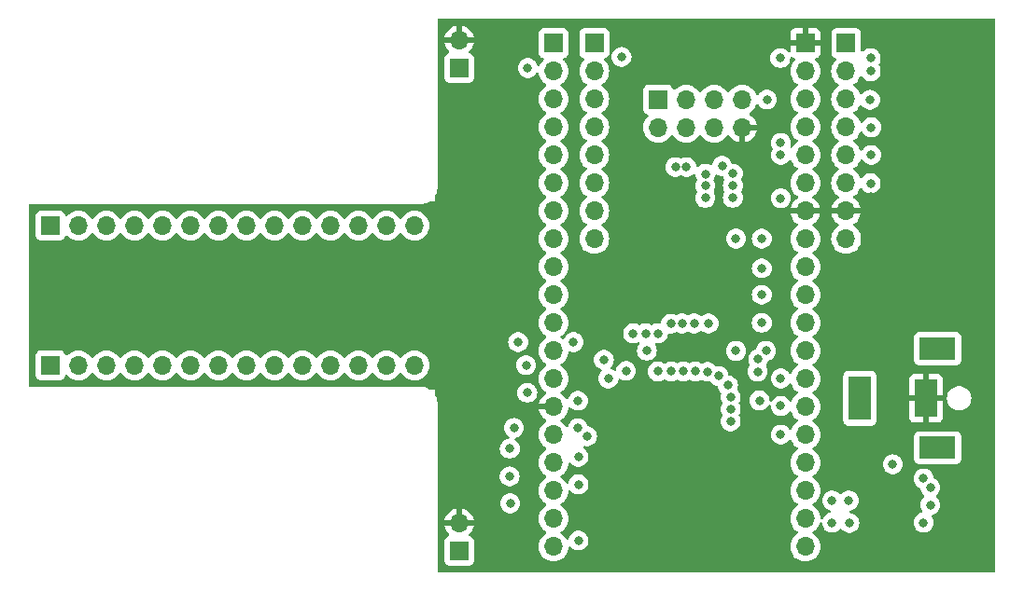
<source format=gbr>
%TF.GenerationSoftware,KiCad,Pcbnew,7.0.9-7.0.9~ubuntu22.04.1*%
%TF.CreationDate,2023-12-27T18:05:10-06:00*%
%TF.ProjectId,ESP Breadboard Expander,45535020-4272-4656-9164-626f61726420,v1.0*%
%TF.SameCoordinates,Original*%
%TF.FileFunction,Copper,L3,Inr*%
%TF.FilePolarity,Positive*%
%FSLAX46Y46*%
G04 Gerber Fmt 4.6, Leading zero omitted, Abs format (unit mm)*
G04 Created by KiCad (PCBNEW 7.0.9-7.0.9~ubuntu22.04.1) date 2023-12-27 18:05:10*
%MOMM*%
%LPD*%
G01*
G04 APERTURE LIST*
%TA.AperFunction,ComponentPad*%
%ADD10R,1.700000X1.700000*%
%TD*%
%TA.AperFunction,ComponentPad*%
%ADD11O,1.700000X1.700000*%
%TD*%
%TA.AperFunction,ComponentPad*%
%ADD12R,3.300000X2.000000*%
%TD*%
%TA.AperFunction,ComponentPad*%
%ADD13R,2.000000X4.000000*%
%TD*%
%TA.AperFunction,ComponentPad*%
%ADD14R,2.000000X3.400000*%
%TD*%
%TA.AperFunction,ViaPad*%
%ADD15C,0.800000*%
%TD*%
G04 APERTURE END LIST*
D10*
%TO.N,/IO14*%
%TO.C,J7*%
X42310000Y-62220000D03*
D11*
%TO.N,/IO27*%
X44850000Y-62220000D03*
%TO.N,/IO26*%
X47390000Y-62220000D03*
%TO.N,/IO25*%
X49930000Y-62220000D03*
%TO.N,/IO33*%
X52470000Y-62220000D03*
%TO.N,/IO32*%
X55010000Y-62220000D03*
%TO.N,/IO35*%
X57550000Y-62220000D03*
%TO.N,/IO34*%
X60090000Y-62220000D03*
%TO.N,/IO39*%
X62630000Y-62220000D03*
%TO.N,/IO36*%
X65170000Y-62220000D03*
%TO.N,/ADC0*%
X67710000Y-62220000D03*
%TO.N,unconnected-(J7-Pin_12-Pad12)*%
X70250000Y-62220000D03*
%TO.N,unconnected-(J7-Pin_13-Pad13)*%
X72790000Y-62220000D03*
%TO.N,unconnected-(J7-Pin_14-Pad14)*%
X75330000Y-62220000D03*
%TD*%
D12*
%TO.N,*%
%TO.C,J10*%
X122772500Y-82400000D03*
X122772500Y-73400000D03*
D13*
%TO.N,Net-(F1-Pad1)*%
X115722500Y-77900000D03*
D14*
%TO.N,GND*%
X121722500Y-77900000D03*
%TD*%
D10*
%TO.N,/TX*%
%TO.C,J3*%
X114475000Y-45650000D03*
D11*
%TO.N,/RX*%
X114475000Y-48190000D03*
%TO.N,/IO5*%
X114475000Y-50730000D03*
%TO.N,/IO4*%
X114475000Y-53270000D03*
%TO.N,/IO0*%
X114475000Y-55810000D03*
%TO.N,/IO2*%
X114475000Y-58350000D03*
%TO.N,GND*%
X114475000Y-60890000D03*
%TO.N,+5V*%
X114475000Y-63430000D03*
%TD*%
D10*
%TO.N,+5V*%
%TO.C,J8*%
X79370000Y-91760000D03*
D11*
%TO.N,GND*%
X79370000Y-89220000D03*
%TD*%
D10*
%TO.N,+3.3V*%
%TO.C,J1*%
X97425000Y-50770000D03*
D11*
%TO.N,/RX*%
X97425000Y-53310000D03*
%TO.N,unconnected-(J1-Pin_3-Pad3)*%
X99965000Y-50770000D03*
%TO.N,/IO0*%
X99965000Y-53310000D03*
%TO.N,unconnected-(J1-Pin_5-Pad5)*%
X102505000Y-50770000D03*
%TO.N,/IO2*%
X102505000Y-53310000D03*
%TO.N,/TX*%
X105045000Y-50770000D03*
%TO.N,GND*%
X105045000Y-53310000D03*
%TD*%
D10*
%TO.N,unconnected-(J4-Pin_1-Pad1)*%
%TO.C,J4*%
X87935000Y-45650000D03*
D11*
%TO.N,unconnected-(J4-Pin_2-Pad2)*%
X87935000Y-48190000D03*
%TO.N,/IO36*%
X87935000Y-50730000D03*
%TO.N,/IO39*%
X87935000Y-53270000D03*
%TO.N,/IO34*%
X87935000Y-55810000D03*
%TO.N,/IO35*%
X87935000Y-58350000D03*
%TO.N,/IO32*%
X87935000Y-60890000D03*
%TO.N,/IO33*%
X87935000Y-63430000D03*
%TO.N,/IO25*%
X87935000Y-65970000D03*
%TO.N,/IO26*%
X87935000Y-68510000D03*
%TO.N,/IO27*%
X87935000Y-71050000D03*
%TO.N,/IO14*%
X87935000Y-73590000D03*
%TO.N,/IO12*%
X87935000Y-76130000D03*
%TO.N,GND*%
X87935000Y-78670000D03*
%TO.N,/IO13*%
X87935000Y-81210000D03*
%TO.N,unconnected-(J4-Pin_16-Pad16)*%
X87935000Y-83750000D03*
%TO.N,unconnected-(J4-Pin_17-Pad17)*%
X87935000Y-86290000D03*
%TO.N,unconnected-(J4-Pin_18-Pad18)*%
X87935000Y-88830000D03*
%TO.N,+5V*%
X87935000Y-91370000D03*
%TD*%
D10*
%TO.N,GND*%
%TO.C,J5*%
X110775000Y-45650000D03*
D11*
%TO.N,/IO23*%
X110775000Y-48190000D03*
%TO.N,/IO22*%
X110775000Y-50730000D03*
%TO.N,/TX*%
X110775000Y-53270000D03*
%TO.N,/RX*%
X110775000Y-55810000D03*
%TO.N,/IO21*%
X110775000Y-58350000D03*
%TO.N,GND*%
X110775000Y-60890000D03*
%TO.N,/IO19*%
X110775000Y-63430000D03*
%TO.N,/IO18*%
X110775000Y-65970000D03*
%TO.N,/IO5*%
X110775000Y-68510000D03*
%TO.N,/IO17*%
X110775000Y-71050000D03*
%TO.N,/IO16*%
X110775000Y-73590000D03*
%TO.N,/IO4*%
X110775000Y-76130000D03*
%TO.N,/IO0*%
X110775000Y-78670000D03*
%TO.N,/IO2*%
X110775000Y-81210000D03*
%TO.N,/IO15*%
X110775000Y-83750000D03*
%TO.N,unconnected-(J5-Pin_17-Pad17)*%
X110775000Y-86290000D03*
%TO.N,unconnected-(J5-Pin_18-Pad18)*%
X110775000Y-88830000D03*
%TO.N,unconnected-(J5-Pin_19-Pad19)*%
X110775000Y-91370000D03*
%TD*%
D10*
%TO.N,unconnected-(J2-Pin_1-Pad1)*%
%TO.C,J2*%
X91635000Y-45650000D03*
D11*
%TO.N,/ADC0*%
X91635000Y-48190000D03*
%TO.N,/IO16*%
X91635000Y-50730000D03*
%TO.N,/IO14*%
X91635000Y-53270000D03*
%TO.N,/IO12*%
X91635000Y-55810000D03*
%TO.N,/IO13*%
X91635000Y-58350000D03*
%TO.N,/IO15*%
X91635000Y-60890000D03*
%TO.N,unconnected-(J2-Pin_8-Pad8)*%
X91635000Y-63430000D03*
%TD*%
D10*
%TO.N,/IO12*%
%TO.C,J6*%
X42310000Y-74900000D03*
D11*
%TO.N,/IO13*%
X44850000Y-74900000D03*
%TO.N,/IO16*%
X47390000Y-74900000D03*
%TO.N,/IO15*%
X49930000Y-74900000D03*
%TO.N,/IO23*%
X52470000Y-74900000D03*
%TO.N,/IO22*%
X55010000Y-74900000D03*
%TO.N,/IO21*%
X57550000Y-74900000D03*
%TO.N,/IO19*%
X60090000Y-74900000D03*
%TO.N,/IO18*%
X62630000Y-74900000D03*
%TO.N,/IO5*%
X65170000Y-74900000D03*
%TO.N,/IO17*%
X67710000Y-74900000D03*
%TO.N,/IO4*%
X70250000Y-74900000D03*
%TO.N,/IO2*%
X72790000Y-74900000D03*
%TO.N,/IO0*%
X75330000Y-74900000D03*
%TD*%
D10*
%TO.N,+3.3V*%
%TO.C,J9*%
X79370000Y-47900000D03*
D11*
%TO.N,GND*%
X79370000Y-45360000D03*
%TD*%
D15*
%TO.N,GND*%
X125050000Y-84910000D03*
X108000000Y-48800000D03*
X108500000Y-62200000D03*
X126100000Y-64000000D03*
X116700000Y-59600000D03*
X84350000Y-77970000D03*
X118800000Y-63500000D03*
%TO.N,+3.3V*%
X118700000Y-83900000D03*
X94512299Y-75412299D03*
X85600000Y-47900000D03*
X94100000Y-46900000D03*
X116700000Y-47000000D03*
X92500000Y-74400000D03*
X108500000Y-47000000D03*
%TO.N,Net-(D1-K)*%
X121500000Y-85200000D03*
X122100000Y-87600000D03*
%TO.N,/TX*%
X107300000Y-50770000D03*
X114724500Y-87200000D03*
X108550000Y-54700000D03*
X113200000Y-87200000D03*
%TO.N,Net-(D3-K)*%
X121500000Y-89200000D03*
X122100000Y-86000000D03*
%TO.N,/RX*%
X98987796Y-56900000D03*
X116700000Y-48200000D03*
X114764500Y-89240000D03*
X113200000Y-89200000D03*
X108550000Y-55800000D03*
%TO.N,/IO0*%
X99987299Y-56900000D03*
X90200000Y-90824500D03*
X108550000Y-78600000D03*
X104000000Y-80000000D03*
X83999647Y-87450353D03*
X116750000Y-55800000D03*
X103229000Y-56800000D03*
X106625500Y-78100000D03*
%TO.N,/IO2*%
X108537299Y-59737299D03*
X104000000Y-78900000D03*
X106498280Y-74324500D03*
X116700000Y-58375353D03*
X108550000Y-81200000D03*
%TO.N,/IO16*%
X89750000Y-72800000D03*
X107199503Y-73589503D03*
X84725500Y-72798695D03*
X104475500Y-73600000D03*
%TO.N,/IO14*%
X97400000Y-72000000D03*
X96400000Y-73590000D03*
%TO.N,/IO12*%
X92912299Y-76112299D03*
X96300000Y-72000000D03*
%TO.N,/IO13*%
X95150000Y-72000000D03*
X85450000Y-74900000D03*
X90976289Y-81349500D03*
%TO.N,/IO5*%
X102912701Y-75887299D03*
X106824500Y-68500000D03*
X116650000Y-50800000D03*
%TO.N,/IO4*%
X116750000Y-53300000D03*
X104000000Y-77800000D03*
X108550000Y-76100000D03*
X106450938Y-75476339D03*
%TO.N,/IO23*%
X98574952Y-71125048D03*
X97400000Y-75455305D03*
X101700000Y-57524500D03*
X104200000Y-57500000D03*
X90150000Y-78124500D03*
X85550000Y-77400000D03*
%TO.N,/IO22*%
X99600000Y-71100000D03*
X98600000Y-75455305D03*
X104200000Y-58600000D03*
X101700000Y-58600000D03*
%TO.N,/IO21*%
X99700000Y-75455305D03*
X100700000Y-71100000D03*
X84350000Y-80600000D03*
X90150000Y-80624500D03*
X104200000Y-59700000D03*
X101700000Y-59700000D03*
%TO.N,/IO19*%
X100800000Y-75455305D03*
X104475500Y-63400000D03*
X102000000Y-71100000D03*
X106824500Y-63400000D03*
%TO.N,/IO18*%
X106824500Y-66100000D03*
X83971558Y-82478442D03*
X101900000Y-75500000D03*
X90200000Y-83224500D03*
%TO.N,/IO17*%
X83950000Y-85000000D03*
X106824500Y-71050000D03*
X103762701Y-76737299D03*
X90200000Y-85724500D03*
%TD*%
%TA.AperFunction,Conductor*%
%TO.N,GND*%
G36*
X127809630Y-43392025D02*
G01*
X127842253Y-43397192D01*
X127879146Y-43409179D01*
X127899765Y-43419685D01*
X127931151Y-43442489D01*
X127947510Y-43458848D01*
X127970314Y-43490234D01*
X127980820Y-43510853D01*
X127992808Y-43547748D01*
X127997973Y-43580362D01*
X127999500Y-43599755D01*
X127999500Y-43647033D01*
X127999507Y-43647126D01*
X128005946Y-93520229D01*
X128004419Y-93539644D01*
X127999252Y-93572265D01*
X127987267Y-93609154D01*
X127976757Y-93629784D01*
X127953950Y-93661177D01*
X127937582Y-93677545D01*
X127906204Y-93700344D01*
X127885575Y-93710857D01*
X127848684Y-93722848D01*
X127816362Y-93727971D01*
X127796950Y-93729500D01*
X77609756Y-93729500D01*
X77590360Y-93727973D01*
X77574110Y-93725399D01*
X77557749Y-93722808D01*
X77520853Y-93710820D01*
X77500234Y-93700314D01*
X77468848Y-93677510D01*
X77452489Y-93661151D01*
X77429685Y-93629765D01*
X77419179Y-93609146D01*
X77407192Y-93572255D01*
X77402025Y-93539632D01*
X77400500Y-93520250D01*
X77400584Y-92657870D01*
X78019500Y-92657870D01*
X78019501Y-92657876D01*
X78025908Y-92717483D01*
X78076202Y-92852328D01*
X78076206Y-92852335D01*
X78162452Y-92967544D01*
X78162455Y-92967547D01*
X78277664Y-93053793D01*
X78277671Y-93053797D01*
X78412517Y-93104091D01*
X78412516Y-93104091D01*
X78419444Y-93104835D01*
X78472127Y-93110500D01*
X80267872Y-93110499D01*
X80327483Y-93104091D01*
X80462331Y-93053796D01*
X80577546Y-92967546D01*
X80663796Y-92852331D01*
X80714091Y-92717483D01*
X80720500Y-92657873D01*
X80720499Y-90862128D01*
X80714091Y-90802517D01*
X80674305Y-90695846D01*
X80663797Y-90667671D01*
X80663793Y-90667664D01*
X80577547Y-90552455D01*
X80577544Y-90552452D01*
X80462335Y-90466206D01*
X80462328Y-90466202D01*
X80330401Y-90416997D01*
X80274467Y-90375126D01*
X80250050Y-90309662D01*
X80264902Y-90241389D01*
X80286053Y-90213133D01*
X80408108Y-90091078D01*
X80543600Y-89897578D01*
X80643429Y-89683492D01*
X80643432Y-89683486D01*
X80700636Y-89470000D01*
X79803686Y-89470000D01*
X79829493Y-89429844D01*
X79870000Y-89291889D01*
X79870000Y-89148111D01*
X79829493Y-89010156D01*
X79803686Y-88970000D01*
X80700636Y-88970000D01*
X80700635Y-88969999D01*
X80643432Y-88756513D01*
X80643429Y-88756507D01*
X80543600Y-88542422D01*
X80543599Y-88542420D01*
X80408113Y-88348926D01*
X80408108Y-88348920D01*
X80241082Y-88181894D01*
X80047578Y-88046399D01*
X79833492Y-87946570D01*
X79833486Y-87946567D01*
X79620000Y-87889364D01*
X79620000Y-88784498D01*
X79512315Y-88735320D01*
X79405763Y-88720000D01*
X79334237Y-88720000D01*
X79227685Y-88735320D01*
X79120000Y-88784498D01*
X79120000Y-87889364D01*
X79119999Y-87889364D01*
X78906513Y-87946567D01*
X78906507Y-87946570D01*
X78692422Y-88046399D01*
X78692420Y-88046400D01*
X78498926Y-88181886D01*
X78498920Y-88181891D01*
X78331891Y-88348920D01*
X78331886Y-88348926D01*
X78196400Y-88542420D01*
X78196399Y-88542422D01*
X78096570Y-88756507D01*
X78096567Y-88756513D01*
X78039364Y-88969999D01*
X78039364Y-88970000D01*
X78936314Y-88970000D01*
X78910507Y-89010156D01*
X78870000Y-89148111D01*
X78870000Y-89291889D01*
X78910507Y-89429844D01*
X78936314Y-89470000D01*
X78039364Y-89470000D01*
X78096567Y-89683486D01*
X78096570Y-89683492D01*
X78196399Y-89897578D01*
X78331894Y-90091082D01*
X78453946Y-90213134D01*
X78487431Y-90274457D01*
X78482447Y-90344149D01*
X78440575Y-90400082D01*
X78409598Y-90416997D01*
X78277671Y-90466202D01*
X78277664Y-90466206D01*
X78162455Y-90552452D01*
X78162452Y-90552455D01*
X78076206Y-90667664D01*
X78076202Y-90667671D01*
X78025908Y-90802517D01*
X78023545Y-90824500D01*
X78019501Y-90862123D01*
X78019500Y-90862135D01*
X78019500Y-92657870D01*
X77400584Y-92657870D01*
X77401089Y-87450353D01*
X83094187Y-87450353D01*
X83113973Y-87638609D01*
X83113974Y-87638612D01*
X83172465Y-87818630D01*
X83172468Y-87818637D01*
X83267114Y-87982569D01*
X83353680Y-88078710D01*
X83393776Y-88123241D01*
X83546912Y-88234501D01*
X83546917Y-88234504D01*
X83719839Y-88311495D01*
X83719844Y-88311497D01*
X83905001Y-88350853D01*
X83905002Y-88350853D01*
X84094291Y-88350853D01*
X84094293Y-88350853D01*
X84279450Y-88311497D01*
X84452377Y-88234504D01*
X84605518Y-88123241D01*
X84732180Y-87982569D01*
X84826826Y-87818637D01*
X84885321Y-87638609D01*
X84905107Y-87450353D01*
X84885321Y-87262097D01*
X84826826Y-87082069D01*
X84732180Y-86918137D01*
X84605518Y-86777465D01*
X84605517Y-86777464D01*
X84452381Y-86666204D01*
X84452376Y-86666201D01*
X84279454Y-86589210D01*
X84279449Y-86589208D01*
X84133648Y-86558218D01*
X84094293Y-86549853D01*
X83905001Y-86549853D01*
X83872544Y-86556751D01*
X83719844Y-86589208D01*
X83719839Y-86589210D01*
X83546917Y-86666201D01*
X83546912Y-86666204D01*
X83393776Y-86777464D01*
X83267113Y-86918138D01*
X83172468Y-87082068D01*
X83172465Y-87082075D01*
X83123844Y-87231716D01*
X83113973Y-87262097D01*
X83094187Y-87450353D01*
X77401089Y-87450353D01*
X77401327Y-85000000D01*
X83044540Y-85000000D01*
X83064326Y-85188256D01*
X83064327Y-85188259D01*
X83122818Y-85368277D01*
X83122821Y-85368284D01*
X83217467Y-85532216D01*
X83307063Y-85631722D01*
X83344129Y-85672888D01*
X83497265Y-85784148D01*
X83497270Y-85784151D01*
X83670192Y-85861142D01*
X83670197Y-85861144D01*
X83855354Y-85900500D01*
X83855355Y-85900500D01*
X84044644Y-85900500D01*
X84044646Y-85900500D01*
X84229803Y-85861144D01*
X84402730Y-85784151D01*
X84555871Y-85672888D01*
X84682533Y-85532216D01*
X84777179Y-85368284D01*
X84835674Y-85188256D01*
X84855460Y-85000000D01*
X84835674Y-84811744D01*
X84777179Y-84631716D01*
X84682533Y-84467784D01*
X84555871Y-84327112D01*
X84555870Y-84327111D01*
X84402734Y-84215851D01*
X84402729Y-84215848D01*
X84229807Y-84138857D01*
X84229802Y-84138855D01*
X84084001Y-84107865D01*
X84044646Y-84099500D01*
X83855354Y-84099500D01*
X83822897Y-84106398D01*
X83670197Y-84138855D01*
X83670192Y-84138857D01*
X83497270Y-84215848D01*
X83497265Y-84215851D01*
X83344129Y-84327111D01*
X83217466Y-84467785D01*
X83122821Y-84631715D01*
X83122818Y-84631722D01*
X83071880Y-84788495D01*
X83064326Y-84811744D01*
X83044540Y-85000000D01*
X77401327Y-85000000D01*
X77401572Y-82478442D01*
X83066098Y-82478442D01*
X83085884Y-82666698D01*
X83085885Y-82666701D01*
X83144376Y-82846719D01*
X83144379Y-82846726D01*
X83239025Y-83010658D01*
X83365687Y-83151330D01*
X83518823Y-83262590D01*
X83518828Y-83262593D01*
X83691750Y-83339584D01*
X83691755Y-83339586D01*
X83876912Y-83378942D01*
X83876913Y-83378942D01*
X84066202Y-83378942D01*
X84066204Y-83378942D01*
X84251361Y-83339586D01*
X84424288Y-83262593D01*
X84577429Y-83151330D01*
X84704091Y-83010658D01*
X84798737Y-82846726D01*
X84857232Y-82666698D01*
X84877018Y-82478442D01*
X84857232Y-82290186D01*
X84798737Y-82110158D01*
X84704091Y-81946226D01*
X84577429Y-81805554D01*
X84577428Y-81805553D01*
X84447855Y-81711413D01*
X84405189Y-81656083D01*
X84399210Y-81586470D01*
X84431816Y-81524675D01*
X84492654Y-81490318D01*
X84494813Y-81489836D01*
X84629803Y-81461144D01*
X84629807Y-81461142D01*
X84629808Y-81461142D01*
X84688058Y-81435206D01*
X84802730Y-81384151D01*
X84955871Y-81272888D01*
X85082533Y-81132216D01*
X85177179Y-80968284D01*
X85235674Y-80788256D01*
X85255460Y-80600000D01*
X85235674Y-80411744D01*
X85177179Y-80231716D01*
X85082533Y-80067784D01*
X84955871Y-79927112D01*
X84955870Y-79927111D01*
X84802734Y-79815851D01*
X84802729Y-79815848D01*
X84629807Y-79738857D01*
X84629802Y-79738855D01*
X84481681Y-79707372D01*
X84444646Y-79699500D01*
X84255354Y-79699500D01*
X84222897Y-79706398D01*
X84070197Y-79738855D01*
X84070192Y-79738857D01*
X83897270Y-79815848D01*
X83897265Y-79815851D01*
X83744129Y-79927111D01*
X83617466Y-80067785D01*
X83522821Y-80231715D01*
X83522818Y-80231722D01*
X83467979Y-80400500D01*
X83464326Y-80411744D01*
X83444540Y-80600000D01*
X83464326Y-80788256D01*
X83464327Y-80788259D01*
X83522818Y-80968277D01*
X83522821Y-80968284D01*
X83617467Y-81132216D01*
X83725410Y-81252098D01*
X83744129Y-81272888D01*
X83873702Y-81367028D01*
X83916368Y-81422358D01*
X83922347Y-81491971D01*
X83889742Y-81553766D01*
X83828903Y-81588123D01*
X83826598Y-81588636D01*
X83691755Y-81617297D01*
X83691750Y-81617299D01*
X83518828Y-81694290D01*
X83518823Y-81694293D01*
X83365687Y-81805553D01*
X83239024Y-81946227D01*
X83144379Y-82110157D01*
X83144376Y-82110164D01*
X83085885Y-82290182D01*
X83085884Y-82290186D01*
X83066098Y-82478442D01*
X77401572Y-82478442D01*
X77401965Y-78427969D01*
X77401971Y-78427924D01*
X77401972Y-78368535D01*
X77401972Y-78367784D01*
X77401974Y-78350000D01*
X77401975Y-78340713D01*
X77401974Y-78340711D01*
X77401975Y-78337539D01*
X77401972Y-78337473D01*
X77401972Y-78332216D01*
X77401974Y-78261216D01*
X77378798Y-78100000D01*
X77371434Y-78048774D01*
X77371433Y-78048771D01*
X77371432Y-78048762D01*
X77310965Y-77842817D01*
X77221803Y-77647575D01*
X77179683Y-77582034D01*
X77160000Y-77514996D01*
X77160000Y-77400000D01*
X84644540Y-77400000D01*
X84664326Y-77588256D01*
X84664327Y-77588259D01*
X84722818Y-77768277D01*
X84722821Y-77768284D01*
X84817467Y-77932216D01*
X84915169Y-78040725D01*
X84944129Y-78072888D01*
X85097265Y-78184148D01*
X85097270Y-78184151D01*
X85270192Y-78261142D01*
X85270197Y-78261144D01*
X85455354Y-78300500D01*
X85455355Y-78300500D01*
X85644644Y-78300500D01*
X85644646Y-78300500D01*
X85829803Y-78261144D01*
X86002730Y-78184151D01*
X86155871Y-78072888D01*
X86282533Y-77932216D01*
X86377179Y-77768284D01*
X86435674Y-77588256D01*
X86455460Y-77400000D01*
X86435674Y-77211744D01*
X86377179Y-77031716D01*
X86282533Y-76867784D01*
X86155871Y-76727112D01*
X86079259Y-76671450D01*
X86002734Y-76615851D01*
X86002729Y-76615848D01*
X85829807Y-76538857D01*
X85829802Y-76538855D01*
X85684001Y-76507865D01*
X85644646Y-76499500D01*
X85455354Y-76499500D01*
X85422897Y-76506398D01*
X85270197Y-76538855D01*
X85270192Y-76538857D01*
X85097270Y-76615848D01*
X85097265Y-76615851D01*
X84944129Y-76727111D01*
X84817466Y-76867785D01*
X84722821Y-77031715D01*
X84722818Y-77031722D01*
X84668842Y-77197844D01*
X84664326Y-77211744D01*
X84644540Y-77400000D01*
X77160000Y-77400000D01*
X77160000Y-77110000D01*
X76756822Y-77110976D01*
X76689735Y-77091453D01*
X76689484Y-77091292D01*
X76622432Y-77048201D01*
X76622428Y-77048199D01*
X76622425Y-77048197D01*
X76458733Y-76973443D01*
X76427186Y-76959036D01*
X76427183Y-76959035D01*
X76221238Y-76898568D01*
X76221232Y-76898567D01*
X76221227Y-76898566D01*
X76008786Y-76868026D01*
X76008784Y-76868026D01*
X75957635Y-76868026D01*
X75957633Y-76868026D01*
X75915073Y-76868027D01*
X75901465Y-76868028D01*
X75849091Y-76868028D01*
X75849068Y-76868030D01*
X40464505Y-76869481D01*
X40397465Y-76849799D01*
X40351708Y-76796997D01*
X40340500Y-76745481D01*
X40340500Y-75797870D01*
X40959500Y-75797870D01*
X40959501Y-75797876D01*
X40965908Y-75857483D01*
X41016202Y-75992328D01*
X41016206Y-75992335D01*
X41102452Y-76107544D01*
X41102455Y-76107547D01*
X41217664Y-76193793D01*
X41217671Y-76193797D01*
X41352517Y-76244091D01*
X41352516Y-76244091D01*
X41359444Y-76244835D01*
X41412127Y-76250500D01*
X43207872Y-76250499D01*
X43267483Y-76244091D01*
X43402331Y-76193796D01*
X43517546Y-76107546D01*
X43603796Y-75992331D01*
X43652810Y-75860916D01*
X43694681Y-75804984D01*
X43760145Y-75780566D01*
X43828418Y-75795417D01*
X43856673Y-75816569D01*
X43978599Y-75938495D01*
X44075384Y-76006265D01*
X44172165Y-76074032D01*
X44172167Y-76074033D01*
X44172170Y-76074035D01*
X44386337Y-76173903D01*
X44614592Y-76235063D01*
X44791034Y-76250500D01*
X44849999Y-76255659D01*
X44850000Y-76255659D01*
X44850001Y-76255659D01*
X44908966Y-76250500D01*
X45085408Y-76235063D01*
X45313663Y-76173903D01*
X45527830Y-76074035D01*
X45721401Y-75938495D01*
X45888495Y-75771401D01*
X46018425Y-75585842D01*
X46073002Y-75542217D01*
X46142500Y-75535023D01*
X46204855Y-75566546D01*
X46221575Y-75585842D01*
X46351500Y-75771395D01*
X46351505Y-75771401D01*
X46518599Y-75938495D01*
X46615384Y-76006265D01*
X46712165Y-76074032D01*
X46712167Y-76074033D01*
X46712170Y-76074035D01*
X46926337Y-76173903D01*
X47154592Y-76235063D01*
X47331034Y-76250500D01*
X47389999Y-76255659D01*
X47390000Y-76255659D01*
X47390001Y-76255659D01*
X47448966Y-76250500D01*
X47625408Y-76235063D01*
X47853663Y-76173903D01*
X48067830Y-76074035D01*
X48261401Y-75938495D01*
X48428495Y-75771401D01*
X48558425Y-75585842D01*
X48613002Y-75542217D01*
X48682500Y-75535023D01*
X48744855Y-75566546D01*
X48761575Y-75585842D01*
X48891500Y-75771395D01*
X48891505Y-75771401D01*
X49058599Y-75938495D01*
X49155384Y-76006265D01*
X49252165Y-76074032D01*
X49252167Y-76074033D01*
X49252170Y-76074035D01*
X49466337Y-76173903D01*
X49694592Y-76235063D01*
X49871034Y-76250500D01*
X49929999Y-76255659D01*
X49930000Y-76255659D01*
X49930001Y-76255659D01*
X49988966Y-76250500D01*
X50165408Y-76235063D01*
X50393663Y-76173903D01*
X50607830Y-76074035D01*
X50801401Y-75938495D01*
X50968495Y-75771401D01*
X51098425Y-75585842D01*
X51153002Y-75542217D01*
X51222500Y-75535023D01*
X51284855Y-75566546D01*
X51301575Y-75585842D01*
X51431500Y-75771395D01*
X51431505Y-75771401D01*
X51598599Y-75938495D01*
X51695384Y-76006265D01*
X51792165Y-76074032D01*
X51792167Y-76074033D01*
X51792170Y-76074035D01*
X52006337Y-76173903D01*
X52234592Y-76235063D01*
X52411034Y-76250500D01*
X52469999Y-76255659D01*
X52470000Y-76255659D01*
X52470001Y-76255659D01*
X52528966Y-76250500D01*
X52705408Y-76235063D01*
X52933663Y-76173903D01*
X53147830Y-76074035D01*
X53341401Y-75938495D01*
X53508495Y-75771401D01*
X53638425Y-75585842D01*
X53693002Y-75542217D01*
X53762500Y-75535023D01*
X53824855Y-75566546D01*
X53841575Y-75585842D01*
X53971500Y-75771395D01*
X53971505Y-75771401D01*
X54138599Y-75938495D01*
X54235384Y-76006265D01*
X54332165Y-76074032D01*
X54332167Y-76074033D01*
X54332170Y-76074035D01*
X54546337Y-76173903D01*
X54774592Y-76235063D01*
X54951034Y-76250500D01*
X55009999Y-76255659D01*
X55010000Y-76255659D01*
X55010001Y-76255659D01*
X55068966Y-76250500D01*
X55245408Y-76235063D01*
X55473663Y-76173903D01*
X55687830Y-76074035D01*
X55881401Y-75938495D01*
X56048495Y-75771401D01*
X56178425Y-75585842D01*
X56233002Y-75542217D01*
X56302500Y-75535023D01*
X56364855Y-75566546D01*
X56381575Y-75585842D01*
X56511500Y-75771395D01*
X56511505Y-75771401D01*
X56678599Y-75938495D01*
X56775384Y-76006265D01*
X56872165Y-76074032D01*
X56872167Y-76074033D01*
X56872170Y-76074035D01*
X57086337Y-76173903D01*
X57314592Y-76235063D01*
X57491034Y-76250500D01*
X57549999Y-76255659D01*
X57550000Y-76255659D01*
X57550001Y-76255659D01*
X57608966Y-76250500D01*
X57785408Y-76235063D01*
X58013663Y-76173903D01*
X58227830Y-76074035D01*
X58421401Y-75938495D01*
X58588495Y-75771401D01*
X58718425Y-75585842D01*
X58773002Y-75542217D01*
X58842500Y-75535023D01*
X58904855Y-75566546D01*
X58921575Y-75585842D01*
X59051500Y-75771395D01*
X59051505Y-75771401D01*
X59218599Y-75938495D01*
X59315384Y-76006265D01*
X59412165Y-76074032D01*
X59412167Y-76074033D01*
X59412170Y-76074035D01*
X59626337Y-76173903D01*
X59854592Y-76235063D01*
X60031034Y-76250500D01*
X60089999Y-76255659D01*
X60090000Y-76255659D01*
X60090001Y-76255659D01*
X60148966Y-76250500D01*
X60325408Y-76235063D01*
X60553663Y-76173903D01*
X60767830Y-76074035D01*
X60961401Y-75938495D01*
X61128495Y-75771401D01*
X61258425Y-75585842D01*
X61313002Y-75542217D01*
X61382500Y-75535023D01*
X61444855Y-75566546D01*
X61461575Y-75585842D01*
X61591500Y-75771395D01*
X61591505Y-75771401D01*
X61758599Y-75938495D01*
X61855384Y-76006265D01*
X61952165Y-76074032D01*
X61952167Y-76074033D01*
X61952170Y-76074035D01*
X62166337Y-76173903D01*
X62394592Y-76235063D01*
X62571034Y-76250500D01*
X62629999Y-76255659D01*
X62630000Y-76255659D01*
X62630001Y-76255659D01*
X62688966Y-76250500D01*
X62865408Y-76235063D01*
X63093663Y-76173903D01*
X63307830Y-76074035D01*
X63501401Y-75938495D01*
X63668495Y-75771401D01*
X63798425Y-75585842D01*
X63853002Y-75542217D01*
X63922500Y-75535023D01*
X63984855Y-75566546D01*
X64001575Y-75585842D01*
X64131500Y-75771395D01*
X64131505Y-75771401D01*
X64298599Y-75938495D01*
X64395384Y-76006265D01*
X64492165Y-76074032D01*
X64492167Y-76074033D01*
X64492170Y-76074035D01*
X64706337Y-76173903D01*
X64934592Y-76235063D01*
X65111034Y-76250500D01*
X65169999Y-76255659D01*
X65170000Y-76255659D01*
X65170001Y-76255659D01*
X65228966Y-76250500D01*
X65405408Y-76235063D01*
X65633663Y-76173903D01*
X65847830Y-76074035D01*
X66041401Y-75938495D01*
X66208495Y-75771401D01*
X66338425Y-75585842D01*
X66393002Y-75542217D01*
X66462500Y-75535023D01*
X66524855Y-75566546D01*
X66541575Y-75585842D01*
X66671500Y-75771395D01*
X66671505Y-75771401D01*
X66838599Y-75938495D01*
X66935384Y-76006265D01*
X67032165Y-76074032D01*
X67032167Y-76074033D01*
X67032170Y-76074035D01*
X67246337Y-76173903D01*
X67474592Y-76235063D01*
X67651034Y-76250500D01*
X67709999Y-76255659D01*
X67710000Y-76255659D01*
X67710001Y-76255659D01*
X67768966Y-76250500D01*
X67945408Y-76235063D01*
X68173663Y-76173903D01*
X68387830Y-76074035D01*
X68581401Y-75938495D01*
X68748495Y-75771401D01*
X68878425Y-75585842D01*
X68933002Y-75542217D01*
X69002500Y-75535023D01*
X69064855Y-75566546D01*
X69081575Y-75585842D01*
X69211500Y-75771395D01*
X69211505Y-75771401D01*
X69378599Y-75938495D01*
X69475384Y-76006265D01*
X69572165Y-76074032D01*
X69572167Y-76074033D01*
X69572170Y-76074035D01*
X69786337Y-76173903D01*
X70014592Y-76235063D01*
X70191034Y-76250500D01*
X70249999Y-76255659D01*
X70250000Y-76255659D01*
X70250001Y-76255659D01*
X70308966Y-76250500D01*
X70485408Y-76235063D01*
X70713663Y-76173903D01*
X70927830Y-76074035D01*
X71121401Y-75938495D01*
X71288495Y-75771401D01*
X71418425Y-75585842D01*
X71473002Y-75542217D01*
X71542500Y-75535023D01*
X71604855Y-75566546D01*
X71621575Y-75585842D01*
X71751500Y-75771395D01*
X71751505Y-75771401D01*
X71918599Y-75938495D01*
X72015384Y-76006265D01*
X72112165Y-76074032D01*
X72112167Y-76074033D01*
X72112170Y-76074035D01*
X72326337Y-76173903D01*
X72554592Y-76235063D01*
X72731034Y-76250500D01*
X72789999Y-76255659D01*
X72790000Y-76255659D01*
X72790001Y-76255659D01*
X72848966Y-76250500D01*
X73025408Y-76235063D01*
X73253663Y-76173903D01*
X73467830Y-76074035D01*
X73661401Y-75938495D01*
X73828495Y-75771401D01*
X73958425Y-75585842D01*
X74013002Y-75542217D01*
X74082500Y-75535023D01*
X74144855Y-75566546D01*
X74161575Y-75585842D01*
X74291500Y-75771395D01*
X74291505Y-75771401D01*
X74458599Y-75938495D01*
X74555384Y-76006265D01*
X74652165Y-76074032D01*
X74652167Y-76074033D01*
X74652170Y-76074035D01*
X74866337Y-76173903D01*
X75094592Y-76235063D01*
X75271034Y-76250500D01*
X75329999Y-76255659D01*
X75330000Y-76255659D01*
X75330001Y-76255659D01*
X75388966Y-76250500D01*
X75565408Y-76235063D01*
X75793663Y-76173903D01*
X76007830Y-76074035D01*
X76201401Y-75938495D01*
X76368495Y-75771401D01*
X76504035Y-75577830D01*
X76603903Y-75363663D01*
X76665063Y-75135408D01*
X76685659Y-74900000D01*
X84544540Y-74900000D01*
X84564326Y-75088256D01*
X84564327Y-75088259D01*
X84622818Y-75268277D01*
X84622821Y-75268284D01*
X84717467Y-75432216D01*
X84795627Y-75519021D01*
X84844129Y-75572888D01*
X84997265Y-75684148D01*
X84997270Y-75684151D01*
X85170192Y-75761142D01*
X85170197Y-75761144D01*
X85355354Y-75800500D01*
X85355355Y-75800500D01*
X85544644Y-75800500D01*
X85544646Y-75800500D01*
X85729803Y-75761144D01*
X85902730Y-75684151D01*
X86055871Y-75572888D01*
X86182533Y-75432216D01*
X86277179Y-75268284D01*
X86335674Y-75088256D01*
X86355460Y-74900000D01*
X86335674Y-74711744D01*
X86277179Y-74531716D01*
X86182533Y-74367784D01*
X86055871Y-74227112D01*
X86055870Y-74227111D01*
X85902734Y-74115851D01*
X85902729Y-74115848D01*
X85729807Y-74038857D01*
X85729802Y-74038855D01*
X85584001Y-74007865D01*
X85544646Y-73999500D01*
X85355354Y-73999500D01*
X85322897Y-74006398D01*
X85170197Y-74038855D01*
X85170192Y-74038857D01*
X84997270Y-74115848D01*
X84997265Y-74115851D01*
X84844129Y-74227111D01*
X84717466Y-74367785D01*
X84622821Y-74531715D01*
X84622818Y-74531722D01*
X84569271Y-74696524D01*
X84564326Y-74711744D01*
X84544540Y-74900000D01*
X76685659Y-74900000D01*
X76665063Y-74664592D01*
X76608347Y-74452923D01*
X76603905Y-74436344D01*
X76603904Y-74436343D01*
X76603903Y-74436337D01*
X76504035Y-74222171D01*
X76498425Y-74214158D01*
X76368494Y-74028597D01*
X76201402Y-73861506D01*
X76201395Y-73861501D01*
X76007834Y-73725967D01*
X76007830Y-73725965D01*
X75953220Y-73700500D01*
X75793663Y-73626097D01*
X75793659Y-73626096D01*
X75793655Y-73626094D01*
X75565413Y-73564938D01*
X75565403Y-73564936D01*
X75330001Y-73544341D01*
X75329999Y-73544341D01*
X75094596Y-73564936D01*
X75094586Y-73564938D01*
X74866344Y-73626094D01*
X74866335Y-73626098D01*
X74652171Y-73725964D01*
X74652169Y-73725965D01*
X74458597Y-73861505D01*
X74291505Y-74028597D01*
X74161575Y-74214158D01*
X74106998Y-74257783D01*
X74037500Y-74264977D01*
X73975145Y-74233454D01*
X73958425Y-74214158D01*
X73828494Y-74028597D01*
X73661402Y-73861506D01*
X73661395Y-73861501D01*
X73467834Y-73725967D01*
X73467830Y-73725965D01*
X73413220Y-73700500D01*
X73253663Y-73626097D01*
X73253659Y-73626096D01*
X73253655Y-73626094D01*
X73025413Y-73564938D01*
X73025403Y-73564936D01*
X72790001Y-73544341D01*
X72789999Y-73544341D01*
X72554596Y-73564936D01*
X72554586Y-73564938D01*
X72326344Y-73626094D01*
X72326335Y-73626098D01*
X72112171Y-73725964D01*
X72112169Y-73725965D01*
X71918597Y-73861505D01*
X71751505Y-74028597D01*
X71621575Y-74214158D01*
X71566998Y-74257783D01*
X71497500Y-74264977D01*
X71435145Y-74233454D01*
X71418425Y-74214158D01*
X71288494Y-74028597D01*
X71121402Y-73861506D01*
X71121395Y-73861501D01*
X70927834Y-73725967D01*
X70927830Y-73725965D01*
X70873220Y-73700500D01*
X70713663Y-73626097D01*
X70713659Y-73626096D01*
X70713655Y-73626094D01*
X70485413Y-73564938D01*
X70485403Y-73564936D01*
X70250001Y-73544341D01*
X70249999Y-73544341D01*
X70014596Y-73564936D01*
X70014586Y-73564938D01*
X69786344Y-73626094D01*
X69786335Y-73626098D01*
X69572171Y-73725964D01*
X69572169Y-73725965D01*
X69378597Y-73861505D01*
X69211505Y-74028597D01*
X69081575Y-74214158D01*
X69026998Y-74257783D01*
X68957500Y-74264977D01*
X68895145Y-74233454D01*
X68878425Y-74214158D01*
X68748494Y-74028597D01*
X68581402Y-73861506D01*
X68581395Y-73861501D01*
X68387834Y-73725967D01*
X68387830Y-73725965D01*
X68333220Y-73700500D01*
X68173663Y-73626097D01*
X68173659Y-73626096D01*
X68173655Y-73626094D01*
X67945413Y-73564938D01*
X67945403Y-73564936D01*
X67710001Y-73544341D01*
X67709999Y-73544341D01*
X67474596Y-73564936D01*
X67474586Y-73564938D01*
X67246344Y-73626094D01*
X67246335Y-73626098D01*
X67032171Y-73725964D01*
X67032169Y-73725965D01*
X66838597Y-73861505D01*
X66671505Y-74028597D01*
X66541575Y-74214158D01*
X66486998Y-74257783D01*
X66417500Y-74264977D01*
X66355145Y-74233454D01*
X66338425Y-74214158D01*
X66208494Y-74028597D01*
X66041402Y-73861506D01*
X66041395Y-73861501D01*
X65847834Y-73725967D01*
X65847830Y-73725965D01*
X65793220Y-73700500D01*
X65633663Y-73626097D01*
X65633659Y-73626096D01*
X65633655Y-73626094D01*
X65405413Y-73564938D01*
X65405403Y-73564936D01*
X65170001Y-73544341D01*
X65169999Y-73544341D01*
X64934596Y-73564936D01*
X64934586Y-73564938D01*
X64706344Y-73626094D01*
X64706335Y-73626098D01*
X64492171Y-73725964D01*
X64492169Y-73725965D01*
X64298597Y-73861505D01*
X64131505Y-74028597D01*
X64001575Y-74214158D01*
X63946998Y-74257783D01*
X63877500Y-74264977D01*
X63815145Y-74233454D01*
X63798425Y-74214158D01*
X63668494Y-74028597D01*
X63501402Y-73861506D01*
X63501395Y-73861501D01*
X63307834Y-73725967D01*
X63307830Y-73725965D01*
X63253220Y-73700500D01*
X63093663Y-73626097D01*
X63093659Y-73626096D01*
X63093655Y-73626094D01*
X62865413Y-73564938D01*
X62865403Y-73564936D01*
X62630001Y-73544341D01*
X62629999Y-73544341D01*
X62394596Y-73564936D01*
X62394586Y-73564938D01*
X62166344Y-73626094D01*
X62166335Y-73626098D01*
X61952171Y-73725964D01*
X61952169Y-73725965D01*
X61758597Y-73861505D01*
X61591505Y-74028597D01*
X61461575Y-74214158D01*
X61406998Y-74257783D01*
X61337500Y-74264977D01*
X61275145Y-74233454D01*
X61258425Y-74214158D01*
X61128494Y-74028597D01*
X60961402Y-73861506D01*
X60961395Y-73861501D01*
X60767834Y-73725967D01*
X60767830Y-73725965D01*
X60713220Y-73700500D01*
X60553663Y-73626097D01*
X60553659Y-73626096D01*
X60553655Y-73626094D01*
X60325413Y-73564938D01*
X60325403Y-73564936D01*
X60090001Y-73544341D01*
X60089999Y-73544341D01*
X59854596Y-73564936D01*
X59854586Y-73564938D01*
X59626344Y-73626094D01*
X59626335Y-73626098D01*
X59412171Y-73725964D01*
X59412169Y-73725965D01*
X59218597Y-73861505D01*
X59051505Y-74028597D01*
X58921575Y-74214158D01*
X58866998Y-74257783D01*
X58797500Y-74264977D01*
X58735145Y-74233454D01*
X58718425Y-74214158D01*
X58588494Y-74028597D01*
X58421402Y-73861506D01*
X58421395Y-73861501D01*
X58227834Y-73725967D01*
X58227830Y-73725965D01*
X58173220Y-73700500D01*
X58013663Y-73626097D01*
X58013659Y-73626096D01*
X58013655Y-73626094D01*
X57785413Y-73564938D01*
X57785403Y-73564936D01*
X57550001Y-73544341D01*
X57549999Y-73544341D01*
X57314596Y-73564936D01*
X57314586Y-73564938D01*
X57086344Y-73626094D01*
X57086335Y-73626098D01*
X56872171Y-73725964D01*
X56872169Y-73725965D01*
X56678597Y-73861505D01*
X56511505Y-74028597D01*
X56381575Y-74214158D01*
X56326998Y-74257783D01*
X56257500Y-74264977D01*
X56195145Y-74233454D01*
X56178425Y-74214158D01*
X56048494Y-74028597D01*
X55881402Y-73861506D01*
X55881395Y-73861501D01*
X55687834Y-73725967D01*
X55687830Y-73725965D01*
X55633220Y-73700500D01*
X55473663Y-73626097D01*
X55473659Y-73626096D01*
X55473655Y-73626094D01*
X55245413Y-73564938D01*
X55245403Y-73564936D01*
X55010001Y-73544341D01*
X55009999Y-73544341D01*
X54774596Y-73564936D01*
X54774586Y-73564938D01*
X54546344Y-73626094D01*
X54546335Y-73626098D01*
X54332171Y-73725964D01*
X54332169Y-73725965D01*
X54138597Y-73861505D01*
X53971505Y-74028597D01*
X53841575Y-74214158D01*
X53786998Y-74257783D01*
X53717500Y-74264977D01*
X53655145Y-74233454D01*
X53638425Y-74214158D01*
X53508494Y-74028597D01*
X53341402Y-73861506D01*
X53341395Y-73861501D01*
X53147834Y-73725967D01*
X53147830Y-73725965D01*
X53093220Y-73700500D01*
X52933663Y-73626097D01*
X52933659Y-73626096D01*
X52933655Y-73626094D01*
X52705413Y-73564938D01*
X52705403Y-73564936D01*
X52470001Y-73544341D01*
X52469999Y-73544341D01*
X52234596Y-73564936D01*
X52234586Y-73564938D01*
X52006344Y-73626094D01*
X52006335Y-73626098D01*
X51792171Y-73725964D01*
X51792169Y-73725965D01*
X51598597Y-73861505D01*
X51431505Y-74028597D01*
X51301575Y-74214158D01*
X51246998Y-74257783D01*
X51177500Y-74264977D01*
X51115145Y-74233454D01*
X51098425Y-74214158D01*
X50968494Y-74028597D01*
X50801402Y-73861506D01*
X50801395Y-73861501D01*
X50607834Y-73725967D01*
X50607830Y-73725965D01*
X50553220Y-73700500D01*
X50393663Y-73626097D01*
X50393659Y-73626096D01*
X50393655Y-73626094D01*
X50165413Y-73564938D01*
X50165403Y-73564936D01*
X49930001Y-73544341D01*
X49929999Y-73544341D01*
X49694596Y-73564936D01*
X49694586Y-73564938D01*
X49466344Y-73626094D01*
X49466335Y-73626098D01*
X49252171Y-73725964D01*
X49252169Y-73725965D01*
X49058597Y-73861505D01*
X48891505Y-74028597D01*
X48761575Y-74214158D01*
X48706998Y-74257783D01*
X48637500Y-74264977D01*
X48575145Y-74233454D01*
X48558425Y-74214158D01*
X48428494Y-74028597D01*
X48261402Y-73861506D01*
X48261395Y-73861501D01*
X48067834Y-73725967D01*
X48067830Y-73725965D01*
X48013220Y-73700500D01*
X47853663Y-73626097D01*
X47853659Y-73626096D01*
X47853655Y-73626094D01*
X47625413Y-73564938D01*
X47625403Y-73564936D01*
X47390001Y-73544341D01*
X47389999Y-73544341D01*
X47154596Y-73564936D01*
X47154586Y-73564938D01*
X46926344Y-73626094D01*
X46926335Y-73626098D01*
X46712171Y-73725964D01*
X46712169Y-73725965D01*
X46518597Y-73861505D01*
X46351505Y-74028597D01*
X46221575Y-74214158D01*
X46166998Y-74257783D01*
X46097500Y-74264977D01*
X46035145Y-74233454D01*
X46018425Y-74214158D01*
X45888494Y-74028597D01*
X45721402Y-73861506D01*
X45721395Y-73861501D01*
X45527834Y-73725967D01*
X45527830Y-73725965D01*
X45473220Y-73700500D01*
X45313663Y-73626097D01*
X45313659Y-73626096D01*
X45313655Y-73626094D01*
X45085413Y-73564938D01*
X45085403Y-73564936D01*
X44850001Y-73544341D01*
X44849999Y-73544341D01*
X44614596Y-73564936D01*
X44614586Y-73564938D01*
X44386344Y-73626094D01*
X44386335Y-73626098D01*
X44172171Y-73725964D01*
X44172169Y-73725965D01*
X43978600Y-73861503D01*
X43856673Y-73983430D01*
X43795350Y-74016914D01*
X43725658Y-74011930D01*
X43669725Y-73970058D01*
X43652810Y-73939081D01*
X43603797Y-73807671D01*
X43603793Y-73807664D01*
X43517547Y-73692455D01*
X43517544Y-73692452D01*
X43402335Y-73606206D01*
X43402328Y-73606202D01*
X43267482Y-73555908D01*
X43267483Y-73555908D01*
X43207883Y-73549501D01*
X43207881Y-73549500D01*
X43207873Y-73549500D01*
X43207864Y-73549500D01*
X41412129Y-73549500D01*
X41412123Y-73549501D01*
X41352516Y-73555908D01*
X41217671Y-73606202D01*
X41217664Y-73606206D01*
X41102455Y-73692452D01*
X41102452Y-73692455D01*
X41016206Y-73807664D01*
X41016202Y-73807671D01*
X40965908Y-73942517D01*
X40959501Y-74002116D01*
X40959500Y-74002135D01*
X40959500Y-75797870D01*
X40340500Y-75797870D01*
X40340500Y-72798695D01*
X83820040Y-72798695D01*
X83839826Y-72986951D01*
X83839827Y-72986954D01*
X83898318Y-73166972D01*
X83898321Y-73166979D01*
X83992967Y-73330911D01*
X84112221Y-73463356D01*
X84119629Y-73471583D01*
X84272765Y-73582843D01*
X84272770Y-73582846D01*
X84445692Y-73659837D01*
X84445697Y-73659839D01*
X84630854Y-73699195D01*
X84630855Y-73699195D01*
X84820144Y-73699195D01*
X84820146Y-73699195D01*
X85005303Y-73659839D01*
X85178230Y-73582846D01*
X85331371Y-73471583D01*
X85458033Y-73330911D01*
X85552679Y-73166979D01*
X85611174Y-72986951D01*
X85630960Y-72798695D01*
X85611174Y-72610439D01*
X85552679Y-72430411D01*
X85458033Y-72266479D01*
X85331371Y-72125807D01*
X85331085Y-72125599D01*
X85178234Y-72014546D01*
X85178229Y-72014543D01*
X85005307Y-71937552D01*
X85005302Y-71937550D01*
X84841519Y-71902738D01*
X84820146Y-71898195D01*
X84630854Y-71898195D01*
X84609481Y-71902738D01*
X84445697Y-71937550D01*
X84445692Y-71937552D01*
X84272770Y-72014543D01*
X84272765Y-72014546D01*
X84119629Y-72125806D01*
X83992966Y-72266480D01*
X83898321Y-72430410D01*
X83898318Y-72430417D01*
X83839827Y-72610435D01*
X83839826Y-72610439D01*
X83820040Y-72798695D01*
X40340500Y-72798695D01*
X40340500Y-63117870D01*
X40959500Y-63117870D01*
X40959501Y-63117876D01*
X40965908Y-63177483D01*
X41016202Y-63312328D01*
X41016206Y-63312335D01*
X41102452Y-63427544D01*
X41102455Y-63427547D01*
X41217664Y-63513793D01*
X41217671Y-63513797D01*
X41352517Y-63564091D01*
X41352516Y-63564091D01*
X41359444Y-63564835D01*
X41412127Y-63570500D01*
X43207872Y-63570499D01*
X43267483Y-63564091D01*
X43402331Y-63513796D01*
X43517546Y-63427546D01*
X43603796Y-63312331D01*
X43652810Y-63180916D01*
X43694681Y-63124984D01*
X43760145Y-63100566D01*
X43828418Y-63115417D01*
X43856673Y-63136569D01*
X43978599Y-63258495D01*
X44075384Y-63326265D01*
X44172165Y-63394032D01*
X44172167Y-63394033D01*
X44172170Y-63394035D01*
X44386337Y-63493903D01*
X44614592Y-63555063D01*
X44791034Y-63570500D01*
X44849999Y-63575659D01*
X44850000Y-63575659D01*
X44850001Y-63575659D01*
X44908966Y-63570500D01*
X45085408Y-63555063D01*
X45313663Y-63493903D01*
X45527830Y-63394035D01*
X45721401Y-63258495D01*
X45888495Y-63091401D01*
X46018425Y-62905842D01*
X46073002Y-62862217D01*
X46142500Y-62855023D01*
X46204855Y-62886546D01*
X46221575Y-62905842D01*
X46351500Y-63091395D01*
X46351505Y-63091401D01*
X46518599Y-63258495D01*
X46615384Y-63326265D01*
X46712165Y-63394032D01*
X46712167Y-63394033D01*
X46712170Y-63394035D01*
X46926337Y-63493903D01*
X47154592Y-63555063D01*
X47331034Y-63570500D01*
X47389999Y-63575659D01*
X47390000Y-63575659D01*
X47390001Y-63575659D01*
X47448966Y-63570500D01*
X47625408Y-63555063D01*
X47853663Y-63493903D01*
X48067830Y-63394035D01*
X48261401Y-63258495D01*
X48428495Y-63091401D01*
X48558425Y-62905842D01*
X48613002Y-62862217D01*
X48682500Y-62855023D01*
X48744855Y-62886546D01*
X48761575Y-62905842D01*
X48891500Y-63091395D01*
X48891505Y-63091401D01*
X49058599Y-63258495D01*
X49155384Y-63326265D01*
X49252165Y-63394032D01*
X49252167Y-63394033D01*
X49252170Y-63394035D01*
X49466337Y-63493903D01*
X49694592Y-63555063D01*
X49871034Y-63570500D01*
X49929999Y-63575659D01*
X49930000Y-63575659D01*
X49930001Y-63575659D01*
X49988966Y-63570500D01*
X50165408Y-63555063D01*
X50393663Y-63493903D01*
X50607830Y-63394035D01*
X50801401Y-63258495D01*
X50968495Y-63091401D01*
X51098425Y-62905842D01*
X51153002Y-62862217D01*
X51222500Y-62855023D01*
X51284855Y-62886546D01*
X51301575Y-62905842D01*
X51431500Y-63091395D01*
X51431505Y-63091401D01*
X51598599Y-63258495D01*
X51695384Y-63326265D01*
X51792165Y-63394032D01*
X51792167Y-63394033D01*
X51792170Y-63394035D01*
X52006337Y-63493903D01*
X52234592Y-63555063D01*
X52411034Y-63570500D01*
X52469999Y-63575659D01*
X52470000Y-63575659D01*
X52470001Y-63575659D01*
X52528966Y-63570500D01*
X52705408Y-63555063D01*
X52933663Y-63493903D01*
X53147830Y-63394035D01*
X53341401Y-63258495D01*
X53508495Y-63091401D01*
X53638425Y-62905842D01*
X53693002Y-62862217D01*
X53762500Y-62855023D01*
X53824855Y-62886546D01*
X53841575Y-62905842D01*
X53971500Y-63091395D01*
X53971505Y-63091401D01*
X54138599Y-63258495D01*
X54235384Y-63326265D01*
X54332165Y-63394032D01*
X54332167Y-63394033D01*
X54332170Y-63394035D01*
X54546337Y-63493903D01*
X54774592Y-63555063D01*
X54951034Y-63570500D01*
X55009999Y-63575659D01*
X55010000Y-63575659D01*
X55010001Y-63575659D01*
X55068966Y-63570500D01*
X55245408Y-63555063D01*
X55473663Y-63493903D01*
X55687830Y-63394035D01*
X55881401Y-63258495D01*
X56048495Y-63091401D01*
X56178425Y-62905842D01*
X56233002Y-62862217D01*
X56302500Y-62855023D01*
X56364855Y-62886546D01*
X56381575Y-62905842D01*
X56511500Y-63091395D01*
X56511505Y-63091401D01*
X56678599Y-63258495D01*
X56775384Y-63326265D01*
X56872165Y-63394032D01*
X56872167Y-63394033D01*
X56872170Y-63394035D01*
X57086337Y-63493903D01*
X57314592Y-63555063D01*
X57491034Y-63570500D01*
X57549999Y-63575659D01*
X57550000Y-63575659D01*
X57550001Y-63575659D01*
X57608966Y-63570500D01*
X57785408Y-63555063D01*
X58013663Y-63493903D01*
X58227830Y-63394035D01*
X58421401Y-63258495D01*
X58588495Y-63091401D01*
X58718425Y-62905842D01*
X58773002Y-62862217D01*
X58842500Y-62855023D01*
X58904855Y-62886546D01*
X58921575Y-62905842D01*
X59051500Y-63091395D01*
X59051505Y-63091401D01*
X59218599Y-63258495D01*
X59315384Y-63326265D01*
X59412165Y-63394032D01*
X59412167Y-63394033D01*
X59412170Y-63394035D01*
X59626337Y-63493903D01*
X59854592Y-63555063D01*
X60031034Y-63570500D01*
X60089999Y-63575659D01*
X60090000Y-63575659D01*
X60090001Y-63575659D01*
X60148966Y-63570500D01*
X60325408Y-63555063D01*
X60553663Y-63493903D01*
X60767830Y-63394035D01*
X60961401Y-63258495D01*
X61128495Y-63091401D01*
X61258425Y-62905842D01*
X61313002Y-62862217D01*
X61382500Y-62855023D01*
X61444855Y-62886546D01*
X61461575Y-62905842D01*
X61591500Y-63091395D01*
X61591505Y-63091401D01*
X61758599Y-63258495D01*
X61855384Y-63326265D01*
X61952165Y-63394032D01*
X61952167Y-63394033D01*
X61952170Y-63394035D01*
X62166337Y-63493903D01*
X62394592Y-63555063D01*
X62571034Y-63570500D01*
X62629999Y-63575659D01*
X62630000Y-63575659D01*
X62630001Y-63575659D01*
X62688966Y-63570500D01*
X62865408Y-63555063D01*
X63093663Y-63493903D01*
X63307830Y-63394035D01*
X63501401Y-63258495D01*
X63668495Y-63091401D01*
X63798425Y-62905842D01*
X63853002Y-62862217D01*
X63922500Y-62855023D01*
X63984855Y-62886546D01*
X64001575Y-62905842D01*
X64131500Y-63091395D01*
X64131505Y-63091401D01*
X64298599Y-63258495D01*
X64395384Y-63326265D01*
X64492165Y-63394032D01*
X64492167Y-63394033D01*
X64492170Y-63394035D01*
X64706337Y-63493903D01*
X64934592Y-63555063D01*
X65111034Y-63570500D01*
X65169999Y-63575659D01*
X65170000Y-63575659D01*
X65170001Y-63575659D01*
X65228966Y-63570500D01*
X65405408Y-63555063D01*
X65633663Y-63493903D01*
X65847830Y-63394035D01*
X66041401Y-63258495D01*
X66208495Y-63091401D01*
X66338425Y-62905842D01*
X66393002Y-62862217D01*
X66462500Y-62855023D01*
X66524855Y-62886546D01*
X66541575Y-62905842D01*
X66671500Y-63091395D01*
X66671505Y-63091401D01*
X66838599Y-63258495D01*
X66935384Y-63326265D01*
X67032165Y-63394032D01*
X67032167Y-63394033D01*
X67032170Y-63394035D01*
X67246337Y-63493903D01*
X67474592Y-63555063D01*
X67651034Y-63570500D01*
X67709999Y-63575659D01*
X67710000Y-63575659D01*
X67710001Y-63575659D01*
X67768966Y-63570500D01*
X67945408Y-63555063D01*
X68173663Y-63493903D01*
X68387830Y-63394035D01*
X68581401Y-63258495D01*
X68748495Y-63091401D01*
X68878425Y-62905842D01*
X68933002Y-62862217D01*
X69002500Y-62855023D01*
X69064855Y-62886546D01*
X69081575Y-62905842D01*
X69211500Y-63091395D01*
X69211505Y-63091401D01*
X69378599Y-63258495D01*
X69475384Y-63326265D01*
X69572165Y-63394032D01*
X69572167Y-63394033D01*
X69572170Y-63394035D01*
X69786337Y-63493903D01*
X70014592Y-63555063D01*
X70191034Y-63570500D01*
X70249999Y-63575659D01*
X70250000Y-63575659D01*
X70250001Y-63575659D01*
X70308966Y-63570500D01*
X70485408Y-63555063D01*
X70713663Y-63493903D01*
X70927830Y-63394035D01*
X71121401Y-63258495D01*
X71288495Y-63091401D01*
X71418425Y-62905842D01*
X71473002Y-62862217D01*
X71542500Y-62855023D01*
X71604855Y-62886546D01*
X71621575Y-62905842D01*
X71751500Y-63091395D01*
X71751505Y-63091401D01*
X71918599Y-63258495D01*
X72015384Y-63326265D01*
X72112165Y-63394032D01*
X72112167Y-63394033D01*
X72112170Y-63394035D01*
X72326337Y-63493903D01*
X72554592Y-63555063D01*
X72731034Y-63570500D01*
X72789999Y-63575659D01*
X72790000Y-63575659D01*
X72790001Y-63575659D01*
X72848966Y-63570500D01*
X73025408Y-63555063D01*
X73253663Y-63493903D01*
X73467830Y-63394035D01*
X73661401Y-63258495D01*
X73828495Y-63091401D01*
X73958425Y-62905842D01*
X74013002Y-62862217D01*
X74082500Y-62855023D01*
X74144855Y-62886546D01*
X74161575Y-62905842D01*
X74291500Y-63091395D01*
X74291505Y-63091401D01*
X74458599Y-63258495D01*
X74555384Y-63326265D01*
X74652165Y-63394032D01*
X74652167Y-63394033D01*
X74652170Y-63394035D01*
X74866337Y-63493903D01*
X75094592Y-63555063D01*
X75271034Y-63570500D01*
X75329999Y-63575659D01*
X75330000Y-63575659D01*
X75330001Y-63575659D01*
X75388966Y-63570500D01*
X75565408Y-63555063D01*
X75793663Y-63493903D01*
X76007830Y-63394035D01*
X76201401Y-63258495D01*
X76368495Y-63091401D01*
X76504035Y-62897830D01*
X76603903Y-62683663D01*
X76665063Y-62455408D01*
X76685659Y-62220000D01*
X76684521Y-62206998D01*
X76674717Y-62094937D01*
X76665063Y-61984592D01*
X76605258Y-61761395D01*
X76603905Y-61756344D01*
X76603904Y-61756343D01*
X76603903Y-61756337D01*
X76504035Y-61542171D01*
X76498425Y-61534158D01*
X76368494Y-61348597D01*
X76201402Y-61181506D01*
X76201395Y-61181501D01*
X76007834Y-61045967D01*
X76007830Y-61045965D01*
X76007828Y-61045964D01*
X75793663Y-60946097D01*
X75793659Y-60946096D01*
X75793655Y-60946094D01*
X75565413Y-60884938D01*
X75565403Y-60884936D01*
X75330001Y-60864341D01*
X75329999Y-60864341D01*
X75094596Y-60884936D01*
X75094586Y-60884938D01*
X74866344Y-60946094D01*
X74866335Y-60946098D01*
X74652171Y-61045964D01*
X74652169Y-61045965D01*
X74458597Y-61181505D01*
X74291505Y-61348597D01*
X74161575Y-61534158D01*
X74106998Y-61577783D01*
X74037500Y-61584977D01*
X73975145Y-61553454D01*
X73958425Y-61534158D01*
X73828494Y-61348597D01*
X73661402Y-61181506D01*
X73661395Y-61181501D01*
X73467834Y-61045967D01*
X73467830Y-61045965D01*
X73467828Y-61045964D01*
X73253663Y-60946097D01*
X73253659Y-60946096D01*
X73253655Y-60946094D01*
X73025413Y-60884938D01*
X73025403Y-60884936D01*
X72790001Y-60864341D01*
X72789999Y-60864341D01*
X72554596Y-60884936D01*
X72554586Y-60884938D01*
X72326344Y-60946094D01*
X72326335Y-60946098D01*
X72112171Y-61045964D01*
X72112169Y-61045965D01*
X71918597Y-61181505D01*
X71751505Y-61348597D01*
X71621575Y-61534158D01*
X71566998Y-61577783D01*
X71497500Y-61584977D01*
X71435145Y-61553454D01*
X71418425Y-61534158D01*
X71288494Y-61348597D01*
X71121402Y-61181506D01*
X71121395Y-61181501D01*
X70927834Y-61045967D01*
X70927830Y-61045965D01*
X70927828Y-61045964D01*
X70713663Y-60946097D01*
X70713659Y-60946096D01*
X70713655Y-60946094D01*
X70485413Y-60884938D01*
X70485403Y-60884936D01*
X70250001Y-60864341D01*
X70249999Y-60864341D01*
X70014596Y-60884936D01*
X70014586Y-60884938D01*
X69786344Y-60946094D01*
X69786335Y-60946098D01*
X69572171Y-61045964D01*
X69572169Y-61045965D01*
X69378597Y-61181505D01*
X69211505Y-61348597D01*
X69081575Y-61534158D01*
X69026998Y-61577783D01*
X68957500Y-61584977D01*
X68895145Y-61553454D01*
X68878425Y-61534158D01*
X68748494Y-61348597D01*
X68581402Y-61181506D01*
X68581395Y-61181501D01*
X68387834Y-61045967D01*
X68387830Y-61045965D01*
X68387828Y-61045964D01*
X68173663Y-60946097D01*
X68173659Y-60946096D01*
X68173655Y-60946094D01*
X67945413Y-60884938D01*
X67945403Y-60884936D01*
X67710001Y-60864341D01*
X67709999Y-60864341D01*
X67474596Y-60884936D01*
X67474586Y-60884938D01*
X67246344Y-60946094D01*
X67246335Y-60946098D01*
X67032171Y-61045964D01*
X67032169Y-61045965D01*
X66838597Y-61181505D01*
X66671505Y-61348597D01*
X66541575Y-61534158D01*
X66486998Y-61577783D01*
X66417500Y-61584977D01*
X66355145Y-61553454D01*
X66338425Y-61534158D01*
X66208494Y-61348597D01*
X66041402Y-61181506D01*
X66041395Y-61181501D01*
X65847834Y-61045967D01*
X65847830Y-61045965D01*
X65847828Y-61045964D01*
X65633663Y-60946097D01*
X65633659Y-60946096D01*
X65633655Y-60946094D01*
X65405413Y-60884938D01*
X65405403Y-60884936D01*
X65170001Y-60864341D01*
X65169999Y-60864341D01*
X64934596Y-60884936D01*
X64934586Y-60884938D01*
X64706344Y-60946094D01*
X64706335Y-60946098D01*
X64492171Y-61045964D01*
X64492169Y-61045965D01*
X64298597Y-61181505D01*
X64131505Y-61348597D01*
X64001575Y-61534158D01*
X63946998Y-61577783D01*
X63877500Y-61584977D01*
X63815145Y-61553454D01*
X63798425Y-61534158D01*
X63668494Y-61348597D01*
X63501402Y-61181506D01*
X63501395Y-61181501D01*
X63307834Y-61045967D01*
X63307830Y-61045965D01*
X63307828Y-61045964D01*
X63093663Y-60946097D01*
X63093659Y-60946096D01*
X63093655Y-60946094D01*
X62865413Y-60884938D01*
X62865403Y-60884936D01*
X62630001Y-60864341D01*
X62629999Y-60864341D01*
X62394596Y-60884936D01*
X62394586Y-60884938D01*
X62166344Y-60946094D01*
X62166335Y-60946098D01*
X61952171Y-61045964D01*
X61952169Y-61045965D01*
X61758597Y-61181505D01*
X61591505Y-61348597D01*
X61461575Y-61534158D01*
X61406998Y-61577783D01*
X61337500Y-61584977D01*
X61275145Y-61553454D01*
X61258425Y-61534158D01*
X61128494Y-61348597D01*
X60961402Y-61181506D01*
X60961395Y-61181501D01*
X60767834Y-61045967D01*
X60767830Y-61045965D01*
X60767828Y-61045964D01*
X60553663Y-60946097D01*
X60553659Y-60946096D01*
X60553655Y-60946094D01*
X60325413Y-60884938D01*
X60325403Y-60884936D01*
X60090001Y-60864341D01*
X60089999Y-60864341D01*
X59854596Y-60884936D01*
X59854586Y-60884938D01*
X59626344Y-60946094D01*
X59626335Y-60946098D01*
X59412171Y-61045964D01*
X59412169Y-61045965D01*
X59218597Y-61181505D01*
X59051505Y-61348597D01*
X58921575Y-61534158D01*
X58866998Y-61577783D01*
X58797500Y-61584977D01*
X58735145Y-61553454D01*
X58718425Y-61534158D01*
X58588494Y-61348597D01*
X58421402Y-61181506D01*
X58421395Y-61181501D01*
X58227834Y-61045967D01*
X58227830Y-61045965D01*
X58227828Y-61045964D01*
X58013663Y-60946097D01*
X58013659Y-60946096D01*
X58013655Y-60946094D01*
X57785413Y-60884938D01*
X57785403Y-60884936D01*
X57550001Y-60864341D01*
X57549999Y-60864341D01*
X57314596Y-60884936D01*
X57314586Y-60884938D01*
X57086344Y-60946094D01*
X57086335Y-60946098D01*
X56872171Y-61045964D01*
X56872169Y-61045965D01*
X56678597Y-61181505D01*
X56511505Y-61348597D01*
X56381575Y-61534158D01*
X56326998Y-61577783D01*
X56257500Y-61584977D01*
X56195145Y-61553454D01*
X56178425Y-61534158D01*
X56048494Y-61348597D01*
X55881402Y-61181506D01*
X55881395Y-61181501D01*
X55687834Y-61045967D01*
X55687830Y-61045965D01*
X55687828Y-61045964D01*
X55473663Y-60946097D01*
X55473659Y-60946096D01*
X55473655Y-60946094D01*
X55245413Y-60884938D01*
X55245403Y-60884936D01*
X55010001Y-60864341D01*
X55009999Y-60864341D01*
X54774596Y-60884936D01*
X54774586Y-60884938D01*
X54546344Y-60946094D01*
X54546335Y-60946098D01*
X54332171Y-61045964D01*
X54332169Y-61045965D01*
X54138597Y-61181505D01*
X53971505Y-61348597D01*
X53841575Y-61534158D01*
X53786998Y-61577783D01*
X53717500Y-61584977D01*
X53655145Y-61553454D01*
X53638425Y-61534158D01*
X53508494Y-61348597D01*
X53341402Y-61181506D01*
X53341395Y-61181501D01*
X53147834Y-61045967D01*
X53147830Y-61045965D01*
X53147828Y-61045964D01*
X52933663Y-60946097D01*
X52933659Y-60946096D01*
X52933655Y-60946094D01*
X52705413Y-60884938D01*
X52705403Y-60884936D01*
X52470001Y-60864341D01*
X52469999Y-60864341D01*
X52234596Y-60884936D01*
X52234586Y-60884938D01*
X52006344Y-60946094D01*
X52006335Y-60946098D01*
X51792171Y-61045964D01*
X51792169Y-61045965D01*
X51598597Y-61181505D01*
X51431505Y-61348597D01*
X51301575Y-61534158D01*
X51246998Y-61577783D01*
X51177500Y-61584977D01*
X51115145Y-61553454D01*
X51098425Y-61534158D01*
X50968494Y-61348597D01*
X50801402Y-61181506D01*
X50801395Y-61181501D01*
X50607834Y-61045967D01*
X50607830Y-61045965D01*
X50607828Y-61045964D01*
X50393663Y-60946097D01*
X50393659Y-60946096D01*
X50393655Y-60946094D01*
X50165413Y-60884938D01*
X50165403Y-60884936D01*
X49930001Y-60864341D01*
X49929999Y-60864341D01*
X49694596Y-60884936D01*
X49694586Y-60884938D01*
X49466344Y-60946094D01*
X49466335Y-60946098D01*
X49252171Y-61045964D01*
X49252169Y-61045965D01*
X49058597Y-61181505D01*
X48891505Y-61348597D01*
X48761575Y-61534158D01*
X48706998Y-61577783D01*
X48637500Y-61584977D01*
X48575145Y-61553454D01*
X48558425Y-61534158D01*
X48428494Y-61348597D01*
X48261402Y-61181506D01*
X48261395Y-61181501D01*
X48067834Y-61045967D01*
X48067830Y-61045965D01*
X48067828Y-61045964D01*
X47853663Y-60946097D01*
X47853659Y-60946096D01*
X47853655Y-60946094D01*
X47625413Y-60884938D01*
X47625403Y-60884936D01*
X47390001Y-60864341D01*
X47389999Y-60864341D01*
X47154596Y-60884936D01*
X47154586Y-60884938D01*
X46926344Y-60946094D01*
X46926335Y-60946098D01*
X46712171Y-61045964D01*
X46712169Y-61045965D01*
X46518597Y-61181505D01*
X46351505Y-61348597D01*
X46221575Y-61534158D01*
X46166998Y-61577783D01*
X46097500Y-61584977D01*
X46035145Y-61553454D01*
X46018425Y-61534158D01*
X45888494Y-61348597D01*
X45721402Y-61181506D01*
X45721395Y-61181501D01*
X45527834Y-61045967D01*
X45527830Y-61045965D01*
X45527828Y-61045964D01*
X45313663Y-60946097D01*
X45313659Y-60946096D01*
X45313655Y-60946094D01*
X45085413Y-60884938D01*
X45085403Y-60884936D01*
X44850001Y-60864341D01*
X44849999Y-60864341D01*
X44614596Y-60884936D01*
X44614586Y-60884938D01*
X44386344Y-60946094D01*
X44386335Y-60946098D01*
X44172171Y-61045964D01*
X44172169Y-61045965D01*
X43978600Y-61181503D01*
X43856673Y-61303430D01*
X43795350Y-61336914D01*
X43725658Y-61331930D01*
X43669725Y-61290058D01*
X43652810Y-61259081D01*
X43603797Y-61127671D01*
X43603793Y-61127664D01*
X43517547Y-61012455D01*
X43517544Y-61012452D01*
X43402335Y-60926206D01*
X43402328Y-60926202D01*
X43267482Y-60875908D01*
X43267483Y-60875908D01*
X43207883Y-60869501D01*
X43207881Y-60869500D01*
X43207873Y-60869500D01*
X43207864Y-60869500D01*
X41412129Y-60869500D01*
X41412123Y-60869501D01*
X41352516Y-60875908D01*
X41217671Y-60926202D01*
X41217664Y-60926206D01*
X41102455Y-61012452D01*
X41102452Y-61012455D01*
X41016206Y-61127664D01*
X41016202Y-61127671D01*
X40965908Y-61262517D01*
X40959501Y-61322116D01*
X40959500Y-61322135D01*
X40959500Y-63117870D01*
X40340500Y-63117870D01*
X40340500Y-60374500D01*
X40360185Y-60307461D01*
X40412989Y-60261706D01*
X40464500Y-60250500D01*
X75931961Y-60250500D01*
X75932540Y-60250472D01*
X76008782Y-60250475D01*
X76221233Y-60219933D01*
X76427175Y-60159468D01*
X76622416Y-60070308D01*
X76685804Y-60029571D01*
X76752833Y-60009890D01*
X77160000Y-60010000D01*
X77160000Y-60009999D01*
X77160000Y-59603504D01*
X77179685Y-59536465D01*
X77179685Y-59536464D01*
X77221792Y-59470946D01*
X77310955Y-59275708D01*
X77371426Y-59069768D01*
X77372197Y-59064410D01*
X77388193Y-58953150D01*
X77401972Y-58857317D01*
X77401972Y-58750000D01*
X77401972Y-58747947D01*
X77403337Y-48797870D01*
X78019500Y-48797870D01*
X78019501Y-48797876D01*
X78025908Y-48857483D01*
X78076202Y-48992328D01*
X78076206Y-48992335D01*
X78162452Y-49107544D01*
X78162455Y-49107547D01*
X78277664Y-49193793D01*
X78277671Y-49193797D01*
X78412517Y-49244091D01*
X78412516Y-49244091D01*
X78419444Y-49244835D01*
X78472127Y-49250500D01*
X80267872Y-49250499D01*
X80327483Y-49244091D01*
X80462331Y-49193796D01*
X80577546Y-49107546D01*
X80663796Y-48992331D01*
X80714091Y-48857483D01*
X80720500Y-48797873D01*
X80720499Y-47900000D01*
X84694540Y-47900000D01*
X84714326Y-48088256D01*
X84714327Y-48088259D01*
X84772818Y-48268277D01*
X84772821Y-48268284D01*
X84867467Y-48432216D01*
X84989977Y-48568277D01*
X84994129Y-48572888D01*
X85147265Y-48684148D01*
X85147270Y-48684151D01*
X85320192Y-48761142D01*
X85320197Y-48761144D01*
X85505354Y-48800500D01*
X85505355Y-48800500D01*
X85694644Y-48800500D01*
X85694646Y-48800500D01*
X85879803Y-48761144D01*
X86052730Y-48684151D01*
X86205871Y-48572888D01*
X86332533Y-48432216D01*
X86368627Y-48369698D01*
X86419191Y-48321484D01*
X86487798Y-48308260D01*
X86552663Y-48334227D01*
X86593192Y-48391141D01*
X86599540Y-48420879D01*
X86599935Y-48425398D01*
X86599938Y-48425413D01*
X86661094Y-48653655D01*
X86661096Y-48653659D01*
X86661097Y-48653663D01*
X86756140Y-48857482D01*
X86760965Y-48867830D01*
X86760967Y-48867834D01*
X86896501Y-49061395D01*
X86896506Y-49061402D01*
X87063597Y-49228493D01*
X87063603Y-49228498D01*
X87249158Y-49358425D01*
X87292783Y-49413002D01*
X87299977Y-49482500D01*
X87268454Y-49544855D01*
X87249158Y-49561575D01*
X87063597Y-49691505D01*
X86896505Y-49858597D01*
X86760965Y-50052169D01*
X86760964Y-50052171D01*
X86661098Y-50266335D01*
X86661094Y-50266344D01*
X86599938Y-50494586D01*
X86599936Y-50494596D01*
X86579341Y-50729999D01*
X86579341Y-50730000D01*
X86599936Y-50965403D01*
X86599938Y-50965413D01*
X86661094Y-51193655D01*
X86661096Y-51193659D01*
X86661097Y-51193663D01*
X86725705Y-51332214D01*
X86760965Y-51407830D01*
X86760967Y-51407834D01*
X86788973Y-51447830D01*
X86884426Y-51584151D01*
X86896501Y-51601395D01*
X86896506Y-51601402D01*
X87063597Y-51768493D01*
X87063603Y-51768498D01*
X87249158Y-51898425D01*
X87292783Y-51953002D01*
X87299977Y-52022500D01*
X87268454Y-52084855D01*
X87249158Y-52101575D01*
X87063597Y-52231505D01*
X86896505Y-52398597D01*
X86760965Y-52592169D01*
X86760964Y-52592171D01*
X86661098Y-52806335D01*
X86661094Y-52806344D01*
X86599938Y-53034586D01*
X86599936Y-53034596D01*
X86579341Y-53269999D01*
X86579341Y-53270000D01*
X86599936Y-53505403D01*
X86599938Y-53505413D01*
X86661094Y-53733655D01*
X86661096Y-53733659D01*
X86661097Y-53733663D01*
X86710150Y-53838857D01*
X86760965Y-53947830D01*
X86760967Y-53947834D01*
X86896501Y-54141395D01*
X86896506Y-54141402D01*
X87063597Y-54308493D01*
X87063603Y-54308498D01*
X87249158Y-54438425D01*
X87292783Y-54493002D01*
X87299977Y-54562500D01*
X87268454Y-54624855D01*
X87249158Y-54641575D01*
X87063597Y-54771505D01*
X86896505Y-54938597D01*
X86760965Y-55132169D01*
X86760964Y-55132171D01*
X86661098Y-55346335D01*
X86661094Y-55346344D01*
X86599938Y-55574586D01*
X86599936Y-55574596D01*
X86579341Y-55809999D01*
X86579341Y-55810000D01*
X86599936Y-56045403D01*
X86599938Y-56045413D01*
X86661094Y-56273655D01*
X86661096Y-56273659D01*
X86661097Y-56273663D01*
X86704987Y-56367785D01*
X86760965Y-56487830D01*
X86760967Y-56487834D01*
X86856312Y-56624000D01*
X86883870Y-56663357D01*
X86896501Y-56681395D01*
X86896506Y-56681402D01*
X87063597Y-56848493D01*
X87063603Y-56848498D01*
X87249158Y-56978425D01*
X87292783Y-57033002D01*
X87299977Y-57102500D01*
X87268454Y-57164855D01*
X87249158Y-57181575D01*
X87063597Y-57311505D01*
X86896505Y-57478597D01*
X86760965Y-57672169D01*
X86760964Y-57672171D01*
X86661098Y-57886335D01*
X86661094Y-57886344D01*
X86599938Y-58114586D01*
X86599936Y-58114596D01*
X86579341Y-58349999D01*
X86579341Y-58350000D01*
X86599936Y-58585403D01*
X86599938Y-58585413D01*
X86661094Y-58813655D01*
X86661096Y-58813659D01*
X86661097Y-58813663D01*
X86713239Y-58925481D01*
X86760965Y-59027830D01*
X86760967Y-59027834D01*
X86896501Y-59221395D01*
X86896506Y-59221402D01*
X87063597Y-59388493D01*
X87063603Y-59388498D01*
X87249158Y-59518425D01*
X87292783Y-59573002D01*
X87299977Y-59642500D01*
X87268454Y-59704855D01*
X87249158Y-59721575D01*
X87063597Y-59851505D01*
X86896505Y-60018597D01*
X86760965Y-60212169D01*
X86760964Y-60212171D01*
X86661098Y-60426335D01*
X86661094Y-60426344D01*
X86599938Y-60654586D01*
X86599936Y-60654596D01*
X86579341Y-60889999D01*
X86579341Y-60890000D01*
X86599936Y-61125403D01*
X86599938Y-61125413D01*
X86661094Y-61353655D01*
X86661096Y-61353659D01*
X86661097Y-61353663D01*
X86748999Y-61542169D01*
X86760965Y-61567830D01*
X86760967Y-61567834D01*
X86772971Y-61584977D01*
X86887098Y-61747967D01*
X86896501Y-61761395D01*
X86896506Y-61761402D01*
X87063597Y-61928493D01*
X87063603Y-61928498D01*
X87249158Y-62058425D01*
X87292783Y-62113002D01*
X87299977Y-62182500D01*
X87268454Y-62244855D01*
X87249158Y-62261575D01*
X87063597Y-62391505D01*
X86896505Y-62558597D01*
X86760965Y-62752169D01*
X86760964Y-62752171D01*
X86661098Y-62966335D01*
X86661094Y-62966344D01*
X86599938Y-63194586D01*
X86599936Y-63194596D01*
X86579341Y-63429999D01*
X86579341Y-63430000D01*
X86599936Y-63665403D01*
X86599938Y-63665413D01*
X86661094Y-63893655D01*
X86661096Y-63893659D01*
X86661097Y-63893663D01*
X86679074Y-63932214D01*
X86760965Y-64107830D01*
X86760967Y-64107834D01*
X86896501Y-64301395D01*
X86896506Y-64301402D01*
X87063597Y-64468493D01*
X87063603Y-64468498D01*
X87249158Y-64598425D01*
X87292783Y-64653002D01*
X87299977Y-64722500D01*
X87268454Y-64784855D01*
X87249158Y-64801575D01*
X87063597Y-64931505D01*
X86896505Y-65098597D01*
X86760965Y-65292169D01*
X86760964Y-65292171D01*
X86661098Y-65506335D01*
X86661094Y-65506344D01*
X86599938Y-65734586D01*
X86599936Y-65734596D01*
X86579341Y-65969999D01*
X86579341Y-65970000D01*
X86599936Y-66205403D01*
X86599938Y-66205413D01*
X86661094Y-66433655D01*
X86661096Y-66433659D01*
X86661097Y-66433663D01*
X86753683Y-66632214D01*
X86760965Y-66647830D01*
X86760967Y-66647834D01*
X86896501Y-66841395D01*
X86896506Y-66841402D01*
X87063597Y-67008493D01*
X87063603Y-67008498D01*
X87249158Y-67138425D01*
X87292783Y-67193002D01*
X87299977Y-67262500D01*
X87268454Y-67324855D01*
X87249158Y-67341575D01*
X87063597Y-67471505D01*
X86896505Y-67638597D01*
X86760965Y-67832169D01*
X86760964Y-67832171D01*
X86661098Y-68046335D01*
X86661094Y-68046344D01*
X86599938Y-68274586D01*
X86599936Y-68274596D01*
X86579341Y-68509999D01*
X86579341Y-68510000D01*
X86599936Y-68745403D01*
X86599938Y-68745413D01*
X86661094Y-68973655D01*
X86661096Y-68973659D01*
X86661097Y-68973663D01*
X86688400Y-69032214D01*
X86760965Y-69187830D01*
X86760967Y-69187834D01*
X86869281Y-69342521D01*
X86882319Y-69361142D01*
X86896501Y-69381395D01*
X86896506Y-69381402D01*
X87063597Y-69548493D01*
X87063603Y-69548498D01*
X87249158Y-69678425D01*
X87292783Y-69733002D01*
X87299977Y-69802500D01*
X87268454Y-69864855D01*
X87249158Y-69881575D01*
X87063597Y-70011505D01*
X86896505Y-70178597D01*
X86760965Y-70372169D01*
X86760964Y-70372171D01*
X86661098Y-70586335D01*
X86661094Y-70586344D01*
X86599938Y-70814586D01*
X86599936Y-70814596D01*
X86579341Y-71049999D01*
X86579341Y-71050000D01*
X86599936Y-71285403D01*
X86599938Y-71285413D01*
X86661094Y-71513655D01*
X86661096Y-71513659D01*
X86661097Y-71513663D01*
X86758661Y-71722888D01*
X86760965Y-71727830D01*
X86760967Y-71727834D01*
X86852656Y-71858778D01*
X86887962Y-71909201D01*
X86896501Y-71921395D01*
X86896506Y-71921402D01*
X87063597Y-72088493D01*
X87063603Y-72088498D01*
X87249158Y-72218425D01*
X87292783Y-72273002D01*
X87299977Y-72342500D01*
X87268454Y-72404855D01*
X87249158Y-72421575D01*
X87063597Y-72551505D01*
X86896505Y-72718597D01*
X86760965Y-72912169D01*
X86760964Y-72912171D01*
X86661098Y-73126335D01*
X86661094Y-73126344D01*
X86599938Y-73354586D01*
X86599936Y-73354596D01*
X86579341Y-73589999D01*
X86579341Y-73590000D01*
X86599936Y-73825403D01*
X86599938Y-73825413D01*
X86661094Y-74053655D01*
X86661096Y-74053659D01*
X86661097Y-74053663D01*
X86734810Y-74211740D01*
X86760965Y-74267830D01*
X86760967Y-74267834D01*
X86869281Y-74422521D01*
X86887030Y-74447870D01*
X86896501Y-74461395D01*
X86896506Y-74461402D01*
X87063597Y-74628493D01*
X87063603Y-74628498D01*
X87249158Y-74758425D01*
X87292783Y-74813002D01*
X87299977Y-74882500D01*
X87268454Y-74944855D01*
X87249158Y-74961575D01*
X87063597Y-75091505D01*
X86896505Y-75258597D01*
X86760965Y-75452169D01*
X86760964Y-75452171D01*
X86661098Y-75666335D01*
X86661094Y-75666344D01*
X86599938Y-75894586D01*
X86599936Y-75894596D01*
X86579341Y-76129999D01*
X86579341Y-76130000D01*
X86599936Y-76365403D01*
X86599938Y-76365413D01*
X86661094Y-76593655D01*
X86661096Y-76593659D01*
X86661097Y-76593663D01*
X86757081Y-76799500D01*
X86760965Y-76807830D01*
X86760967Y-76807834D01*
X86843397Y-76925555D01*
X86896505Y-77001401D01*
X87063599Y-77168495D01*
X87207870Y-77269515D01*
X87249594Y-77298730D01*
X87293219Y-77353307D01*
X87300413Y-77422805D01*
X87268890Y-77485160D01*
X87249595Y-77501880D01*
X87063922Y-77631890D01*
X87063920Y-77631891D01*
X86896891Y-77798920D01*
X86896886Y-77798926D01*
X86761400Y-77992420D01*
X86761399Y-77992422D01*
X86661570Y-78206507D01*
X86661567Y-78206513D01*
X86604364Y-78419999D01*
X86604364Y-78420000D01*
X87501314Y-78420000D01*
X87475507Y-78460156D01*
X87435000Y-78598111D01*
X87435000Y-78741889D01*
X87475507Y-78879844D01*
X87501314Y-78920000D01*
X86604364Y-78920000D01*
X86661567Y-79133486D01*
X86661570Y-79133492D01*
X86761399Y-79347578D01*
X86896894Y-79541082D01*
X87063917Y-79708105D01*
X87249595Y-79838119D01*
X87293219Y-79892696D01*
X87300412Y-79962195D01*
X87268890Y-80024549D01*
X87249595Y-80041269D01*
X87063594Y-80171508D01*
X86896505Y-80338597D01*
X86760965Y-80532169D01*
X86760964Y-80532171D01*
X86661098Y-80746335D01*
X86661094Y-80746344D01*
X86599938Y-80974586D01*
X86599936Y-80974596D01*
X86579341Y-81209999D01*
X86579341Y-81210000D01*
X86599936Y-81445403D01*
X86599938Y-81445413D01*
X86661094Y-81673655D01*
X86661096Y-81673659D01*
X86661097Y-81673663D01*
X86722599Y-81805554D01*
X86760965Y-81887830D01*
X86760967Y-81887834D01*
X86855184Y-82022388D01*
X86882319Y-82061142D01*
X86896501Y-82081395D01*
X86896506Y-82081402D01*
X87063597Y-82248493D01*
X87063603Y-82248498D01*
X87249158Y-82378425D01*
X87292783Y-82433002D01*
X87299977Y-82502500D01*
X87268454Y-82564855D01*
X87249158Y-82581575D01*
X87063597Y-82711505D01*
X86896505Y-82878597D01*
X86760965Y-83072169D01*
X86760964Y-83072171D01*
X86661098Y-83286335D01*
X86661094Y-83286344D01*
X86599938Y-83514586D01*
X86599936Y-83514596D01*
X86579341Y-83749999D01*
X86579341Y-83750000D01*
X86599936Y-83985403D01*
X86599938Y-83985413D01*
X86661094Y-84213655D01*
X86661096Y-84213659D01*
X86661097Y-84213663D01*
X86719475Y-84338855D01*
X86760965Y-84427830D01*
X86760967Y-84427834D01*
X86896501Y-84621395D01*
X86896506Y-84621402D01*
X87063597Y-84788493D01*
X87063603Y-84788498D01*
X87249158Y-84918425D01*
X87292783Y-84973002D01*
X87299977Y-85042500D01*
X87268454Y-85104855D01*
X87249158Y-85121575D01*
X87063597Y-85251505D01*
X86896505Y-85418597D01*
X86760965Y-85612169D01*
X86760964Y-85612171D01*
X86661098Y-85826335D01*
X86661094Y-85826344D01*
X86599938Y-86054586D01*
X86599936Y-86054596D01*
X86579341Y-86289999D01*
X86579341Y-86290000D01*
X86599936Y-86525403D01*
X86599938Y-86525413D01*
X86661094Y-86753655D01*
X86661096Y-86753659D01*
X86661097Y-86753663D01*
X86697494Y-86831716D01*
X86760965Y-86967830D01*
X86760967Y-86967834D01*
X86896501Y-87161395D01*
X86896506Y-87161402D01*
X87063597Y-87328493D01*
X87063603Y-87328498D01*
X87249158Y-87458425D01*
X87292783Y-87513002D01*
X87299977Y-87582500D01*
X87268454Y-87644855D01*
X87249158Y-87661575D01*
X87063597Y-87791505D01*
X86896505Y-87958597D01*
X86760965Y-88152169D01*
X86760964Y-88152171D01*
X86661098Y-88366335D01*
X86661094Y-88366344D01*
X86599938Y-88594586D01*
X86599936Y-88594596D01*
X86579341Y-88829999D01*
X86579341Y-88830000D01*
X86599936Y-89065403D01*
X86599938Y-89065413D01*
X86661094Y-89293655D01*
X86661096Y-89293659D01*
X86661097Y-89293663D01*
X86743325Y-89470000D01*
X86760965Y-89507830D01*
X86760967Y-89507834D01*
X86896501Y-89701395D01*
X86896506Y-89701402D01*
X87063597Y-89868493D01*
X87063603Y-89868498D01*
X87249158Y-89998425D01*
X87292783Y-90053002D01*
X87299977Y-90122500D01*
X87268454Y-90184855D01*
X87249158Y-90201575D01*
X87063597Y-90331505D01*
X86896505Y-90498597D01*
X86760965Y-90692169D01*
X86760964Y-90692171D01*
X86661098Y-90906335D01*
X86661094Y-90906344D01*
X86599938Y-91134586D01*
X86599936Y-91134596D01*
X86579341Y-91369999D01*
X86579341Y-91370000D01*
X86599936Y-91605399D01*
X86599938Y-91605413D01*
X86661094Y-91833655D01*
X86661096Y-91833659D01*
X86661097Y-91833663D01*
X86760965Y-92047830D01*
X86760967Y-92047834D01*
X86869281Y-92202521D01*
X86896505Y-92241401D01*
X87063599Y-92408495D01*
X87160384Y-92476265D01*
X87257165Y-92544032D01*
X87257167Y-92544033D01*
X87257170Y-92544035D01*
X87471337Y-92643903D01*
X87699592Y-92705063D01*
X87887918Y-92721539D01*
X87934999Y-92725659D01*
X87935000Y-92725659D01*
X87935001Y-92725659D01*
X87974234Y-92722226D01*
X88170408Y-92705063D01*
X88398663Y-92643903D01*
X88612830Y-92544035D01*
X88806401Y-92408495D01*
X88973495Y-92241401D01*
X89109035Y-92047830D01*
X89208903Y-91833663D01*
X89270063Y-91605408D01*
X89282521Y-91463010D01*
X89307973Y-91397943D01*
X89364564Y-91356964D01*
X89434326Y-91353086D01*
X89495110Y-91387540D01*
X89498199Y-91390847D01*
X89594129Y-91497388D01*
X89747265Y-91608648D01*
X89747270Y-91608651D01*
X89920192Y-91685642D01*
X89920197Y-91685644D01*
X90105354Y-91725000D01*
X90105355Y-91725000D01*
X90294644Y-91725000D01*
X90294646Y-91725000D01*
X90479803Y-91685644D01*
X90652730Y-91608651D01*
X90805871Y-91497388D01*
X90932533Y-91356716D01*
X91027179Y-91192784D01*
X91085674Y-91012756D01*
X91105460Y-90824500D01*
X91085674Y-90636244D01*
X91027179Y-90456216D01*
X90932533Y-90292284D01*
X90805871Y-90151612D01*
X90805870Y-90151611D01*
X90652734Y-90040351D01*
X90652729Y-90040348D01*
X90479807Y-89963357D01*
X90479802Y-89963355D01*
X90334001Y-89932365D01*
X90294646Y-89924000D01*
X90105354Y-89924000D01*
X90072897Y-89930898D01*
X89920197Y-89963355D01*
X89920192Y-89963357D01*
X89747270Y-90040348D01*
X89747265Y-90040351D01*
X89594129Y-90151611D01*
X89467466Y-90292285D01*
X89372821Y-90456215D01*
X89372818Y-90456222D01*
X89313700Y-90638170D01*
X89274262Y-90695846D01*
X89209904Y-90723044D01*
X89141057Y-90711129D01*
X89094194Y-90670975D01*
X88973494Y-90498597D01*
X88806402Y-90331506D01*
X88806396Y-90331501D01*
X88620842Y-90201575D01*
X88577217Y-90146998D01*
X88570023Y-90077500D01*
X88601546Y-90015145D01*
X88620842Y-89998425D01*
X88670924Y-89963357D01*
X88806401Y-89868495D01*
X88973495Y-89701401D01*
X89109035Y-89507830D01*
X89208903Y-89293663D01*
X89270063Y-89065408D01*
X89290659Y-88830000D01*
X89270063Y-88594592D01*
X89212258Y-88378857D01*
X89208905Y-88366344D01*
X89208904Y-88366343D01*
X89208903Y-88366337D01*
X89109035Y-88152171D01*
X89099741Y-88138897D01*
X88973494Y-87958597D01*
X88806402Y-87791506D01*
X88806396Y-87791501D01*
X88620842Y-87661575D01*
X88577217Y-87606998D01*
X88570023Y-87537500D01*
X88601546Y-87475145D01*
X88620842Y-87458425D01*
X88721049Y-87388259D01*
X88806401Y-87328495D01*
X88973495Y-87161401D01*
X89109035Y-86967830D01*
X89208903Y-86753663D01*
X89270063Y-86525408D01*
X89284116Y-86364782D01*
X89309568Y-86299714D01*
X89366159Y-86258735D01*
X89435921Y-86254857D01*
X89496705Y-86289311D01*
X89499777Y-86292600D01*
X89564771Y-86364783D01*
X89594129Y-86397388D01*
X89747265Y-86508648D01*
X89747270Y-86508651D01*
X89920192Y-86585642D01*
X89920197Y-86585644D01*
X90105354Y-86625000D01*
X90105355Y-86625000D01*
X90294644Y-86625000D01*
X90294646Y-86625000D01*
X90479803Y-86585644D01*
X90652730Y-86508651D01*
X90805871Y-86397388D01*
X90932533Y-86256716D01*
X91027179Y-86092784D01*
X91085674Y-85912756D01*
X91105460Y-85724500D01*
X91085674Y-85536244D01*
X91027179Y-85356216D01*
X90932533Y-85192284D01*
X90805871Y-85051612D01*
X90805870Y-85051611D01*
X90652734Y-84940351D01*
X90652729Y-84940348D01*
X90479807Y-84863357D01*
X90479802Y-84863355D01*
X90330947Y-84831716D01*
X90294646Y-84824000D01*
X90105354Y-84824000D01*
X90072897Y-84830898D01*
X89920197Y-84863355D01*
X89920192Y-84863357D01*
X89747270Y-84940348D01*
X89747265Y-84940351D01*
X89594129Y-85051611D01*
X89467466Y-85192285D01*
X89372821Y-85356215D01*
X89372818Y-85356222D01*
X89314327Y-85536240D01*
X89313431Y-85540456D01*
X89280236Y-85601937D01*
X89219072Y-85635711D01*
X89149357Y-85631056D01*
X89093226Y-85589450D01*
X89090566Y-85585794D01*
X88973494Y-85418597D01*
X88806402Y-85251506D01*
X88806396Y-85251501D01*
X88620842Y-85121575D01*
X88577217Y-85066998D01*
X88570023Y-84997500D01*
X88601546Y-84935145D01*
X88620842Y-84918425D01*
X88699487Y-84863357D01*
X88806401Y-84788495D01*
X88973495Y-84621401D01*
X89109035Y-84427830D01*
X89208903Y-84213663D01*
X89270063Y-83985408D01*
X89280926Y-83861239D01*
X89306378Y-83796172D01*
X89362969Y-83755193D01*
X89432731Y-83751315D01*
X89493515Y-83785769D01*
X89496604Y-83789076D01*
X89594129Y-83897388D01*
X89747265Y-84008648D01*
X89747270Y-84008651D01*
X89920192Y-84085642D01*
X89920197Y-84085644D01*
X90105354Y-84125000D01*
X90105355Y-84125000D01*
X90294644Y-84125000D01*
X90294646Y-84125000D01*
X90479803Y-84085644D01*
X90652730Y-84008651D01*
X90805871Y-83897388D01*
X90932533Y-83756716D01*
X91027179Y-83592784D01*
X91085674Y-83412756D01*
X91105460Y-83224500D01*
X91085674Y-83036244D01*
X91027179Y-82856216D01*
X90932533Y-82692284D01*
X90805871Y-82551612D01*
X90705161Y-82478442D01*
X90659684Y-82445401D01*
X90617019Y-82390071D01*
X90611040Y-82320458D01*
X90643646Y-82258663D01*
X90704485Y-82224305D01*
X90758347Y-82223793D01*
X90881643Y-82250000D01*
X90881644Y-82250000D01*
X91070933Y-82250000D01*
X91070935Y-82250000D01*
X91256092Y-82210644D01*
X91429019Y-82133651D01*
X91582160Y-82022388D01*
X91708822Y-81881716D01*
X91803468Y-81717784D01*
X91861963Y-81537756D01*
X91881749Y-81349500D01*
X91861963Y-81161244D01*
X91803468Y-80981216D01*
X91708822Y-80817284D01*
X91582160Y-80676612D01*
X91582159Y-80676611D01*
X91429023Y-80565351D01*
X91429018Y-80565348D01*
X91256096Y-80488357D01*
X91256091Y-80488355D01*
X91107537Y-80456780D01*
X91046055Y-80423588D01*
X91015387Y-80373808D01*
X90977181Y-80256221D01*
X90977178Y-80256215D01*
X90937942Y-80188256D01*
X90882533Y-80092284D01*
X90755871Y-79951612D01*
X90755870Y-79951611D01*
X90602734Y-79840351D01*
X90602729Y-79840348D01*
X90429807Y-79763357D01*
X90429802Y-79763355D01*
X90284001Y-79732365D01*
X90244646Y-79724000D01*
X90055354Y-79724000D01*
X90022897Y-79730898D01*
X89870197Y-79763355D01*
X89870192Y-79763357D01*
X89697270Y-79840348D01*
X89697265Y-79840351D01*
X89544129Y-79951611D01*
X89417466Y-80092285D01*
X89322821Y-80256215D01*
X89322819Y-80256219D01*
X89270670Y-80416718D01*
X89231232Y-80474393D01*
X89166873Y-80501591D01*
X89098027Y-80489676D01*
X89051164Y-80449522D01*
X88973494Y-80338597D01*
X88806402Y-80171506D01*
X88806401Y-80171505D01*
X88620405Y-80041269D01*
X88576781Y-79986692D01*
X88569588Y-79917193D01*
X88601110Y-79854839D01*
X88620405Y-79838119D01*
X88806082Y-79708105D01*
X88973105Y-79541082D01*
X89108600Y-79347578D01*
X89208429Y-79133492D01*
X89208433Y-79133483D01*
X89269567Y-78905326D01*
X89269569Y-78905315D01*
X89277635Y-78813118D01*
X89303087Y-78748049D01*
X89359677Y-78707070D01*
X89429439Y-78703191D01*
X89490224Y-78737644D01*
X89493312Y-78740951D01*
X89544128Y-78797387D01*
X89544129Y-78797388D01*
X89697265Y-78908648D01*
X89697270Y-78908651D01*
X89870192Y-78985642D01*
X89870197Y-78985644D01*
X90055354Y-79025000D01*
X90055355Y-79025000D01*
X90244644Y-79025000D01*
X90244646Y-79025000D01*
X90429803Y-78985644D01*
X90602730Y-78908651D01*
X90755871Y-78797388D01*
X90882533Y-78656716D01*
X90977179Y-78492784D01*
X91035674Y-78312756D01*
X91055460Y-78124500D01*
X91035674Y-77936244D01*
X90977179Y-77756216D01*
X90882533Y-77592284D01*
X90755871Y-77451612D01*
X90749939Y-77447302D01*
X90602734Y-77340351D01*
X90602729Y-77340348D01*
X90429807Y-77263357D01*
X90429802Y-77263355D01*
X90284001Y-77232365D01*
X90244646Y-77224000D01*
X90055354Y-77224000D01*
X90022897Y-77230898D01*
X89870197Y-77263355D01*
X89870192Y-77263357D01*
X89697270Y-77340348D01*
X89697265Y-77340351D01*
X89544129Y-77451611D01*
X89417466Y-77592285D01*
X89322821Y-77756215D01*
X89322819Y-77756219D01*
X89279354Y-77889992D01*
X89239916Y-77947667D01*
X89175558Y-77974865D01*
X89106711Y-77962950D01*
X89059848Y-77922797D01*
X88973109Y-77798921D01*
X88806078Y-77631890D01*
X88620405Y-77501879D01*
X88576780Y-77447302D01*
X88569588Y-77377804D01*
X88601110Y-77315449D01*
X88620406Y-77298730D01*
X88646537Y-77280433D01*
X88806401Y-77168495D01*
X88973495Y-77001401D01*
X89109035Y-76807830D01*
X89208903Y-76593663D01*
X89270063Y-76365408D01*
X89290659Y-76130000D01*
X89288694Y-76107546D01*
X89280034Y-76008555D01*
X89270063Y-75894592D01*
X89208903Y-75666337D01*
X89109035Y-75452171D01*
X89100101Y-75439411D01*
X88973494Y-75258597D01*
X88806402Y-75091506D01*
X88806396Y-75091501D01*
X88620842Y-74961575D01*
X88577217Y-74906998D01*
X88570023Y-74837500D01*
X88601546Y-74775145D01*
X88620842Y-74758425D01*
X88688129Y-74711310D01*
X88806401Y-74628495D01*
X88973495Y-74461401D01*
X89016488Y-74400000D01*
X91594540Y-74400000D01*
X91614326Y-74588256D01*
X91614327Y-74588259D01*
X91672818Y-74768277D01*
X91672821Y-74768284D01*
X91767467Y-74932216D01*
X91852051Y-75026156D01*
X91894129Y-75072888D01*
X92047265Y-75184148D01*
X92047270Y-75184151D01*
X92220192Y-75261142D01*
X92220193Y-75261142D01*
X92220197Y-75261144D01*
X92220200Y-75261144D01*
X92226374Y-75263151D01*
X92225736Y-75265114D01*
X92278682Y-75293682D01*
X92312474Y-75354837D01*
X92307838Y-75424553D01*
X92283591Y-75464773D01*
X92179765Y-75580084D01*
X92085120Y-75744014D01*
X92085117Y-75744021D01*
X92030621Y-75911744D01*
X92026625Y-75924043D01*
X92006839Y-76112299D01*
X92026625Y-76300555D01*
X92026626Y-76300558D01*
X92085117Y-76480576D01*
X92085120Y-76480583D01*
X92179766Y-76644515D01*
X92295354Y-76772888D01*
X92306428Y-76785187D01*
X92459564Y-76896447D01*
X92459569Y-76896450D01*
X92632491Y-76973441D01*
X92632496Y-76973443D01*
X92817653Y-77012799D01*
X92817654Y-77012799D01*
X93006943Y-77012799D01*
X93006945Y-77012799D01*
X93192102Y-76973443D01*
X93365029Y-76896450D01*
X93518170Y-76785187D01*
X93644832Y-76644515D01*
X93739478Y-76480583D01*
X93797973Y-76300555D01*
X93804247Y-76240853D01*
X93830830Y-76176243D01*
X93888127Y-76136258D01*
X93957946Y-76133597D01*
X94000452Y-76153500D01*
X94059564Y-76196447D01*
X94059569Y-76196450D01*
X94232491Y-76273441D01*
X94232496Y-76273443D01*
X94417653Y-76312799D01*
X94417654Y-76312799D01*
X94606943Y-76312799D01*
X94606945Y-76312799D01*
X94792102Y-76273443D01*
X94965029Y-76196450D01*
X95118170Y-76085187D01*
X95244832Y-75944515D01*
X95339478Y-75780583D01*
X95397973Y-75600555D01*
X95413239Y-75455305D01*
X96494540Y-75455305D01*
X96514326Y-75643561D01*
X96514327Y-75643564D01*
X96572818Y-75823582D01*
X96572821Y-75823589D01*
X96667467Y-75987521D01*
X96745362Y-76074032D01*
X96794129Y-76128193D01*
X96947265Y-76239453D01*
X96947270Y-76239456D01*
X97120192Y-76316447D01*
X97120197Y-76316449D01*
X97305354Y-76355805D01*
X97305355Y-76355805D01*
X97494644Y-76355805D01*
X97494646Y-76355805D01*
X97679803Y-76316449D01*
X97852730Y-76239456D01*
X97927116Y-76185411D01*
X97992920Y-76161932D01*
X98060974Y-76177757D01*
X98072876Y-76185405D01*
X98122886Y-76221740D01*
X98147270Y-76239456D01*
X98320192Y-76316447D01*
X98320197Y-76316449D01*
X98505354Y-76355805D01*
X98505355Y-76355805D01*
X98694644Y-76355805D01*
X98694646Y-76355805D01*
X98879803Y-76316449D01*
X99052730Y-76239456D01*
X99077114Y-76221739D01*
X99142919Y-76198259D01*
X99210973Y-76214083D01*
X99222879Y-76221734D01*
X99241221Y-76235061D01*
X99247269Y-76239455D01*
X99247270Y-76239456D01*
X99420192Y-76316447D01*
X99420197Y-76316449D01*
X99605354Y-76355805D01*
X99605355Y-76355805D01*
X99794644Y-76355805D01*
X99794646Y-76355805D01*
X99979803Y-76316449D01*
X100152730Y-76239456D01*
X100177114Y-76221739D01*
X100242919Y-76198259D01*
X100310973Y-76214083D01*
X100322879Y-76221734D01*
X100341221Y-76235061D01*
X100347269Y-76239455D01*
X100347270Y-76239456D01*
X100520192Y-76316447D01*
X100520197Y-76316449D01*
X100705354Y-76355805D01*
X100705355Y-76355805D01*
X100894644Y-76355805D01*
X100894646Y-76355805D01*
X101079803Y-76316449D01*
X101252730Y-76239456D01*
X101252740Y-76239448D01*
X101257107Y-76236928D01*
X101325006Y-76220452D01*
X101391035Y-76243301D01*
X101391998Y-76243994D01*
X101447269Y-76284151D01*
X101620192Y-76361142D01*
X101620197Y-76361144D01*
X101805354Y-76400500D01*
X101805355Y-76400500D01*
X101994644Y-76400500D01*
X101994646Y-76400500D01*
X102065968Y-76385340D01*
X102135634Y-76390656D01*
X102183898Y-76423658D01*
X102306830Y-76560187D01*
X102459966Y-76671447D01*
X102459971Y-76671450D01*
X102632893Y-76748441D01*
X102632894Y-76748441D01*
X102632898Y-76748443D01*
X102775441Y-76778741D01*
X102836923Y-76811933D01*
X102870700Y-76873096D01*
X102872982Y-76887070D01*
X102877026Y-76925553D01*
X102935519Y-77105576D01*
X102935522Y-77105583D01*
X103030165Y-77269511D01*
X103030166Y-77269513D01*
X103030168Y-77269515D01*
X103125818Y-77375745D01*
X103156047Y-77438734D01*
X103151598Y-77497033D01*
X103120649Y-77592285D01*
X103114326Y-77611744D01*
X103094540Y-77800000D01*
X103114326Y-77988256D01*
X103114327Y-77988259D01*
X103172818Y-78168277D01*
X103172821Y-78168284D01*
X103226432Y-78261142D01*
X103241939Y-78288000D01*
X103258412Y-78355900D01*
X103241939Y-78411999D01*
X103239549Y-78416140D01*
X103172821Y-78531715D01*
X103172818Y-78531722D01*
X103114327Y-78711740D01*
X103114326Y-78711744D01*
X103094540Y-78900000D01*
X103114326Y-79088256D01*
X103114327Y-79088259D01*
X103172818Y-79268277D01*
X103172821Y-79268284D01*
X103241939Y-79388000D01*
X103258412Y-79455900D01*
X103241939Y-79512000D01*
X103172821Y-79631715D01*
X103172818Y-79631722D01*
X103114327Y-79811740D01*
X103114326Y-79811744D01*
X103094540Y-80000000D01*
X103114326Y-80188256D01*
X103114327Y-80188259D01*
X103172818Y-80368277D01*
X103172821Y-80368284D01*
X103267467Y-80532216D01*
X103350560Y-80624500D01*
X103394129Y-80672888D01*
X103547265Y-80784148D01*
X103547270Y-80784151D01*
X103720192Y-80861142D01*
X103720197Y-80861144D01*
X103905354Y-80900500D01*
X103905355Y-80900500D01*
X104094644Y-80900500D01*
X104094646Y-80900500D01*
X104279803Y-80861144D01*
X104452730Y-80784151D01*
X104605871Y-80672888D01*
X104732533Y-80532216D01*
X104827179Y-80368284D01*
X104885674Y-80188256D01*
X104905460Y-80000000D01*
X104885674Y-79811744D01*
X104827179Y-79631716D01*
X104758060Y-79511999D01*
X104741588Y-79444100D01*
X104758061Y-79388000D01*
X104760285Y-79384148D01*
X104827179Y-79268284D01*
X104885674Y-79088256D01*
X104905460Y-78900000D01*
X104885674Y-78711744D01*
X104827179Y-78531716D01*
X104758060Y-78411999D01*
X104741588Y-78344100D01*
X104758061Y-78288000D01*
X104764125Y-78277497D01*
X104827179Y-78168284D01*
X104849366Y-78100000D01*
X105720040Y-78100000D01*
X105739826Y-78288256D01*
X105739827Y-78288259D01*
X105798318Y-78468277D01*
X105798321Y-78468284D01*
X105892967Y-78632216D01*
X105960366Y-78707070D01*
X106019629Y-78772888D01*
X106172765Y-78884148D01*
X106172770Y-78884151D01*
X106345692Y-78961142D01*
X106345697Y-78961144D01*
X106530854Y-79000500D01*
X106530855Y-79000500D01*
X106720144Y-79000500D01*
X106720146Y-79000500D01*
X106905303Y-78961144D01*
X107078230Y-78884151D01*
X107231371Y-78772888D01*
X107358033Y-78632216D01*
X107413153Y-78536744D01*
X107463719Y-78488530D01*
X107532326Y-78475306D01*
X107597191Y-78501274D01*
X107637720Y-78558188D01*
X107643667Y-78593557D01*
X107643861Y-78593537D01*
X107644188Y-78596657D01*
X107644540Y-78598745D01*
X107644540Y-78599997D01*
X107644540Y-78600000D01*
X107664326Y-78788256D01*
X107664327Y-78788259D01*
X107722818Y-78968277D01*
X107722821Y-78968284D01*
X107817467Y-79132216D01*
X107939977Y-79268277D01*
X107944129Y-79272888D01*
X108097265Y-79384148D01*
X108097270Y-79384151D01*
X108270192Y-79461142D01*
X108270197Y-79461144D01*
X108455354Y-79500500D01*
X108455355Y-79500500D01*
X108644644Y-79500500D01*
X108644646Y-79500500D01*
X108829803Y-79461144D01*
X109002730Y-79384151D01*
X109155871Y-79272888D01*
X109282533Y-79132216D01*
X109283965Y-79129734D01*
X109285172Y-79128583D01*
X109286355Y-79126956D01*
X109286652Y-79127172D01*
X109334529Y-79081518D01*
X109403135Y-79068291D01*
X109468001Y-79094255D01*
X109503737Y-79139325D01*
X109600965Y-79347830D01*
X109600967Y-79347834D01*
X109736501Y-79541395D01*
X109736506Y-79541402D01*
X109903597Y-79708493D01*
X109903603Y-79708498D01*
X110089158Y-79838425D01*
X110132783Y-79893002D01*
X110139977Y-79962500D01*
X110108454Y-80024855D01*
X110089158Y-80041575D01*
X109903597Y-80171505D01*
X109736505Y-80338597D01*
X109600965Y-80532169D01*
X109600964Y-80532171D01*
X109524374Y-80696419D01*
X109478201Y-80748858D01*
X109411008Y-80768010D01*
X109344127Y-80747794D01*
X109304604Y-80706013D01*
X109287629Y-80676612D01*
X109282533Y-80667784D01*
X109155871Y-80527112D01*
X109155870Y-80527111D01*
X109002734Y-80415851D01*
X109002729Y-80415848D01*
X108829807Y-80338857D01*
X108829802Y-80338855D01*
X108684001Y-80307865D01*
X108644646Y-80299500D01*
X108455354Y-80299500D01*
X108422897Y-80306398D01*
X108270197Y-80338855D01*
X108270192Y-80338857D01*
X108097270Y-80415848D01*
X108097265Y-80415851D01*
X107944129Y-80527111D01*
X107817466Y-80667785D01*
X107722821Y-80831715D01*
X107722818Y-80831722D01*
X107664327Y-81011740D01*
X107664326Y-81011744D01*
X107644540Y-81200000D01*
X107664326Y-81388256D01*
X107664327Y-81388259D01*
X107722818Y-81568277D01*
X107722821Y-81568284D01*
X107817467Y-81732216D01*
X107883501Y-81805554D01*
X107944129Y-81872888D01*
X108097265Y-81984148D01*
X108097270Y-81984151D01*
X108270192Y-82061142D01*
X108270197Y-82061144D01*
X108455354Y-82100500D01*
X108455355Y-82100500D01*
X108644644Y-82100500D01*
X108644646Y-82100500D01*
X108829803Y-82061144D01*
X109002730Y-81984151D01*
X109155871Y-81872888D01*
X109282533Y-81732216D01*
X109299445Y-81702922D01*
X109350011Y-81654706D01*
X109418618Y-81641482D01*
X109483483Y-81667449D01*
X109519213Y-81712514D01*
X109562599Y-81805554D01*
X109600965Y-81887830D01*
X109600967Y-81887834D01*
X109695184Y-82022388D01*
X109722319Y-82061142D01*
X109736501Y-82081395D01*
X109736506Y-82081402D01*
X109903597Y-82248493D01*
X109903603Y-82248498D01*
X110089158Y-82378425D01*
X110132783Y-82433002D01*
X110139977Y-82502500D01*
X110108454Y-82564855D01*
X110089158Y-82581575D01*
X109903597Y-82711505D01*
X109736505Y-82878597D01*
X109600965Y-83072169D01*
X109600964Y-83072171D01*
X109501098Y-83286335D01*
X109501094Y-83286344D01*
X109439938Y-83514586D01*
X109439936Y-83514596D01*
X109419341Y-83749999D01*
X109419341Y-83750000D01*
X109439936Y-83985403D01*
X109439938Y-83985413D01*
X109501094Y-84213655D01*
X109501096Y-84213659D01*
X109501097Y-84213663D01*
X109559475Y-84338855D01*
X109600965Y-84427830D01*
X109600967Y-84427834D01*
X109736501Y-84621395D01*
X109736506Y-84621402D01*
X109903597Y-84788493D01*
X109903603Y-84788498D01*
X110089158Y-84918425D01*
X110132783Y-84973002D01*
X110139977Y-85042500D01*
X110108454Y-85104855D01*
X110089158Y-85121575D01*
X109903597Y-85251505D01*
X109736505Y-85418597D01*
X109600965Y-85612169D01*
X109600964Y-85612171D01*
X109501098Y-85826335D01*
X109501094Y-85826344D01*
X109439938Y-86054586D01*
X109439936Y-86054596D01*
X109419341Y-86289999D01*
X109419341Y-86290000D01*
X109439936Y-86525403D01*
X109439938Y-86525413D01*
X109501094Y-86753655D01*
X109501096Y-86753659D01*
X109501097Y-86753663D01*
X109537494Y-86831716D01*
X109600965Y-86967830D01*
X109600967Y-86967834D01*
X109736501Y-87161395D01*
X109736506Y-87161402D01*
X109903597Y-87328493D01*
X109903603Y-87328498D01*
X110089158Y-87458425D01*
X110132783Y-87513002D01*
X110139977Y-87582500D01*
X110108454Y-87644855D01*
X110089158Y-87661575D01*
X109903597Y-87791505D01*
X109736505Y-87958597D01*
X109600965Y-88152169D01*
X109600964Y-88152171D01*
X109501098Y-88366335D01*
X109501094Y-88366344D01*
X109439938Y-88594586D01*
X109439936Y-88594596D01*
X109419341Y-88829999D01*
X109419341Y-88830000D01*
X109439936Y-89065403D01*
X109439938Y-89065413D01*
X109501094Y-89293655D01*
X109501096Y-89293659D01*
X109501097Y-89293663D01*
X109583325Y-89470000D01*
X109600965Y-89507830D01*
X109600967Y-89507834D01*
X109736501Y-89701395D01*
X109736506Y-89701402D01*
X109903597Y-89868493D01*
X109903603Y-89868498D01*
X110089158Y-89998425D01*
X110132783Y-90053002D01*
X110139977Y-90122500D01*
X110108454Y-90184855D01*
X110089158Y-90201575D01*
X109903597Y-90331505D01*
X109736505Y-90498597D01*
X109600965Y-90692169D01*
X109600964Y-90692171D01*
X109501098Y-90906335D01*
X109501094Y-90906344D01*
X109439938Y-91134586D01*
X109439936Y-91134596D01*
X109419341Y-91369999D01*
X109419341Y-91370000D01*
X109439936Y-91605399D01*
X109439938Y-91605413D01*
X109501094Y-91833655D01*
X109501096Y-91833659D01*
X109501097Y-91833663D01*
X109600965Y-92047830D01*
X109600967Y-92047834D01*
X109709281Y-92202521D01*
X109736505Y-92241401D01*
X109903599Y-92408495D01*
X110000384Y-92476265D01*
X110097165Y-92544032D01*
X110097167Y-92544033D01*
X110097170Y-92544035D01*
X110311337Y-92643903D01*
X110539592Y-92705063D01*
X110727918Y-92721539D01*
X110774999Y-92725659D01*
X110775000Y-92725659D01*
X110775001Y-92725659D01*
X110814234Y-92722226D01*
X111010408Y-92705063D01*
X111238663Y-92643903D01*
X111452830Y-92544035D01*
X111646401Y-92408495D01*
X111813495Y-92241401D01*
X111949035Y-92047830D01*
X112048903Y-91833663D01*
X112110063Y-91605408D01*
X112130659Y-91370000D01*
X112129518Y-91356964D01*
X112115154Y-91192784D01*
X112110063Y-91134592D01*
X112048903Y-90906337D01*
X111949035Y-90692171D01*
X111934194Y-90670975D01*
X111813494Y-90498597D01*
X111646402Y-90331506D01*
X111646396Y-90331501D01*
X111460842Y-90201575D01*
X111417217Y-90146998D01*
X111410023Y-90077500D01*
X111441546Y-90015145D01*
X111460842Y-89998425D01*
X111510924Y-89963357D01*
X111646401Y-89868495D01*
X111813495Y-89701401D01*
X111949035Y-89507830D01*
X112048903Y-89293663D01*
X112049379Y-89291889D01*
X112059243Y-89255073D01*
X112095607Y-89195412D01*
X112158453Y-89164882D01*
X112227829Y-89173176D01*
X112281707Y-89217660D01*
X112302338Y-89274202D01*
X112314326Y-89388256D01*
X112314327Y-89388259D01*
X112372818Y-89568277D01*
X112372821Y-89568284D01*
X112467467Y-89732216D01*
X112527907Y-89799341D01*
X112594129Y-89872888D01*
X112747265Y-89984148D01*
X112747270Y-89984151D01*
X112920192Y-90061142D01*
X112920197Y-90061144D01*
X113105354Y-90100500D01*
X113105355Y-90100500D01*
X113294644Y-90100500D01*
X113294646Y-90100500D01*
X113479803Y-90061144D01*
X113652730Y-89984151D01*
X113805871Y-89872888D01*
X113872095Y-89799338D01*
X113931577Y-89762694D01*
X114001434Y-89764023D01*
X114056389Y-89799340D01*
X114158629Y-89912888D01*
X114192492Y-89937491D01*
X114311765Y-90024148D01*
X114311770Y-90024151D01*
X114484692Y-90101142D01*
X114484697Y-90101144D01*
X114669854Y-90140500D01*
X114669855Y-90140500D01*
X114859144Y-90140500D01*
X114859146Y-90140500D01*
X115044303Y-90101144D01*
X115217230Y-90024151D01*
X115370371Y-89912888D01*
X115497033Y-89772216D01*
X115591679Y-89608284D01*
X115650174Y-89428256D01*
X115669960Y-89240000D01*
X115665756Y-89200000D01*
X120594540Y-89200000D01*
X120614326Y-89388256D01*
X120614327Y-89388259D01*
X120672818Y-89568277D01*
X120672821Y-89568284D01*
X120767467Y-89732216D01*
X120827907Y-89799341D01*
X120894129Y-89872888D01*
X121047265Y-89984148D01*
X121047270Y-89984151D01*
X121220192Y-90061142D01*
X121220197Y-90061144D01*
X121405354Y-90100500D01*
X121405355Y-90100500D01*
X121594644Y-90100500D01*
X121594646Y-90100500D01*
X121779803Y-90061144D01*
X121952730Y-89984151D01*
X122105871Y-89872888D01*
X122232533Y-89732216D01*
X122327179Y-89568284D01*
X122385674Y-89388256D01*
X122405460Y-89200000D01*
X122385674Y-89011744D01*
X122327179Y-88831716D01*
X122232533Y-88667784D01*
X122229284Y-88662156D01*
X122231109Y-88661101D01*
X122210939Y-88604579D01*
X122226760Y-88536524D01*
X122276863Y-88487826D01*
X122308956Y-88476203D01*
X122321225Y-88473594D01*
X122379803Y-88461144D01*
X122552730Y-88384151D01*
X122705871Y-88272888D01*
X122832533Y-88132216D01*
X122927179Y-87968284D01*
X122985674Y-87788256D01*
X123005460Y-87600000D01*
X122985674Y-87411744D01*
X122927179Y-87231716D01*
X122832533Y-87067784D01*
X122705871Y-86927112D01*
X122693519Y-86918138D01*
X122668992Y-86900318D01*
X122626326Y-86844989D01*
X122620347Y-86775375D01*
X122652952Y-86713580D01*
X122668992Y-86699682D01*
X122705871Y-86672888D01*
X122832533Y-86532216D01*
X122927179Y-86368284D01*
X122985674Y-86188256D01*
X123005460Y-86000000D01*
X122985674Y-85811744D01*
X122927179Y-85631716D01*
X122832533Y-85467784D01*
X122705871Y-85327112D01*
X122705870Y-85327111D01*
X122552734Y-85215851D01*
X122552729Y-85215848D01*
X122465379Y-85176957D01*
X122412142Y-85131707D01*
X122392494Y-85076638D01*
X122385674Y-85011745D01*
X122385672Y-85011740D01*
X122327179Y-84831716D01*
X122232533Y-84667784D01*
X122105871Y-84527112D01*
X122105870Y-84527111D01*
X121952734Y-84415851D01*
X121952729Y-84415848D01*
X121779807Y-84338857D01*
X121779802Y-84338855D01*
X121634001Y-84307865D01*
X121594646Y-84299500D01*
X121405354Y-84299500D01*
X121372897Y-84306398D01*
X121220197Y-84338855D01*
X121220192Y-84338857D01*
X121047270Y-84415848D01*
X121047265Y-84415851D01*
X120894129Y-84527111D01*
X120767466Y-84667785D01*
X120672821Y-84831715D01*
X120672818Y-84831722D01*
X120637523Y-84940351D01*
X120614326Y-85011744D01*
X120594540Y-85200000D01*
X120614326Y-85388256D01*
X120614327Y-85388259D01*
X120672818Y-85568277D01*
X120672821Y-85568284D01*
X120767467Y-85732216D01*
X120883553Y-85861142D01*
X120894129Y-85872888D01*
X121047265Y-85984148D01*
X121047266Y-85984148D01*
X121047270Y-85984151D01*
X121132103Y-86021921D01*
X121134620Y-86023042D01*
X121187857Y-86068292D01*
X121207505Y-86123358D01*
X121214326Y-86188256D01*
X121214327Y-86188259D01*
X121272818Y-86368277D01*
X121272821Y-86368284D01*
X121367467Y-86532216D01*
X121494129Y-86672888D01*
X121531008Y-86699682D01*
X121573673Y-86755013D01*
X121579652Y-86824626D01*
X121547046Y-86886421D01*
X121531008Y-86900318D01*
X121494127Y-86927113D01*
X121367466Y-87067785D01*
X121272821Y-87231715D01*
X121272818Y-87231722D01*
X121214327Y-87411740D01*
X121214326Y-87411744D01*
X121194540Y-87600000D01*
X121214326Y-87788256D01*
X121214327Y-87788259D01*
X121272818Y-87968277D01*
X121272821Y-87968284D01*
X121370716Y-88137844D01*
X121368891Y-88138897D01*
X121389061Y-88195429D01*
X121373235Y-88263482D01*
X121323128Y-88312176D01*
X121291045Y-88323796D01*
X121220196Y-88338856D01*
X121220192Y-88338857D01*
X121047270Y-88415848D01*
X121047265Y-88415851D01*
X120894129Y-88527111D01*
X120767466Y-88667785D01*
X120672821Y-88831715D01*
X120672818Y-88831722D01*
X120614842Y-89010156D01*
X120614326Y-89011744D01*
X120594540Y-89200000D01*
X115665756Y-89200000D01*
X115650174Y-89051744D01*
X115591679Y-88871716D01*
X115497033Y-88707784D01*
X115370371Y-88567112D01*
X115370370Y-88567111D01*
X115217234Y-88455851D01*
X115217229Y-88455848D01*
X115044307Y-88378857D01*
X115044302Y-88378855D01*
X114885798Y-88345165D01*
X114859146Y-88339500D01*
X114859145Y-88339500D01*
X114858612Y-88339444D01*
X114858323Y-88339325D01*
X114852789Y-88338149D01*
X114853004Y-88337136D01*
X114793999Y-88312856D01*
X114754018Y-88255556D01*
X114751362Y-88185737D01*
X114786875Y-88125565D01*
X114845799Y-88094834D01*
X115004303Y-88061144D01*
X115177230Y-87984151D01*
X115330371Y-87872888D01*
X115457033Y-87732216D01*
X115551679Y-87568284D01*
X115610174Y-87388256D01*
X115629960Y-87200000D01*
X115610174Y-87011744D01*
X115551679Y-86831716D01*
X115457033Y-86667784D01*
X115330371Y-86527112D01*
X115328019Y-86525403D01*
X115177234Y-86415851D01*
X115177229Y-86415848D01*
X115004307Y-86338857D01*
X115004302Y-86338855D01*
X114858501Y-86307865D01*
X114819146Y-86299500D01*
X114629854Y-86299500D01*
X114597397Y-86306398D01*
X114444697Y-86338855D01*
X114444692Y-86338857D01*
X114271770Y-86415848D01*
X114271765Y-86415851D01*
X114118632Y-86527109D01*
X114118629Y-86527111D01*
X114118629Y-86527112D01*
X114054398Y-86598446D01*
X113994913Y-86635094D01*
X113925056Y-86633763D01*
X113870101Y-86598446D01*
X113805871Y-86527112D01*
X113803519Y-86525403D01*
X113652734Y-86415851D01*
X113652729Y-86415848D01*
X113479807Y-86338857D01*
X113479802Y-86338855D01*
X113334001Y-86307865D01*
X113294646Y-86299500D01*
X113105354Y-86299500D01*
X113072897Y-86306398D01*
X112920197Y-86338855D01*
X112920192Y-86338857D01*
X112747270Y-86415848D01*
X112747265Y-86415851D01*
X112594129Y-86527111D01*
X112467466Y-86667785D01*
X112372821Y-86831715D01*
X112372818Y-86831722D01*
X112328593Y-86967834D01*
X112314326Y-87011744D01*
X112294540Y-87200000D01*
X112314326Y-87388256D01*
X112314327Y-87388259D01*
X112372818Y-87568277D01*
X112372821Y-87568284D01*
X112467467Y-87732216D01*
X112545275Y-87818630D01*
X112594129Y-87872888D01*
X112747265Y-87984148D01*
X112747270Y-87984151D01*
X112920192Y-88061142D01*
X112920197Y-88061144D01*
X113002839Y-88078710D01*
X113064321Y-88111902D01*
X113098097Y-88173065D01*
X113093445Y-88242780D01*
X113051840Y-88298912D01*
X113002839Y-88321290D01*
X112920197Y-88338855D01*
X112920192Y-88338857D01*
X112747270Y-88415848D01*
X112747265Y-88415851D01*
X112594129Y-88527111D01*
X112467466Y-88667785D01*
X112372821Y-88831715D01*
X112372817Y-88831723D01*
X112370488Y-88838894D01*
X112331049Y-88896569D01*
X112266690Y-88923765D01*
X112197844Y-88911849D01*
X112146369Y-88864604D01*
X112129030Y-88811381D01*
X112125750Y-88773896D01*
X112110063Y-88594592D01*
X112052258Y-88378857D01*
X112048905Y-88366344D01*
X112048904Y-88366343D01*
X112048903Y-88366337D01*
X111949035Y-88152171D01*
X111939741Y-88138897D01*
X111813494Y-87958597D01*
X111646402Y-87791506D01*
X111646396Y-87791501D01*
X111460842Y-87661575D01*
X111417217Y-87606998D01*
X111410023Y-87537500D01*
X111441546Y-87475145D01*
X111460842Y-87458425D01*
X111561049Y-87388259D01*
X111646401Y-87328495D01*
X111813495Y-87161401D01*
X111949035Y-86967830D01*
X112048903Y-86753663D01*
X112110063Y-86525408D01*
X112130659Y-86290000D01*
X112110063Y-86054592D01*
X112048903Y-85826337D01*
X111949035Y-85612171D01*
X111941870Y-85601937D01*
X111813494Y-85418597D01*
X111646402Y-85251506D01*
X111646396Y-85251501D01*
X111460842Y-85121575D01*
X111417217Y-85066998D01*
X111410023Y-84997500D01*
X111441546Y-84935145D01*
X111460842Y-84918425D01*
X111539487Y-84863357D01*
X111646401Y-84788495D01*
X111813495Y-84621401D01*
X111949035Y-84427830D01*
X112048903Y-84213663D01*
X112110063Y-83985408D01*
X112117535Y-83900000D01*
X117794540Y-83900000D01*
X117814326Y-84088256D01*
X117814327Y-84088259D01*
X117872818Y-84268277D01*
X117872821Y-84268284D01*
X117967467Y-84432216D01*
X117999493Y-84467784D01*
X118094129Y-84572888D01*
X118247265Y-84684148D01*
X118247270Y-84684151D01*
X118420192Y-84761142D01*
X118420197Y-84761144D01*
X118605354Y-84800500D01*
X118605355Y-84800500D01*
X118794644Y-84800500D01*
X118794646Y-84800500D01*
X118979803Y-84761144D01*
X119152730Y-84684151D01*
X119305871Y-84572888D01*
X119432533Y-84432216D01*
X119527179Y-84268284D01*
X119585674Y-84088256D01*
X119605460Y-83900000D01*
X119585674Y-83711744D01*
X119527179Y-83531716D01*
X119478771Y-83447870D01*
X120622000Y-83447870D01*
X120622001Y-83447876D01*
X120628408Y-83507483D01*
X120678702Y-83642328D01*
X120678706Y-83642335D01*
X120764952Y-83757544D01*
X120764955Y-83757547D01*
X120880164Y-83843793D01*
X120880171Y-83843797D01*
X121015017Y-83894091D01*
X121015016Y-83894091D01*
X121021944Y-83894835D01*
X121074627Y-83900500D01*
X124470372Y-83900499D01*
X124529983Y-83894091D01*
X124664831Y-83843796D01*
X124780046Y-83757546D01*
X124866296Y-83642331D01*
X124916591Y-83507483D01*
X124923000Y-83447873D01*
X124922999Y-81352128D01*
X124916591Y-81292517D01*
X124882084Y-81200000D01*
X124866297Y-81157671D01*
X124866293Y-81157664D01*
X124780047Y-81042455D01*
X124780044Y-81042452D01*
X124664835Y-80956206D01*
X124664828Y-80956202D01*
X124529982Y-80905908D01*
X124529983Y-80905908D01*
X124470383Y-80899501D01*
X124470381Y-80899500D01*
X124470373Y-80899500D01*
X124470364Y-80899500D01*
X121074629Y-80899500D01*
X121074623Y-80899501D01*
X121015016Y-80905908D01*
X120880171Y-80956202D01*
X120880164Y-80956206D01*
X120764955Y-81042452D01*
X120764952Y-81042455D01*
X120678706Y-81157664D01*
X120678702Y-81157671D01*
X120628408Y-81292517D01*
X120622282Y-81349500D01*
X120622001Y-81352123D01*
X120622000Y-81352135D01*
X120622000Y-83447870D01*
X119478771Y-83447870D01*
X119432533Y-83367784D01*
X119305871Y-83227112D01*
X119302276Y-83224500D01*
X119152734Y-83115851D01*
X119152729Y-83115848D01*
X118979807Y-83038857D01*
X118979802Y-83038855D01*
X118834001Y-83007865D01*
X118794646Y-82999500D01*
X118605354Y-82999500D01*
X118572897Y-83006398D01*
X118420197Y-83038855D01*
X118420192Y-83038857D01*
X118247270Y-83115848D01*
X118247265Y-83115851D01*
X118094129Y-83227111D01*
X117967466Y-83367785D01*
X117872821Y-83531715D01*
X117872818Y-83531722D01*
X117836878Y-83642335D01*
X117814326Y-83711744D01*
X117794540Y-83900000D01*
X112117535Y-83900000D01*
X112130659Y-83750000D01*
X112110063Y-83514592D01*
X112048903Y-83286337D01*
X111949035Y-83072171D01*
X111925709Y-83038857D01*
X111813494Y-82878597D01*
X111646402Y-82711506D01*
X111646396Y-82711501D01*
X111460842Y-82581575D01*
X111417217Y-82526998D01*
X111410023Y-82457500D01*
X111441546Y-82395145D01*
X111460842Y-82378425D01*
X111586860Y-82290186D01*
X111646401Y-82248495D01*
X111813495Y-82081401D01*
X111949035Y-81887830D01*
X112048903Y-81673663D01*
X112110063Y-81445408D01*
X112130659Y-81210000D01*
X112110063Y-80974592D01*
X112054710Y-80768010D01*
X112048905Y-80746344D01*
X112048904Y-80746343D01*
X112048903Y-80746337D01*
X111949035Y-80532171D01*
X111918357Y-80488357D01*
X111813494Y-80338597D01*
X111646402Y-80171506D01*
X111646396Y-80171501D01*
X111460842Y-80041575D01*
X111417217Y-79986998D01*
X111413167Y-79947870D01*
X114222000Y-79947870D01*
X114222001Y-79947876D01*
X114228408Y-80007483D01*
X114278702Y-80142328D01*
X114278706Y-80142335D01*
X114364952Y-80257544D01*
X114364955Y-80257547D01*
X114480164Y-80343793D01*
X114480171Y-80343797D01*
X114615017Y-80394091D01*
X114615016Y-80394091D01*
X114621944Y-80394835D01*
X114674627Y-80400500D01*
X116770372Y-80400499D01*
X116829983Y-80394091D01*
X116964831Y-80343796D01*
X117080046Y-80257546D01*
X117166296Y-80142331D01*
X117216591Y-80007483D01*
X117223000Y-79947873D01*
X117223000Y-79647844D01*
X120222500Y-79647844D01*
X120228901Y-79707372D01*
X120228903Y-79707379D01*
X120279145Y-79842086D01*
X120279149Y-79842093D01*
X120365309Y-79957187D01*
X120365312Y-79957190D01*
X120480406Y-80043350D01*
X120480413Y-80043354D01*
X120615120Y-80093596D01*
X120615127Y-80093598D01*
X120674655Y-80099999D01*
X120674672Y-80100000D01*
X121472500Y-80100000D01*
X121472500Y-78983686D01*
X121512656Y-79009493D01*
X121650611Y-79050000D01*
X121794389Y-79050000D01*
X121932344Y-79009493D01*
X121972500Y-78983686D01*
X121972500Y-80100000D01*
X122770328Y-80100000D01*
X122770344Y-80099999D01*
X122829872Y-80093598D01*
X122829879Y-80093596D01*
X122964586Y-80043354D01*
X122964593Y-80043350D01*
X123079687Y-79957190D01*
X123079690Y-79957187D01*
X123165850Y-79842093D01*
X123165854Y-79842086D01*
X123216096Y-79707379D01*
X123216098Y-79707372D01*
X123222499Y-79647844D01*
X123222500Y-79647827D01*
X123222500Y-78150000D01*
X122222500Y-78150000D01*
X122222500Y-77900000D01*
X123617285Y-77900000D01*
X123636102Y-78103082D01*
X123691917Y-78299247D01*
X123691922Y-78299260D01*
X123782827Y-78481821D01*
X123905737Y-78644581D01*
X124056458Y-78781980D01*
X124056460Y-78781982D01*
X124155641Y-78843392D01*
X124229863Y-78889348D01*
X124420044Y-78963024D01*
X124620524Y-79000500D01*
X124620526Y-79000500D01*
X124824474Y-79000500D01*
X124824476Y-79000500D01*
X125024956Y-78963024D01*
X125215137Y-78889348D01*
X125388541Y-78781981D01*
X125539264Y-78644579D01*
X125662173Y-78481821D01*
X125753082Y-78299250D01*
X125808897Y-78103083D01*
X125827715Y-77900000D01*
X125824822Y-77868784D01*
X125808897Y-77696917D01*
X125779126Y-77592284D01*
X125753082Y-77500750D01*
X125751231Y-77497033D01*
X125702915Y-77400000D01*
X125662173Y-77318179D01*
X125560769Y-77183898D01*
X125539262Y-77155418D01*
X125388541Y-77018019D01*
X125388539Y-77018017D01*
X125215142Y-76910655D01*
X125215135Y-76910651D01*
X125105116Y-76868030D01*
X125024956Y-76836976D01*
X124824476Y-76799500D01*
X124620524Y-76799500D01*
X124420044Y-76836976D01*
X124420041Y-76836976D01*
X124420041Y-76836977D01*
X124229864Y-76910651D01*
X124229857Y-76910655D01*
X124056460Y-77018017D01*
X124056458Y-77018019D01*
X123905737Y-77155418D01*
X123782827Y-77318178D01*
X123691922Y-77500739D01*
X123691917Y-77500752D01*
X123636102Y-77696917D01*
X123617285Y-77899999D01*
X123617285Y-77900000D01*
X122222500Y-77900000D01*
X122222500Y-77650000D01*
X123222500Y-77650000D01*
X123222500Y-76152172D01*
X123222499Y-76152155D01*
X123216098Y-76092627D01*
X123216096Y-76092620D01*
X123165854Y-75957913D01*
X123165850Y-75957906D01*
X123079690Y-75842812D01*
X123079687Y-75842809D01*
X122964593Y-75756649D01*
X122964586Y-75756645D01*
X122829879Y-75706403D01*
X122829872Y-75706401D01*
X122770344Y-75700000D01*
X121972500Y-75700000D01*
X121972500Y-76816313D01*
X121932344Y-76790507D01*
X121794389Y-76750000D01*
X121650611Y-76750000D01*
X121512656Y-76790507D01*
X121472500Y-76816313D01*
X121472500Y-75700000D01*
X120674655Y-75700000D01*
X120615127Y-75706401D01*
X120615120Y-75706403D01*
X120480413Y-75756645D01*
X120480406Y-75756649D01*
X120365312Y-75842809D01*
X120365309Y-75842812D01*
X120279149Y-75957906D01*
X120279145Y-75957913D01*
X120228903Y-76092620D01*
X120228901Y-76092627D01*
X120222500Y-76152155D01*
X120222500Y-77650000D01*
X121222500Y-77650000D01*
X121222500Y-78150000D01*
X120222500Y-78150000D01*
X120222500Y-79647844D01*
X117223000Y-79647844D01*
X117222999Y-75852128D01*
X117216591Y-75792517D01*
X117212137Y-75780576D01*
X117166297Y-75657671D01*
X117166293Y-75657664D01*
X117080047Y-75542455D01*
X117080044Y-75542452D01*
X116964835Y-75456206D01*
X116964828Y-75456202D01*
X116829982Y-75405908D01*
X116829983Y-75405908D01*
X116770383Y-75399501D01*
X116770381Y-75399500D01*
X116770373Y-75399500D01*
X116770364Y-75399500D01*
X114674629Y-75399500D01*
X114674623Y-75399501D01*
X114615016Y-75405908D01*
X114480171Y-75456202D01*
X114480164Y-75456206D01*
X114364955Y-75542452D01*
X114364952Y-75542455D01*
X114278706Y-75657664D01*
X114278702Y-75657671D01*
X114228408Y-75792517D01*
X114222807Y-75844623D01*
X114222001Y-75852123D01*
X114222000Y-75852135D01*
X114222000Y-79947870D01*
X111413167Y-79947870D01*
X111410023Y-79917500D01*
X111441546Y-79855145D01*
X111460842Y-79838425D01*
X111568053Y-79763355D01*
X111646401Y-79708495D01*
X111813495Y-79541401D01*
X111949035Y-79347830D01*
X112048903Y-79133663D01*
X112110063Y-78905408D01*
X112111469Y-78889344D01*
X112130659Y-78670000D01*
X112130659Y-78669999D01*
X112115154Y-78492784D01*
X112110063Y-78434592D01*
X112048903Y-78206337D01*
X111949035Y-77992171D01*
X111936918Y-77974865D01*
X111813494Y-77798597D01*
X111646402Y-77631506D01*
X111646396Y-77631501D01*
X111460842Y-77501575D01*
X111417217Y-77446998D01*
X111410023Y-77377500D01*
X111441546Y-77315145D01*
X111460842Y-77298425D01*
X111510924Y-77263357D01*
X111646401Y-77168495D01*
X111813495Y-77001401D01*
X111949035Y-76807830D01*
X112048903Y-76593663D01*
X112110063Y-76365408D01*
X112130659Y-76130000D01*
X112128694Y-76107546D01*
X112120034Y-76008555D01*
X112110063Y-75894592D01*
X112048903Y-75666337D01*
X111949035Y-75452171D01*
X111940101Y-75439411D01*
X111813494Y-75258597D01*
X111646402Y-75091506D01*
X111646396Y-75091501D01*
X111460842Y-74961575D01*
X111417217Y-74906998D01*
X111410023Y-74837500D01*
X111441546Y-74775145D01*
X111460842Y-74758425D01*
X111528129Y-74711310D01*
X111646401Y-74628495D01*
X111813495Y-74461401D01*
X111822970Y-74447870D01*
X120622000Y-74447870D01*
X120622001Y-74447876D01*
X120628408Y-74507483D01*
X120678702Y-74642328D01*
X120678706Y-74642335D01*
X120764952Y-74757544D01*
X120764955Y-74757547D01*
X120880164Y-74843793D01*
X120880171Y-74843797D01*
X121015017Y-74894091D01*
X121015016Y-74894091D01*
X121021944Y-74894835D01*
X121074627Y-74900500D01*
X124470372Y-74900499D01*
X124529983Y-74894091D01*
X124664831Y-74843796D01*
X124780046Y-74757546D01*
X124866296Y-74642331D01*
X124916591Y-74507483D01*
X124923000Y-74447873D01*
X124922999Y-72352128D01*
X124916591Y-72292517D01*
X124909312Y-72273002D01*
X124866297Y-72157671D01*
X124866293Y-72157664D01*
X124780047Y-72042455D01*
X124780044Y-72042452D01*
X124664835Y-71956206D01*
X124664828Y-71956202D01*
X124529982Y-71905908D01*
X124529983Y-71905908D01*
X124470383Y-71899501D01*
X124470381Y-71899500D01*
X124470373Y-71899500D01*
X124470364Y-71899500D01*
X121074629Y-71899500D01*
X121074623Y-71899501D01*
X121015016Y-71905908D01*
X120880171Y-71956202D01*
X120880164Y-71956206D01*
X120764955Y-72042452D01*
X120764952Y-72042455D01*
X120678706Y-72157664D01*
X120678702Y-72157671D01*
X120628408Y-72292517D01*
X120625454Y-72320000D01*
X120622001Y-72352123D01*
X120622000Y-72352135D01*
X120622000Y-74447870D01*
X111822970Y-74447870D01*
X111949035Y-74267830D01*
X112048903Y-74053663D01*
X112110063Y-73825408D01*
X112130659Y-73590000D01*
X112110063Y-73354592D01*
X112048903Y-73126337D01*
X111949035Y-72912171D01*
X111941005Y-72900702D01*
X111813494Y-72718597D01*
X111646402Y-72551506D01*
X111646396Y-72551501D01*
X111460842Y-72421575D01*
X111417217Y-72366998D01*
X111410023Y-72297500D01*
X111441546Y-72235145D01*
X111460842Y-72218425D01*
X111503928Y-72188256D01*
X111646401Y-72088495D01*
X111813495Y-71921401D01*
X111949035Y-71727830D01*
X112048903Y-71513663D01*
X112110063Y-71285408D01*
X112130659Y-71050000D01*
X112110063Y-70814592D01*
X112048903Y-70586337D01*
X111949035Y-70372171D01*
X111930565Y-70345792D01*
X111813494Y-70178597D01*
X111646402Y-70011506D01*
X111646396Y-70011501D01*
X111460842Y-69881575D01*
X111417217Y-69826998D01*
X111410023Y-69757500D01*
X111441546Y-69695145D01*
X111460842Y-69678425D01*
X111483026Y-69662891D01*
X111646401Y-69548495D01*
X111813495Y-69381401D01*
X111949035Y-69187830D01*
X112048903Y-68973663D01*
X112110063Y-68745408D01*
X112130659Y-68510000D01*
X112110063Y-68274592D01*
X112048903Y-68046337D01*
X111949035Y-67832171D01*
X111867588Y-67715851D01*
X111813494Y-67638597D01*
X111646402Y-67471506D01*
X111646396Y-67471501D01*
X111460842Y-67341575D01*
X111417217Y-67286998D01*
X111410023Y-67217500D01*
X111441546Y-67155145D01*
X111460842Y-67138425D01*
X111483026Y-67122891D01*
X111646401Y-67008495D01*
X111813495Y-66841401D01*
X111949035Y-66647830D01*
X112048903Y-66433663D01*
X112110063Y-66205408D01*
X112130659Y-65970000D01*
X112110063Y-65734592D01*
X112048903Y-65506337D01*
X111949035Y-65292171D01*
X111911705Y-65238857D01*
X111813494Y-65098597D01*
X111646402Y-64931506D01*
X111646396Y-64931501D01*
X111460842Y-64801575D01*
X111417217Y-64746998D01*
X111410023Y-64677500D01*
X111441546Y-64615145D01*
X111460842Y-64598425D01*
X111483026Y-64582891D01*
X111646401Y-64468495D01*
X111813495Y-64301401D01*
X111949035Y-64107830D01*
X112048903Y-63893663D01*
X112110063Y-63665408D01*
X112130659Y-63430000D01*
X113119341Y-63430000D01*
X113139936Y-63665403D01*
X113139938Y-63665413D01*
X113201094Y-63893655D01*
X113201096Y-63893659D01*
X113201097Y-63893663D01*
X113219074Y-63932214D01*
X113300965Y-64107830D01*
X113300967Y-64107834D01*
X113408315Y-64261142D01*
X113436505Y-64301401D01*
X113603599Y-64468495D01*
X113700384Y-64536265D01*
X113797165Y-64604032D01*
X113797167Y-64604033D01*
X113797170Y-64604035D01*
X114011337Y-64703903D01*
X114239592Y-64765063D01*
X114427918Y-64781539D01*
X114474999Y-64785659D01*
X114475000Y-64785659D01*
X114475001Y-64785659D01*
X114514234Y-64782226D01*
X114710408Y-64765063D01*
X114938663Y-64703903D01*
X115152830Y-64604035D01*
X115346401Y-64468495D01*
X115513495Y-64301401D01*
X115649035Y-64107830D01*
X115748903Y-63893663D01*
X115810063Y-63665408D01*
X115830659Y-63430000D01*
X115810063Y-63194592D01*
X115748903Y-62966337D01*
X115649035Y-62752171D01*
X115606926Y-62692032D01*
X115513494Y-62558597D01*
X115346402Y-62391506D01*
X115346401Y-62391505D01*
X115160405Y-62261269D01*
X115116781Y-62206692D01*
X115109588Y-62137193D01*
X115141110Y-62074839D01*
X115160405Y-62058119D01*
X115346082Y-61928105D01*
X115513105Y-61761082D01*
X115648600Y-61567578D01*
X115748429Y-61353492D01*
X115748432Y-61353486D01*
X115805636Y-61140000D01*
X114908686Y-61140000D01*
X114934493Y-61099844D01*
X114975000Y-60961889D01*
X114975000Y-60818111D01*
X114934493Y-60680156D01*
X114908686Y-60640000D01*
X115805636Y-60640000D01*
X115805635Y-60639999D01*
X115748432Y-60426513D01*
X115748429Y-60426507D01*
X115648600Y-60212422D01*
X115648599Y-60212420D01*
X115513113Y-60018926D01*
X115513108Y-60018920D01*
X115346078Y-59851890D01*
X115160405Y-59721879D01*
X115116780Y-59667302D01*
X115109588Y-59597804D01*
X115141110Y-59535449D01*
X115160406Y-59518730D01*
X115190167Y-59497891D01*
X115346401Y-59388495D01*
X115513495Y-59221401D01*
X115649035Y-59027830D01*
X115721665Y-58872072D01*
X115767837Y-58819635D01*
X115835031Y-58800483D01*
X115901912Y-58820699D01*
X115941434Y-58862479D01*
X115967465Y-58907567D01*
X116094129Y-59048241D01*
X116247265Y-59159501D01*
X116247270Y-59159504D01*
X116420192Y-59236495D01*
X116420197Y-59236497D01*
X116605354Y-59275853D01*
X116605355Y-59275853D01*
X116794644Y-59275853D01*
X116794646Y-59275853D01*
X116979803Y-59236497D01*
X117152730Y-59159504D01*
X117305871Y-59048241D01*
X117432533Y-58907569D01*
X117527179Y-58743637D01*
X117585674Y-58563609D01*
X117605460Y-58375353D01*
X117585674Y-58187097D01*
X117527179Y-58007069D01*
X117432533Y-57843137D01*
X117305871Y-57702465D01*
X117305870Y-57702464D01*
X117152734Y-57591204D01*
X117152729Y-57591201D01*
X116979807Y-57514210D01*
X116979802Y-57514208D01*
X116834001Y-57483218D01*
X116794646Y-57474853D01*
X116605354Y-57474853D01*
X116572897Y-57481751D01*
X116420197Y-57514208D01*
X116420192Y-57514210D01*
X116247270Y-57591201D01*
X116247265Y-57591204D01*
X116094129Y-57702464D01*
X115967465Y-57843138D01*
X115967463Y-57843141D01*
X115954513Y-57865572D01*
X115903946Y-57913787D01*
X115835339Y-57927009D01*
X115770474Y-57901041D01*
X115734745Y-57855976D01*
X115702199Y-57786182D01*
X115649035Y-57672171D01*
X115641313Y-57661142D01*
X115513494Y-57478597D01*
X115346402Y-57311506D01*
X115346396Y-57311501D01*
X115160842Y-57181575D01*
X115117217Y-57126998D01*
X115110023Y-57057500D01*
X115141546Y-56995145D01*
X115160842Y-56978425D01*
X115272844Y-56900000D01*
X115346401Y-56848495D01*
X115513495Y-56681401D01*
X115649035Y-56487830D01*
X115748903Y-56273663D01*
X115748903Y-56273662D01*
X115751191Y-56268756D01*
X115752316Y-56269280D01*
X115790133Y-56217900D01*
X115855398Y-56192954D01*
X115923789Y-56207252D01*
X115972633Y-56254562D01*
X116017466Y-56332214D01*
X116017465Y-56332214D01*
X116144129Y-56472888D01*
X116297265Y-56584148D01*
X116297270Y-56584151D01*
X116470192Y-56661142D01*
X116470197Y-56661144D01*
X116655354Y-56700500D01*
X116655355Y-56700500D01*
X116844644Y-56700500D01*
X116844646Y-56700500D01*
X117029803Y-56661144D01*
X117202730Y-56584151D01*
X117355871Y-56472888D01*
X117482533Y-56332216D01*
X117577179Y-56168284D01*
X117635674Y-55988256D01*
X117655460Y-55800000D01*
X117635674Y-55611744D01*
X117577179Y-55431716D01*
X117482533Y-55267784D01*
X117355871Y-55127112D01*
X117350802Y-55123429D01*
X117202734Y-55015851D01*
X117202729Y-55015848D01*
X117029807Y-54938857D01*
X117029802Y-54938855D01*
X116884001Y-54907865D01*
X116844646Y-54899500D01*
X116655354Y-54899500D01*
X116622897Y-54906398D01*
X116470197Y-54938855D01*
X116470192Y-54938857D01*
X116297270Y-55015848D01*
X116297265Y-55015851D01*
X116144129Y-55127111D01*
X116017467Y-55267783D01*
X115967734Y-55353923D01*
X115917166Y-55402138D01*
X115848559Y-55415360D01*
X115783695Y-55389392D01*
X115747966Y-55344329D01*
X115649035Y-55132171D01*
X115629404Y-55104134D01*
X115513494Y-54938597D01*
X115346402Y-54771506D01*
X115346396Y-54771501D01*
X115160842Y-54641575D01*
X115117217Y-54586998D01*
X115110023Y-54517500D01*
X115141546Y-54455145D01*
X115160842Y-54438425D01*
X115183026Y-54422891D01*
X115346401Y-54308495D01*
X115513495Y-54141401D01*
X115649035Y-53947830D01*
X115742807Y-53746735D01*
X115788978Y-53694297D01*
X115856172Y-53675145D01*
X115923053Y-53695361D01*
X115962575Y-53737141D01*
X116017465Y-53832214D01*
X116144129Y-53972888D01*
X116297265Y-54084148D01*
X116297270Y-54084151D01*
X116470192Y-54161142D01*
X116470197Y-54161144D01*
X116655354Y-54200500D01*
X116655355Y-54200500D01*
X116844644Y-54200500D01*
X116844646Y-54200500D01*
X117029803Y-54161144D01*
X117202730Y-54084151D01*
X117355871Y-53972888D01*
X117482533Y-53832216D01*
X117577179Y-53668284D01*
X117635674Y-53488256D01*
X117655460Y-53300000D01*
X117635674Y-53111744D01*
X117577179Y-52931716D01*
X117482533Y-52767784D01*
X117355871Y-52627112D01*
X117352407Y-52624595D01*
X117202734Y-52515851D01*
X117202729Y-52515848D01*
X117029807Y-52438857D01*
X117029802Y-52438855D01*
X116884001Y-52407865D01*
X116844646Y-52399500D01*
X116655354Y-52399500D01*
X116622897Y-52406398D01*
X116470197Y-52438855D01*
X116470192Y-52438857D01*
X116297270Y-52515848D01*
X116297265Y-52515851D01*
X116144129Y-52627111D01*
X116017465Y-52767785D01*
X115976660Y-52838463D01*
X115926093Y-52886679D01*
X115857486Y-52899902D01*
X115792621Y-52873933D01*
X115752093Y-52817019D01*
X115749498Y-52808557D01*
X115748904Y-52806342D01*
X115748903Y-52806337D01*
X115649035Y-52592171D01*
X115595596Y-52515851D01*
X115513494Y-52398597D01*
X115346402Y-52231506D01*
X115346396Y-52231501D01*
X115160842Y-52101575D01*
X115117217Y-52046998D01*
X115110023Y-51977500D01*
X115141546Y-51915145D01*
X115160842Y-51898425D01*
X115212394Y-51862328D01*
X115346401Y-51768495D01*
X115513495Y-51601401D01*
X115649035Y-51407830D01*
X115687809Y-51324677D01*
X115733979Y-51272242D01*
X115801172Y-51253090D01*
X115868053Y-51273305D01*
X115907575Y-51315084D01*
X115917466Y-51332214D01*
X115917465Y-51332214D01*
X116044129Y-51472888D01*
X116197265Y-51584148D01*
X116197270Y-51584151D01*
X116370192Y-51661142D01*
X116370197Y-51661144D01*
X116555354Y-51700500D01*
X116555355Y-51700500D01*
X116744644Y-51700500D01*
X116744646Y-51700500D01*
X116929803Y-51661144D01*
X117102730Y-51584151D01*
X117255871Y-51472888D01*
X117382533Y-51332216D01*
X117477179Y-51168284D01*
X117535674Y-50988256D01*
X117555460Y-50800000D01*
X117535674Y-50611744D01*
X117477179Y-50431716D01*
X117382533Y-50267784D01*
X117255871Y-50127112D01*
X117253428Y-50125337D01*
X117102734Y-50015851D01*
X117102729Y-50015848D01*
X116929807Y-49938857D01*
X116929802Y-49938855D01*
X116784001Y-49907865D01*
X116744646Y-49899500D01*
X116555354Y-49899500D01*
X116522897Y-49906398D01*
X116370197Y-49938855D01*
X116370192Y-49938857D01*
X116197270Y-50015848D01*
X116197265Y-50015851D01*
X116044132Y-50127109D01*
X116044129Y-50127111D01*
X116044129Y-50127112D01*
X115944479Y-50237785D01*
X115932217Y-50251403D01*
X115872730Y-50288051D01*
X115802873Y-50286720D01*
X115744825Y-50247833D01*
X115727685Y-50220835D01*
X115649035Y-50052171D01*
X115649034Y-50052169D01*
X115513494Y-49858597D01*
X115346402Y-49691506D01*
X115346396Y-49691501D01*
X115160842Y-49561575D01*
X115117217Y-49506998D01*
X115110023Y-49437500D01*
X115141546Y-49375145D01*
X115160842Y-49358425D01*
X115183026Y-49342891D01*
X115346401Y-49228495D01*
X115513495Y-49061401D01*
X115649035Y-48867830D01*
X115725626Y-48703579D01*
X115771797Y-48651141D01*
X115838990Y-48631989D01*
X115905872Y-48652204D01*
X115945394Y-48693985D01*
X115967465Y-48732214D01*
X116094129Y-48872888D01*
X116247265Y-48984148D01*
X116247270Y-48984151D01*
X116420192Y-49061142D01*
X116420197Y-49061144D01*
X116605354Y-49100500D01*
X116605355Y-49100500D01*
X116794644Y-49100500D01*
X116794646Y-49100500D01*
X116979803Y-49061144D01*
X117152730Y-48984151D01*
X117305871Y-48872888D01*
X117432533Y-48732216D01*
X117527179Y-48568284D01*
X117585674Y-48388256D01*
X117605460Y-48200000D01*
X117585674Y-48011744D01*
X117527179Y-47831716D01*
X117443906Y-47687482D01*
X117429284Y-47662156D01*
X117431929Y-47660628D01*
X117412779Y-47607421D01*
X117428417Y-47539323D01*
X117429344Y-47537879D01*
X117429284Y-47537844D01*
X117453071Y-47496642D01*
X117527179Y-47368284D01*
X117585674Y-47188256D01*
X117605460Y-47000000D01*
X117585674Y-46811744D01*
X117527179Y-46631716D01*
X117432533Y-46467784D01*
X117305871Y-46327112D01*
X117305870Y-46327111D01*
X117152734Y-46215851D01*
X117152729Y-46215848D01*
X116979807Y-46138857D01*
X116979802Y-46138855D01*
X116834001Y-46107865D01*
X116794646Y-46099500D01*
X116605354Y-46099500D01*
X116572897Y-46106398D01*
X116420197Y-46138855D01*
X116420192Y-46138857D01*
X116247270Y-46215848D01*
X116247265Y-46215851D01*
X116094131Y-46327110D01*
X116041648Y-46385397D01*
X115982160Y-46422044D01*
X115912303Y-46420713D01*
X115854256Y-46381825D01*
X115826447Y-46317728D01*
X115825499Y-46302436D01*
X115825499Y-44752128D01*
X115819091Y-44692517D01*
X115768884Y-44557906D01*
X115768797Y-44557671D01*
X115768793Y-44557664D01*
X115682547Y-44442455D01*
X115682544Y-44442452D01*
X115567335Y-44356206D01*
X115567328Y-44356202D01*
X115432482Y-44305908D01*
X115432483Y-44305908D01*
X115372883Y-44299501D01*
X115372881Y-44299500D01*
X115372873Y-44299500D01*
X115372864Y-44299500D01*
X113577129Y-44299500D01*
X113577123Y-44299501D01*
X113517516Y-44305908D01*
X113382671Y-44356202D01*
X113382664Y-44356206D01*
X113267455Y-44442452D01*
X113267452Y-44442455D01*
X113181206Y-44557664D01*
X113181202Y-44557671D01*
X113130908Y-44692517D01*
X113124501Y-44752116D01*
X113124501Y-44752123D01*
X113124500Y-44752135D01*
X113124500Y-46547870D01*
X113124501Y-46547876D01*
X113130908Y-46607483D01*
X113181202Y-46742328D01*
X113181206Y-46742335D01*
X113267452Y-46857544D01*
X113267455Y-46857547D01*
X113382664Y-46943793D01*
X113382671Y-46943797D01*
X113514081Y-46992810D01*
X113570015Y-47034681D01*
X113594432Y-47100145D01*
X113579580Y-47168418D01*
X113558430Y-47196673D01*
X113436503Y-47318600D01*
X113300965Y-47512169D01*
X113300964Y-47512171D01*
X113201098Y-47726335D01*
X113201094Y-47726344D01*
X113139938Y-47954586D01*
X113139936Y-47954596D01*
X113119341Y-48189999D01*
X113119341Y-48190000D01*
X113139936Y-48425403D01*
X113139938Y-48425413D01*
X113201094Y-48653655D01*
X113201096Y-48653659D01*
X113201097Y-48653663D01*
X113296140Y-48857482D01*
X113300965Y-48867830D01*
X113300967Y-48867834D01*
X113436501Y-49061395D01*
X113436506Y-49061402D01*
X113603597Y-49228493D01*
X113603603Y-49228498D01*
X113789158Y-49358425D01*
X113832783Y-49413002D01*
X113839977Y-49482500D01*
X113808454Y-49544855D01*
X113789158Y-49561575D01*
X113603597Y-49691505D01*
X113436505Y-49858597D01*
X113300965Y-50052169D01*
X113300964Y-50052171D01*
X113201098Y-50266335D01*
X113201094Y-50266344D01*
X113139938Y-50494586D01*
X113139936Y-50494596D01*
X113119341Y-50729999D01*
X113119341Y-50730000D01*
X113139936Y-50965403D01*
X113139938Y-50965413D01*
X113201094Y-51193655D01*
X113201096Y-51193659D01*
X113201097Y-51193663D01*
X113265705Y-51332214D01*
X113300965Y-51407830D01*
X113300967Y-51407834D01*
X113328973Y-51447830D01*
X113424426Y-51584151D01*
X113436501Y-51601395D01*
X113436506Y-51601402D01*
X113603597Y-51768493D01*
X113603603Y-51768498D01*
X113789158Y-51898425D01*
X113832783Y-51953002D01*
X113839977Y-52022500D01*
X113808454Y-52084855D01*
X113789158Y-52101575D01*
X113603597Y-52231505D01*
X113436505Y-52398597D01*
X113300965Y-52592169D01*
X113300964Y-52592171D01*
X113201098Y-52806335D01*
X113201094Y-52806344D01*
X113139938Y-53034586D01*
X113139936Y-53034596D01*
X113119341Y-53269999D01*
X113119341Y-53270000D01*
X113139936Y-53505403D01*
X113139938Y-53505413D01*
X113201094Y-53733655D01*
X113201096Y-53733659D01*
X113201097Y-53733663D01*
X113250150Y-53838857D01*
X113300965Y-53947830D01*
X113300967Y-53947834D01*
X113436501Y-54141395D01*
X113436506Y-54141402D01*
X113603597Y-54308493D01*
X113603603Y-54308498D01*
X113789158Y-54438425D01*
X113832783Y-54493002D01*
X113839977Y-54562500D01*
X113808454Y-54624855D01*
X113789158Y-54641575D01*
X113603597Y-54771505D01*
X113436505Y-54938597D01*
X113300965Y-55132169D01*
X113300964Y-55132171D01*
X113201098Y-55346335D01*
X113201094Y-55346344D01*
X113139938Y-55574586D01*
X113139936Y-55574596D01*
X113119341Y-55809999D01*
X113119341Y-55810000D01*
X113139936Y-56045403D01*
X113139938Y-56045413D01*
X113201094Y-56273655D01*
X113201096Y-56273659D01*
X113201097Y-56273663D01*
X113244987Y-56367785D01*
X113300965Y-56487830D01*
X113300967Y-56487834D01*
X113396312Y-56624000D01*
X113423870Y-56663357D01*
X113436501Y-56681395D01*
X113436506Y-56681402D01*
X113603597Y-56848493D01*
X113603603Y-56848498D01*
X113789158Y-56978425D01*
X113832783Y-57033002D01*
X113839977Y-57102500D01*
X113808454Y-57164855D01*
X113789158Y-57181575D01*
X113603597Y-57311505D01*
X113436505Y-57478597D01*
X113300965Y-57672169D01*
X113300964Y-57672171D01*
X113201098Y-57886335D01*
X113201094Y-57886344D01*
X113139938Y-58114586D01*
X113139936Y-58114596D01*
X113119341Y-58349999D01*
X113119341Y-58350000D01*
X113139936Y-58585403D01*
X113139938Y-58585413D01*
X113201094Y-58813655D01*
X113201096Y-58813659D01*
X113201097Y-58813663D01*
X113253239Y-58925481D01*
X113300965Y-59027830D01*
X113300967Y-59027834D01*
X113436501Y-59221395D01*
X113436506Y-59221402D01*
X113603597Y-59388493D01*
X113603603Y-59388498D01*
X113789594Y-59518730D01*
X113833219Y-59573307D01*
X113840413Y-59642805D01*
X113808890Y-59705160D01*
X113789595Y-59721880D01*
X113603922Y-59851890D01*
X113603920Y-59851891D01*
X113436891Y-60018920D01*
X113436886Y-60018926D01*
X113301400Y-60212420D01*
X113301399Y-60212422D01*
X113201570Y-60426507D01*
X113201567Y-60426513D01*
X113144364Y-60639999D01*
X113144364Y-60640000D01*
X114041314Y-60640000D01*
X114015507Y-60680156D01*
X113975000Y-60818111D01*
X113975000Y-60961889D01*
X114015507Y-61099844D01*
X114041314Y-61140000D01*
X113144364Y-61140000D01*
X113201567Y-61353486D01*
X113201570Y-61353492D01*
X113301399Y-61567578D01*
X113436894Y-61761082D01*
X113603917Y-61928105D01*
X113789595Y-62058119D01*
X113833219Y-62112696D01*
X113840412Y-62182195D01*
X113808890Y-62244549D01*
X113789595Y-62261269D01*
X113603594Y-62391508D01*
X113436505Y-62558597D01*
X113300965Y-62752169D01*
X113300964Y-62752171D01*
X113201098Y-62966335D01*
X113201094Y-62966344D01*
X113139938Y-63194586D01*
X113139936Y-63194596D01*
X113119341Y-63429999D01*
X113119341Y-63430000D01*
X112130659Y-63430000D01*
X112110063Y-63194592D01*
X112048903Y-62966337D01*
X111949035Y-62752171D01*
X111906926Y-62692032D01*
X111813494Y-62558597D01*
X111646402Y-62391506D01*
X111646401Y-62391505D01*
X111460405Y-62261269D01*
X111416781Y-62206692D01*
X111409588Y-62137193D01*
X111441110Y-62074839D01*
X111460405Y-62058119D01*
X111646082Y-61928105D01*
X111813105Y-61761082D01*
X111948600Y-61567578D01*
X112048429Y-61353492D01*
X112048432Y-61353486D01*
X112105636Y-61140000D01*
X111208686Y-61140000D01*
X111234493Y-61099844D01*
X111275000Y-60961889D01*
X111275000Y-60818111D01*
X111234493Y-60680156D01*
X111208686Y-60640000D01*
X112105636Y-60640000D01*
X112105635Y-60639999D01*
X112048432Y-60426513D01*
X112048429Y-60426507D01*
X111948600Y-60212422D01*
X111948599Y-60212420D01*
X111813113Y-60018926D01*
X111813108Y-60018920D01*
X111646078Y-59851890D01*
X111460405Y-59721879D01*
X111416780Y-59667302D01*
X111409588Y-59597804D01*
X111441110Y-59535449D01*
X111460406Y-59518730D01*
X111490167Y-59497891D01*
X111646401Y-59388495D01*
X111813495Y-59221401D01*
X111949035Y-59027830D01*
X112048903Y-58813663D01*
X112110063Y-58585408D01*
X112130659Y-58350000D01*
X112110063Y-58114592D01*
X112052843Y-57901041D01*
X112048905Y-57886344D01*
X112048904Y-57886343D01*
X112048903Y-57886337D01*
X111949035Y-57672171D01*
X111941313Y-57661142D01*
X111813494Y-57478597D01*
X111646402Y-57311506D01*
X111646396Y-57311501D01*
X111460842Y-57181575D01*
X111417217Y-57126998D01*
X111410023Y-57057500D01*
X111441546Y-56995145D01*
X111460842Y-56978425D01*
X111572844Y-56900000D01*
X111646401Y-56848495D01*
X111813495Y-56681401D01*
X111949035Y-56487830D01*
X112048903Y-56273663D01*
X112110063Y-56045408D01*
X112130659Y-55810000D01*
X112110063Y-55574592D01*
X112048903Y-55346337D01*
X111949035Y-55132171D01*
X111929404Y-55104134D01*
X111813494Y-54938597D01*
X111646402Y-54771506D01*
X111646396Y-54771501D01*
X111460842Y-54641575D01*
X111417217Y-54586998D01*
X111410023Y-54517500D01*
X111441546Y-54455145D01*
X111460842Y-54438425D01*
X111483026Y-54422891D01*
X111646401Y-54308495D01*
X111813495Y-54141401D01*
X111949035Y-53947830D01*
X112048903Y-53733663D01*
X112110063Y-53505408D01*
X112130659Y-53270000D01*
X112110063Y-53034592D01*
X112051765Y-52817019D01*
X112048905Y-52806344D01*
X112048904Y-52806342D01*
X112048903Y-52806337D01*
X111949035Y-52592171D01*
X111895596Y-52515851D01*
X111813494Y-52398597D01*
X111646402Y-52231506D01*
X111646396Y-52231501D01*
X111460842Y-52101575D01*
X111417217Y-52046998D01*
X111410023Y-51977500D01*
X111441546Y-51915145D01*
X111460842Y-51898425D01*
X111512394Y-51862328D01*
X111646401Y-51768495D01*
X111813495Y-51601401D01*
X111949035Y-51407830D01*
X112048903Y-51193663D01*
X112110063Y-50965408D01*
X112130659Y-50730000D01*
X112110063Y-50494592D01*
X112048903Y-50266337D01*
X111949035Y-50052171D01*
X111923603Y-50015849D01*
X111813494Y-49858597D01*
X111646402Y-49691506D01*
X111646396Y-49691501D01*
X111460842Y-49561575D01*
X111417217Y-49506998D01*
X111410023Y-49437500D01*
X111441546Y-49375145D01*
X111460842Y-49358425D01*
X111483026Y-49342891D01*
X111646401Y-49228495D01*
X111813495Y-49061401D01*
X111949035Y-48867830D01*
X112048903Y-48653663D01*
X112110063Y-48425408D01*
X112130659Y-48190000D01*
X112110063Y-47954592D01*
X112048903Y-47726337D01*
X111949035Y-47512171D01*
X111893050Y-47432216D01*
X111813496Y-47318600D01*
X111763173Y-47268277D01*
X111691179Y-47196283D01*
X111657696Y-47134963D01*
X111662680Y-47065271D01*
X111704551Y-47009337D01*
X111735529Y-46992422D01*
X111867086Y-46943354D01*
X111867093Y-46943350D01*
X111982187Y-46857190D01*
X111982190Y-46857187D01*
X112068350Y-46742093D01*
X112068354Y-46742086D01*
X112118596Y-46607379D01*
X112118598Y-46607372D01*
X112124999Y-46547844D01*
X112125000Y-46547827D01*
X112125000Y-45900000D01*
X111208686Y-45900000D01*
X111234493Y-45859844D01*
X111275000Y-45721889D01*
X111275000Y-45578111D01*
X111234493Y-45440156D01*
X111208686Y-45400000D01*
X112125000Y-45400000D01*
X112125000Y-44752172D01*
X112124999Y-44752155D01*
X112118598Y-44692627D01*
X112118596Y-44692620D01*
X112068354Y-44557913D01*
X112068350Y-44557906D01*
X111982190Y-44442812D01*
X111982187Y-44442809D01*
X111867093Y-44356649D01*
X111867086Y-44356645D01*
X111732379Y-44306403D01*
X111732372Y-44306401D01*
X111672844Y-44300000D01*
X111025000Y-44300000D01*
X111025000Y-45214498D01*
X110917315Y-45165320D01*
X110810763Y-45150000D01*
X110739237Y-45150000D01*
X110632685Y-45165320D01*
X110525000Y-45214498D01*
X110525000Y-44300000D01*
X109877155Y-44300000D01*
X109817627Y-44306401D01*
X109817620Y-44306403D01*
X109682913Y-44356645D01*
X109682906Y-44356649D01*
X109567812Y-44442809D01*
X109567809Y-44442812D01*
X109481649Y-44557906D01*
X109481645Y-44557913D01*
X109431403Y-44692620D01*
X109431401Y-44692627D01*
X109425000Y-44752155D01*
X109425000Y-45400000D01*
X110341314Y-45400000D01*
X110315507Y-45440156D01*
X110275000Y-45578111D01*
X110275000Y-45721889D01*
X110315507Y-45859844D01*
X110341314Y-45900000D01*
X109425000Y-45900000D01*
X109425000Y-46358509D01*
X109405315Y-46425548D01*
X109352511Y-46471303D01*
X109283353Y-46481247D01*
X109219797Y-46452222D01*
X109208854Y-46441486D01*
X109105871Y-46327112D01*
X109092955Y-46317728D01*
X108952734Y-46215851D01*
X108952729Y-46215848D01*
X108779807Y-46138857D01*
X108779802Y-46138855D01*
X108634001Y-46107865D01*
X108594646Y-46099500D01*
X108405354Y-46099500D01*
X108372897Y-46106398D01*
X108220197Y-46138855D01*
X108220192Y-46138857D01*
X108047270Y-46215848D01*
X108047265Y-46215851D01*
X107894129Y-46327111D01*
X107767466Y-46467785D01*
X107672821Y-46631715D01*
X107672818Y-46631722D01*
X107615650Y-46807669D01*
X107614326Y-46811744D01*
X107594540Y-47000000D01*
X107614326Y-47188256D01*
X107614327Y-47188259D01*
X107672818Y-47368277D01*
X107672821Y-47368284D01*
X107767467Y-47532216D01*
X107835182Y-47607421D01*
X107894129Y-47672888D01*
X108047265Y-47784148D01*
X108047270Y-47784151D01*
X108220192Y-47861142D01*
X108220197Y-47861144D01*
X108405354Y-47900500D01*
X108405355Y-47900500D01*
X108594644Y-47900500D01*
X108594646Y-47900500D01*
X108779803Y-47861144D01*
X108952730Y-47784151D01*
X109105871Y-47672888D01*
X109232533Y-47532216D01*
X109327179Y-47368284D01*
X109385674Y-47188256D01*
X109405460Y-47000000D01*
X109404984Y-46995476D01*
X109417549Y-46926749D01*
X109465278Y-46875722D01*
X109533017Y-46858600D01*
X109599260Y-46880818D01*
X109602615Y-46883244D01*
X109682906Y-46943350D01*
X109682913Y-46943354D01*
X109814470Y-46992421D01*
X109870403Y-47034292D01*
X109894821Y-47099756D01*
X109879970Y-47168029D01*
X109858819Y-47196284D01*
X109736503Y-47318600D01*
X109600965Y-47512169D01*
X109600964Y-47512171D01*
X109501098Y-47726335D01*
X109501094Y-47726344D01*
X109439938Y-47954586D01*
X109439936Y-47954596D01*
X109419341Y-48189999D01*
X109419341Y-48190000D01*
X109439936Y-48425403D01*
X109439938Y-48425413D01*
X109501094Y-48653655D01*
X109501096Y-48653659D01*
X109501097Y-48653663D01*
X109596140Y-48857482D01*
X109600965Y-48867830D01*
X109600967Y-48867834D01*
X109736501Y-49061395D01*
X109736506Y-49061402D01*
X109903597Y-49228493D01*
X109903603Y-49228498D01*
X110089158Y-49358425D01*
X110132783Y-49413002D01*
X110139977Y-49482500D01*
X110108454Y-49544855D01*
X110089158Y-49561575D01*
X109903597Y-49691505D01*
X109736505Y-49858597D01*
X109600965Y-50052169D01*
X109600964Y-50052171D01*
X109501098Y-50266335D01*
X109501094Y-50266344D01*
X109439938Y-50494586D01*
X109439936Y-50494596D01*
X109419341Y-50729999D01*
X109419341Y-50730000D01*
X109439936Y-50965403D01*
X109439938Y-50965413D01*
X109501094Y-51193655D01*
X109501096Y-51193659D01*
X109501097Y-51193663D01*
X109565705Y-51332214D01*
X109600965Y-51407830D01*
X109600967Y-51407834D01*
X109628973Y-51447830D01*
X109724426Y-51584151D01*
X109736501Y-51601395D01*
X109736506Y-51601402D01*
X109903597Y-51768493D01*
X109903603Y-51768498D01*
X110089158Y-51898425D01*
X110132783Y-51953002D01*
X110139977Y-52022500D01*
X110108454Y-52084855D01*
X110089158Y-52101575D01*
X109903597Y-52231505D01*
X109736505Y-52398597D01*
X109600965Y-52592169D01*
X109600964Y-52592171D01*
X109501098Y-52806335D01*
X109501094Y-52806344D01*
X109439938Y-53034586D01*
X109439936Y-53034596D01*
X109419341Y-53269999D01*
X109419341Y-53270000D01*
X109439936Y-53505403D01*
X109439938Y-53505413D01*
X109501094Y-53733655D01*
X109501096Y-53733659D01*
X109501097Y-53733663D01*
X109550150Y-53838857D01*
X109600965Y-53947830D01*
X109600967Y-53947834D01*
X109736501Y-54141395D01*
X109736506Y-54141402D01*
X109903597Y-54308493D01*
X109903603Y-54308498D01*
X110089158Y-54438425D01*
X110132783Y-54493002D01*
X110139977Y-54562500D01*
X110108454Y-54624855D01*
X110089158Y-54641575D01*
X109903597Y-54771505D01*
X109736508Y-54938594D01*
X109620596Y-55104134D01*
X109566019Y-55147758D01*
X109496520Y-55154951D01*
X109434166Y-55123429D01*
X109398752Y-55063199D01*
X109401089Y-54994694D01*
X109435674Y-54888256D01*
X109455460Y-54700000D01*
X109435674Y-54511744D01*
X109377179Y-54331716D01*
X109282533Y-54167784D01*
X109155871Y-54027112D01*
X109155870Y-54027111D01*
X109002734Y-53915851D01*
X109002729Y-53915848D01*
X108829807Y-53838857D01*
X108829802Y-53838855D01*
X108684001Y-53807865D01*
X108644646Y-53799500D01*
X108455354Y-53799500D01*
X108422897Y-53806398D01*
X108270197Y-53838855D01*
X108270192Y-53838857D01*
X108097270Y-53915848D01*
X108097265Y-53915851D01*
X107944129Y-54027111D01*
X107817466Y-54167785D01*
X107722821Y-54331715D01*
X107722818Y-54331722D01*
X107664327Y-54511740D01*
X107664326Y-54511744D01*
X107644540Y-54700000D01*
X107664326Y-54888256D01*
X107664327Y-54888259D01*
X107722818Y-55068277D01*
X107722821Y-55068284D01*
X107791939Y-55188000D01*
X107808412Y-55255900D01*
X107791939Y-55312000D01*
X107722821Y-55431715D01*
X107722818Y-55431722D01*
X107676399Y-55574586D01*
X107664326Y-55611744D01*
X107644540Y-55800000D01*
X107664326Y-55988256D01*
X107664327Y-55988259D01*
X107722818Y-56168277D01*
X107722821Y-56168284D01*
X107817467Y-56332216D01*
X107907063Y-56431722D01*
X107944129Y-56472888D01*
X108097265Y-56584148D01*
X108097270Y-56584151D01*
X108270192Y-56661142D01*
X108270197Y-56661144D01*
X108455354Y-56700500D01*
X108455355Y-56700500D01*
X108644644Y-56700500D01*
X108644646Y-56700500D01*
X108829803Y-56661144D01*
X109002730Y-56584151D01*
X109155871Y-56472888D01*
X109282533Y-56332216D01*
X109299445Y-56302922D01*
X109350011Y-56254706D01*
X109418618Y-56241482D01*
X109483483Y-56267449D01*
X109519213Y-56312514D01*
X109544987Y-56367785D01*
X109600965Y-56487830D01*
X109600967Y-56487834D01*
X109696312Y-56624000D01*
X109723870Y-56663357D01*
X109736501Y-56681395D01*
X109736506Y-56681402D01*
X109903597Y-56848493D01*
X109903603Y-56848498D01*
X110089158Y-56978425D01*
X110132783Y-57033002D01*
X110139977Y-57102500D01*
X110108454Y-57164855D01*
X110089158Y-57181575D01*
X109903597Y-57311505D01*
X109736505Y-57478597D01*
X109600965Y-57672169D01*
X109600964Y-57672171D01*
X109501098Y-57886335D01*
X109501094Y-57886344D01*
X109439938Y-58114586D01*
X109439936Y-58114596D01*
X109419341Y-58349999D01*
X109419341Y-58350000D01*
X109439936Y-58585403D01*
X109439938Y-58585413D01*
X109501094Y-58813655D01*
X109501096Y-58813659D01*
X109501097Y-58813663D01*
X109553239Y-58925481D01*
X109600965Y-59027830D01*
X109600967Y-59027834D01*
X109736501Y-59221395D01*
X109736506Y-59221402D01*
X109903597Y-59388493D01*
X109903603Y-59388498D01*
X110089594Y-59518730D01*
X110133219Y-59573307D01*
X110140413Y-59642805D01*
X110108890Y-59705160D01*
X110089595Y-59721880D01*
X109903922Y-59851890D01*
X109903920Y-59851891D01*
X109736891Y-60018920D01*
X109736886Y-60018926D01*
X109601400Y-60212420D01*
X109601399Y-60212422D01*
X109501570Y-60426507D01*
X109501567Y-60426513D01*
X109444364Y-60639999D01*
X109444364Y-60640000D01*
X110341314Y-60640000D01*
X110315507Y-60680156D01*
X110275000Y-60818111D01*
X110275000Y-60961889D01*
X110315507Y-61099844D01*
X110341314Y-61140000D01*
X109444364Y-61140000D01*
X109501567Y-61353486D01*
X109501570Y-61353492D01*
X109601399Y-61567578D01*
X109736894Y-61761082D01*
X109903917Y-61928105D01*
X110089595Y-62058119D01*
X110133219Y-62112696D01*
X110140412Y-62182195D01*
X110108890Y-62244549D01*
X110089595Y-62261269D01*
X109903594Y-62391508D01*
X109736505Y-62558597D01*
X109600965Y-62752169D01*
X109600964Y-62752171D01*
X109501098Y-62966335D01*
X109501094Y-62966344D01*
X109439938Y-63194586D01*
X109439936Y-63194596D01*
X109419341Y-63429999D01*
X109419341Y-63430000D01*
X109439936Y-63665403D01*
X109439938Y-63665413D01*
X109501094Y-63893655D01*
X109501096Y-63893659D01*
X109501097Y-63893663D01*
X109519074Y-63932214D01*
X109600965Y-64107830D01*
X109600967Y-64107834D01*
X109736501Y-64301395D01*
X109736506Y-64301402D01*
X109903597Y-64468493D01*
X109903603Y-64468498D01*
X110089158Y-64598425D01*
X110132783Y-64653002D01*
X110139977Y-64722500D01*
X110108454Y-64784855D01*
X110089158Y-64801575D01*
X109903597Y-64931505D01*
X109736505Y-65098597D01*
X109600965Y-65292169D01*
X109600964Y-65292171D01*
X109501098Y-65506335D01*
X109501094Y-65506344D01*
X109439938Y-65734586D01*
X109439936Y-65734596D01*
X109419341Y-65969999D01*
X109419341Y-65970000D01*
X109439936Y-66205403D01*
X109439938Y-66205413D01*
X109501094Y-66433655D01*
X109501096Y-66433659D01*
X109501097Y-66433663D01*
X109593683Y-66632214D01*
X109600965Y-66647830D01*
X109600967Y-66647834D01*
X109736501Y-66841395D01*
X109736506Y-66841402D01*
X109903597Y-67008493D01*
X109903603Y-67008498D01*
X110089158Y-67138425D01*
X110132783Y-67193002D01*
X110139977Y-67262500D01*
X110108454Y-67324855D01*
X110089158Y-67341575D01*
X109903597Y-67471505D01*
X109736505Y-67638597D01*
X109600965Y-67832169D01*
X109600964Y-67832171D01*
X109501098Y-68046335D01*
X109501094Y-68046344D01*
X109439938Y-68274586D01*
X109439936Y-68274596D01*
X109419341Y-68509999D01*
X109419341Y-68510000D01*
X109439936Y-68745403D01*
X109439938Y-68745413D01*
X109501094Y-68973655D01*
X109501096Y-68973659D01*
X109501097Y-68973663D01*
X109528400Y-69032214D01*
X109600965Y-69187830D01*
X109600967Y-69187834D01*
X109709281Y-69342521D01*
X109722319Y-69361142D01*
X109736501Y-69381395D01*
X109736506Y-69381402D01*
X109903597Y-69548493D01*
X109903603Y-69548498D01*
X110089158Y-69678425D01*
X110132783Y-69733002D01*
X110139977Y-69802500D01*
X110108454Y-69864855D01*
X110089158Y-69881575D01*
X109903597Y-70011505D01*
X109736505Y-70178597D01*
X109600965Y-70372169D01*
X109600964Y-70372171D01*
X109501098Y-70586335D01*
X109501094Y-70586344D01*
X109439938Y-70814586D01*
X109439936Y-70814596D01*
X109419341Y-71049999D01*
X109419341Y-71050000D01*
X109439936Y-71285403D01*
X109439938Y-71285413D01*
X109501094Y-71513655D01*
X109501096Y-71513659D01*
X109501097Y-71513663D01*
X109598661Y-71722888D01*
X109600965Y-71727830D01*
X109600967Y-71727834D01*
X109692656Y-71858778D01*
X109727962Y-71909201D01*
X109736501Y-71921395D01*
X109736506Y-71921402D01*
X109903597Y-72088493D01*
X109903603Y-72088498D01*
X110089158Y-72218425D01*
X110132783Y-72273002D01*
X110139977Y-72342500D01*
X110108454Y-72404855D01*
X110089158Y-72421575D01*
X109903597Y-72551505D01*
X109736505Y-72718597D01*
X109600965Y-72912169D01*
X109600964Y-72912171D01*
X109501098Y-73126335D01*
X109501094Y-73126344D01*
X109439938Y-73354586D01*
X109439936Y-73354596D01*
X109419341Y-73589999D01*
X109419341Y-73590000D01*
X109439936Y-73825403D01*
X109439938Y-73825413D01*
X109501094Y-74053655D01*
X109501096Y-74053659D01*
X109501097Y-74053663D01*
X109574810Y-74211740D01*
X109600965Y-74267830D01*
X109600967Y-74267834D01*
X109709281Y-74422521D01*
X109727030Y-74447870D01*
X109736501Y-74461395D01*
X109736506Y-74461402D01*
X109903597Y-74628493D01*
X109903603Y-74628498D01*
X110089158Y-74758425D01*
X110132783Y-74813002D01*
X110139977Y-74882500D01*
X110108454Y-74944855D01*
X110089158Y-74961575D01*
X109903597Y-75091505D01*
X109736505Y-75258597D01*
X109600965Y-75452169D01*
X109600964Y-75452171D01*
X109529533Y-75605355D01*
X109483360Y-75657794D01*
X109416167Y-75676946D01*
X109349286Y-75656730D01*
X109309764Y-75614950D01*
X109282533Y-75567784D01*
X109155871Y-75427112D01*
X109135483Y-75412299D01*
X109002734Y-75315851D01*
X109002729Y-75315848D01*
X108829807Y-75238857D01*
X108829802Y-75238855D01*
X108684001Y-75207865D01*
X108644646Y-75199500D01*
X108455354Y-75199500D01*
X108422897Y-75206398D01*
X108270197Y-75238855D01*
X108270192Y-75238857D01*
X108097270Y-75315848D01*
X108097265Y-75315851D01*
X107944129Y-75427111D01*
X107817466Y-75567785D01*
X107722821Y-75731715D01*
X107722818Y-75731722D01*
X107664327Y-75911740D01*
X107664326Y-75911744D01*
X107644540Y-76100000D01*
X107664326Y-76288256D01*
X107664327Y-76288259D01*
X107722818Y-76468277D01*
X107722821Y-76468284D01*
X107817467Y-76632216D01*
X107944129Y-76772888D01*
X108097265Y-76884148D01*
X108097270Y-76884151D01*
X108270192Y-76961142D01*
X108270197Y-76961144D01*
X108455354Y-77000500D01*
X108455355Y-77000500D01*
X108644644Y-77000500D01*
X108644646Y-77000500D01*
X108829803Y-76961144D01*
X109002730Y-76884151D01*
X109155871Y-76772888D01*
X109282533Y-76632216D01*
X109294286Y-76611859D01*
X109344848Y-76563644D01*
X109413454Y-76550418D01*
X109478320Y-76576383D01*
X109514055Y-76621452D01*
X109600965Y-76807830D01*
X109600967Y-76807834D01*
X109736501Y-77001395D01*
X109736506Y-77001402D01*
X109903597Y-77168493D01*
X109903603Y-77168498D01*
X110089158Y-77298425D01*
X110132783Y-77353002D01*
X110139977Y-77422500D01*
X110108454Y-77484855D01*
X110089158Y-77501575D01*
X109903597Y-77631505D01*
X109736505Y-77798597D01*
X109600966Y-77992168D01*
X109539851Y-78123228D01*
X109493678Y-78175667D01*
X109426484Y-78194818D01*
X109359603Y-78174602D01*
X109320083Y-78132823D01*
X109282533Y-78067784D01*
X109155871Y-77927112D01*
X109134719Y-77911744D01*
X109002734Y-77815851D01*
X109002729Y-77815848D01*
X108829807Y-77738857D01*
X108829802Y-77738855D01*
X108684001Y-77707865D01*
X108644646Y-77699500D01*
X108455354Y-77699500D01*
X108422897Y-77706398D01*
X108270197Y-77738855D01*
X108270192Y-77738857D01*
X108097270Y-77815848D01*
X108097265Y-77815851D01*
X107944129Y-77927111D01*
X107817465Y-78067785D01*
X107762347Y-78163254D01*
X107711780Y-78211470D01*
X107643173Y-78224693D01*
X107578308Y-78198725D01*
X107537780Y-78141810D01*
X107531832Y-78106442D01*
X107531639Y-78106463D01*
X107531310Y-78103339D01*
X107530960Y-78101254D01*
X107530960Y-78100002D01*
X107527574Y-78067784D01*
X107511174Y-77911744D01*
X107452679Y-77731716D01*
X107358033Y-77567784D01*
X107231371Y-77427112D01*
X107225443Y-77422805D01*
X107078234Y-77315851D01*
X107078229Y-77315848D01*
X106905307Y-77238857D01*
X106905302Y-77238855D01*
X106759501Y-77207865D01*
X106720146Y-77199500D01*
X106530854Y-77199500D01*
X106498397Y-77206398D01*
X106345697Y-77238855D01*
X106345692Y-77238857D01*
X106172770Y-77315848D01*
X106172765Y-77315851D01*
X106019629Y-77427111D01*
X105892966Y-77567785D01*
X105798321Y-77731715D01*
X105798318Y-77731722D01*
X105743642Y-77899999D01*
X105739826Y-77911744D01*
X105720040Y-78100000D01*
X104849366Y-78100000D01*
X104885674Y-77988256D01*
X104905460Y-77800000D01*
X104885674Y-77611744D01*
X104827179Y-77431716D01*
X104732533Y-77267784D01*
X104660475Y-77187756D01*
X104636884Y-77161555D01*
X104606654Y-77098564D01*
X104611102Y-77040266D01*
X104648375Y-76925555D01*
X104668161Y-76737299D01*
X104648375Y-76549043D01*
X104589880Y-76369015D01*
X104495234Y-76205083D01*
X104368572Y-76064411D01*
X104291693Y-76008555D01*
X104215435Y-75953150D01*
X104215430Y-75953147D01*
X104042508Y-75876156D01*
X104042503Y-75876154D01*
X103899959Y-75845856D01*
X103838477Y-75812664D01*
X103804701Y-75751501D01*
X103802419Y-75737524D01*
X103801809Y-75731722D01*
X103798375Y-75699043D01*
X103739880Y-75519015D01*
X103715241Y-75476339D01*
X105545478Y-75476339D01*
X105565264Y-75664595D01*
X105565265Y-75664598D01*
X105623756Y-75844616D01*
X105623759Y-75844623D01*
X105718405Y-76008555D01*
X105807537Y-76107546D01*
X105845067Y-76149227D01*
X105998203Y-76260487D01*
X105998208Y-76260490D01*
X106171130Y-76337481D01*
X106171135Y-76337483D01*
X106356292Y-76376839D01*
X106356293Y-76376839D01*
X106545582Y-76376839D01*
X106545584Y-76376839D01*
X106730741Y-76337483D01*
X106903668Y-76260490D01*
X107056809Y-76149227D01*
X107183471Y-76008555D01*
X107278117Y-75844623D01*
X107336612Y-75664595D01*
X107356398Y-75476339D01*
X107336612Y-75288083D01*
X107278117Y-75108055D01*
X107216263Y-75000921D01*
X107199791Y-74933023D01*
X107222644Y-74866996D01*
X107230087Y-74857714D01*
X107230809Y-74856720D01*
X107230813Y-74856716D01*
X107325459Y-74692784D01*
X107376435Y-74535896D01*
X107415871Y-74478222D01*
X107468585Y-74452925D01*
X107479306Y-74450647D01*
X107652233Y-74373654D01*
X107805374Y-74262391D01*
X107932036Y-74121719D01*
X108026682Y-73957787D01*
X108085177Y-73777759D01*
X108104963Y-73589503D01*
X108085177Y-73401247D01*
X108026845Y-73221722D01*
X108026684Y-73221225D01*
X108026683Y-73221222D01*
X108026682Y-73221219D01*
X107932036Y-73057287D01*
X107805374Y-72916615D01*
X107805373Y-72916614D01*
X107652237Y-72805354D01*
X107652232Y-72805351D01*
X107479310Y-72728360D01*
X107479305Y-72728358D01*
X107323854Y-72695317D01*
X107294149Y-72689003D01*
X107104857Y-72689003D01*
X107075152Y-72695317D01*
X106919700Y-72728358D01*
X106919695Y-72728360D01*
X106746773Y-72805351D01*
X106746768Y-72805354D01*
X106593632Y-72916614D01*
X106466969Y-73057288D01*
X106372324Y-73221218D01*
X106372322Y-73221222D01*
X106321348Y-73378105D01*
X106281910Y-73435780D01*
X106229205Y-73461075D01*
X106218476Y-73463355D01*
X106218472Y-73463357D01*
X106045550Y-73540348D01*
X106045545Y-73540351D01*
X105892409Y-73651611D01*
X105765746Y-73792285D01*
X105671101Y-73956215D01*
X105671098Y-73956222D01*
X105612607Y-74136240D01*
X105612606Y-74136244D01*
X105592820Y-74324500D01*
X105612606Y-74512756D01*
X105612607Y-74512759D01*
X105671098Y-74692777D01*
X105671101Y-74692784D01*
X105732953Y-74799915D01*
X105749426Y-74867816D01*
X105726573Y-74933842D01*
X105719130Y-74943124D01*
X105718402Y-74944126D01*
X105623759Y-75108054D01*
X105623756Y-75108061D01*
X105565265Y-75288079D01*
X105565264Y-75288083D01*
X105545478Y-75476339D01*
X103715241Y-75476339D01*
X103645234Y-75355083D01*
X103518572Y-75214411D01*
X103476923Y-75184151D01*
X103365435Y-75103150D01*
X103365430Y-75103147D01*
X103192508Y-75026156D01*
X103192503Y-75026154D01*
X103046702Y-74995164D01*
X103007347Y-74986799D01*
X102818055Y-74986799D01*
X102818054Y-74986799D01*
X102746730Y-75001958D01*
X102677063Y-74996640D01*
X102628801Y-74963639D01*
X102505870Y-74827111D01*
X102352734Y-74715851D01*
X102352729Y-74715848D01*
X102179807Y-74638857D01*
X102179802Y-74638855D01*
X102034001Y-74607865D01*
X101994646Y-74599500D01*
X101805354Y-74599500D01*
X101772897Y-74606398D01*
X101620197Y-74638855D01*
X101620192Y-74638857D01*
X101447266Y-74715850D01*
X101442874Y-74718386D01*
X101374973Y-74734851D01*
X101308948Y-74711992D01*
X101308001Y-74711310D01*
X101252734Y-74671156D01*
X101252729Y-74671153D01*
X101079807Y-74594162D01*
X101079802Y-74594160D01*
X100934001Y-74563170D01*
X100894646Y-74554805D01*
X100705354Y-74554805D01*
X100672897Y-74561703D01*
X100520197Y-74594160D01*
X100520192Y-74594162D01*
X100347270Y-74671153D01*
X100347265Y-74671156D01*
X100322885Y-74688870D01*
X100257079Y-74712350D01*
X100189025Y-74696524D01*
X100177115Y-74688870D01*
X100152734Y-74671156D01*
X100152729Y-74671153D01*
X99979807Y-74594162D01*
X99979802Y-74594160D01*
X99834001Y-74563170D01*
X99794646Y-74554805D01*
X99605354Y-74554805D01*
X99572897Y-74561703D01*
X99420197Y-74594160D01*
X99420192Y-74594162D01*
X99247270Y-74671153D01*
X99247265Y-74671156D01*
X99222885Y-74688870D01*
X99157079Y-74712350D01*
X99089025Y-74696524D01*
X99077115Y-74688870D01*
X99052734Y-74671156D01*
X99052729Y-74671153D01*
X98879807Y-74594162D01*
X98879802Y-74594160D01*
X98734001Y-74563170D01*
X98694646Y-74554805D01*
X98505354Y-74554805D01*
X98472897Y-74561703D01*
X98320197Y-74594160D01*
X98320192Y-74594162D01*
X98147270Y-74671153D01*
X98147265Y-74671156D01*
X98072885Y-74725197D01*
X98007079Y-74748677D01*
X97939025Y-74732851D01*
X97927115Y-74725197D01*
X97852734Y-74671156D01*
X97852729Y-74671153D01*
X97679807Y-74594162D01*
X97679802Y-74594160D01*
X97534001Y-74563170D01*
X97494646Y-74554805D01*
X97305354Y-74554805D01*
X97272897Y-74561703D01*
X97120197Y-74594160D01*
X97120192Y-74594162D01*
X96947270Y-74671153D01*
X96947265Y-74671156D01*
X96794129Y-74782416D01*
X96667466Y-74923090D01*
X96572821Y-75087020D01*
X96572818Y-75087027D01*
X96514327Y-75267045D01*
X96514326Y-75267049D01*
X96494540Y-75455305D01*
X95413239Y-75455305D01*
X95417759Y-75412299D01*
X95397973Y-75224043D01*
X95339478Y-75044015D01*
X95244832Y-74880083D01*
X95118170Y-74739411D01*
X95109141Y-74732851D01*
X94965033Y-74628150D01*
X94965028Y-74628147D01*
X94792106Y-74551156D01*
X94792101Y-74551154D01*
X94611461Y-74512759D01*
X94606945Y-74511799D01*
X94417653Y-74511799D01*
X94413151Y-74512756D01*
X94232496Y-74551154D01*
X94232491Y-74551156D01*
X94059569Y-74628147D01*
X94059564Y-74628150D01*
X93906428Y-74739410D01*
X93779765Y-74880084D01*
X93685120Y-75044014D01*
X93685117Y-75044021D01*
X93626626Y-75224039D01*
X93626625Y-75224043D01*
X93620351Y-75283741D01*
X93593766Y-75348356D01*
X93536469Y-75388340D01*
X93466649Y-75391000D01*
X93424145Y-75371098D01*
X93392843Y-75348356D01*
X93365029Y-75328148D01*
X93365027Y-75328147D01*
X93365028Y-75328147D01*
X93192106Y-75251156D01*
X93185925Y-75249148D01*
X93186561Y-75247189D01*
X93133596Y-75218597D01*
X93099818Y-75157434D01*
X93104469Y-75087720D01*
X93128706Y-75047527D01*
X93232533Y-74932216D01*
X93327179Y-74768284D01*
X93385674Y-74588256D01*
X93405460Y-74400000D01*
X93385674Y-74211744D01*
X93327179Y-74031716D01*
X93232533Y-73867784D01*
X93105871Y-73727112D01*
X93104295Y-73725967D01*
X92952734Y-73615851D01*
X92952729Y-73615848D01*
X92779807Y-73538857D01*
X92779802Y-73538855D01*
X92634001Y-73507865D01*
X92594646Y-73499500D01*
X92405354Y-73499500D01*
X92372897Y-73506398D01*
X92220197Y-73538855D01*
X92220192Y-73538857D01*
X92047270Y-73615848D01*
X92047265Y-73615851D01*
X91894129Y-73727111D01*
X91767466Y-73867785D01*
X91672821Y-74031715D01*
X91672818Y-74031722D01*
X91614327Y-74211740D01*
X91614326Y-74211744D01*
X91594540Y-74400000D01*
X89016488Y-74400000D01*
X89109035Y-74267830D01*
X89208903Y-74053663D01*
X89270063Y-73825408D01*
X89276247Y-73754715D01*
X89301699Y-73689650D01*
X89358289Y-73648671D01*
X89428051Y-73644792D01*
X89450212Y-73652246D01*
X89470197Y-73661144D01*
X89655354Y-73700500D01*
X89655355Y-73700500D01*
X89844644Y-73700500D01*
X89844646Y-73700500D01*
X90029803Y-73661144D01*
X90202730Y-73584151D01*
X90355871Y-73472888D01*
X90482533Y-73332216D01*
X90577179Y-73168284D01*
X90635674Y-72988256D01*
X90655460Y-72800000D01*
X90635674Y-72611744D01*
X90577179Y-72431716D01*
X90482533Y-72267784D01*
X90355871Y-72127112D01*
X90354075Y-72125807D01*
X90202734Y-72015851D01*
X90202729Y-72015848D01*
X90167134Y-72000000D01*
X94244540Y-72000000D01*
X94264326Y-72188256D01*
X94264327Y-72188259D01*
X94322818Y-72368277D01*
X94322821Y-72368284D01*
X94417467Y-72532216D01*
X94487502Y-72609997D01*
X94544129Y-72672888D01*
X94697265Y-72784148D01*
X94697270Y-72784151D01*
X94870192Y-72861142D01*
X94870197Y-72861144D01*
X95055354Y-72900500D01*
X95055355Y-72900500D01*
X95244644Y-72900500D01*
X95244646Y-72900500D01*
X95429803Y-72861144D01*
X95589088Y-72790224D01*
X95658335Y-72780939D01*
X95721612Y-72810567D01*
X95758826Y-72869702D01*
X95758162Y-72939569D01*
X95731673Y-72986475D01*
X95667466Y-73057785D01*
X95572821Y-73221715D01*
X95572818Y-73221722D01*
X95514487Y-73401247D01*
X95514326Y-73401744D01*
X95494540Y-73590000D01*
X95514326Y-73778256D01*
X95514327Y-73778259D01*
X95572818Y-73958277D01*
X95572821Y-73958284D01*
X95667467Y-74122216D01*
X95794129Y-74262888D01*
X95947265Y-74374148D01*
X95947270Y-74374151D01*
X96120192Y-74451142D01*
X96120197Y-74451144D01*
X96305354Y-74490500D01*
X96305355Y-74490500D01*
X96494644Y-74490500D01*
X96494646Y-74490500D01*
X96679803Y-74451144D01*
X96852730Y-74374151D01*
X97005871Y-74262888D01*
X97132533Y-74122216D01*
X97227179Y-73958284D01*
X97285674Y-73778256D01*
X97304409Y-73600000D01*
X103570040Y-73600000D01*
X103589826Y-73788256D01*
X103589827Y-73788259D01*
X103648318Y-73968277D01*
X103648321Y-73968284D01*
X103742967Y-74132216D01*
X103853826Y-74255337D01*
X103869629Y-74272888D01*
X104022765Y-74384148D01*
X104022770Y-74384151D01*
X104195692Y-74461142D01*
X104195697Y-74461144D01*
X104380854Y-74500500D01*
X104380855Y-74500500D01*
X104570144Y-74500500D01*
X104570146Y-74500500D01*
X104755303Y-74461144D01*
X104928230Y-74384151D01*
X105081371Y-74272888D01*
X105208033Y-74132216D01*
X105302679Y-73968284D01*
X105361174Y-73788256D01*
X105380960Y-73600000D01*
X105361174Y-73411744D01*
X105302679Y-73231716D01*
X105208033Y-73067784D01*
X105081371Y-72927112D01*
X105081370Y-72927111D01*
X104928234Y-72815851D01*
X104928229Y-72815848D01*
X104755307Y-72738857D01*
X104755302Y-72738855D01*
X104609501Y-72707865D01*
X104570146Y-72699500D01*
X104380854Y-72699500D01*
X104348397Y-72706398D01*
X104195697Y-72738855D01*
X104195692Y-72738857D01*
X104022770Y-72815848D01*
X104022765Y-72815851D01*
X103869629Y-72927111D01*
X103742966Y-73067785D01*
X103648321Y-73231715D01*
X103648318Y-73231722D01*
X103593075Y-73401744D01*
X103589826Y-73411744D01*
X103570040Y-73600000D01*
X97304409Y-73600000D01*
X97305460Y-73590000D01*
X97285674Y-73401744D01*
X97227179Y-73221716D01*
X97144101Y-73077820D01*
X97127628Y-73009919D01*
X97150481Y-72943893D01*
X97205402Y-72900702D01*
X97274956Y-72894061D01*
X97277228Y-72894521D01*
X97305354Y-72900500D01*
X97305355Y-72900500D01*
X97494644Y-72900500D01*
X97494646Y-72900500D01*
X97679803Y-72861144D01*
X97852730Y-72784151D01*
X98005871Y-72672888D01*
X98132533Y-72532216D01*
X98227179Y-72368284D01*
X98285674Y-72188256D01*
X98292259Y-72125594D01*
X98318842Y-72060984D01*
X98376138Y-72020999D01*
X98441357Y-72017269D01*
X98480306Y-72025548D01*
X98480308Y-72025548D01*
X98669596Y-72025548D01*
X98669598Y-72025548D01*
X98854755Y-71986192D01*
X98964003Y-71937551D01*
X99027678Y-71909201D01*
X99027678Y-71909200D01*
X99027682Y-71909199D01*
X99036576Y-71902736D01*
X99102378Y-71879256D01*
X99159899Y-71889774D01*
X99320192Y-71961142D01*
X99320197Y-71961144D01*
X99505354Y-72000500D01*
X99505355Y-72000500D01*
X99694644Y-72000500D01*
X99694646Y-72000500D01*
X99879803Y-71961144D01*
X100052730Y-71884151D01*
X100077114Y-71866434D01*
X100142919Y-71842954D01*
X100210973Y-71858778D01*
X100222879Y-71866429D01*
X100240533Y-71879256D01*
X100247269Y-71884150D01*
X100247270Y-71884151D01*
X100420192Y-71961142D01*
X100420197Y-71961144D01*
X100605354Y-72000500D01*
X100605355Y-72000500D01*
X100794644Y-72000500D01*
X100794646Y-72000500D01*
X100979803Y-71961144D01*
X101152730Y-71884151D01*
X101277116Y-71793778D01*
X101342921Y-71770300D01*
X101410975Y-71786125D01*
X101422872Y-71793771D01*
X101512347Y-71858778D01*
X101547270Y-71884151D01*
X101720192Y-71961142D01*
X101720197Y-71961144D01*
X101905354Y-72000500D01*
X101905355Y-72000500D01*
X102094644Y-72000500D01*
X102094646Y-72000500D01*
X102279803Y-71961144D01*
X102452730Y-71884151D01*
X102605871Y-71772888D01*
X102732533Y-71632216D01*
X102827179Y-71468284D01*
X102885674Y-71288256D01*
X102905460Y-71100000D01*
X102900205Y-71050000D01*
X105919040Y-71050000D01*
X105938826Y-71238256D01*
X105938827Y-71238259D01*
X105997318Y-71418277D01*
X105997321Y-71418284D01*
X106091967Y-71582216D01*
X106218629Y-71722888D01*
X106371765Y-71834148D01*
X106371770Y-71834151D01*
X106544692Y-71911142D01*
X106544697Y-71911144D01*
X106729854Y-71950500D01*
X106729855Y-71950500D01*
X106919144Y-71950500D01*
X106919146Y-71950500D01*
X107104303Y-71911144D01*
X107277230Y-71834151D01*
X107430371Y-71722888D01*
X107557033Y-71582216D01*
X107651679Y-71418284D01*
X107710174Y-71238256D01*
X107729960Y-71050000D01*
X107710174Y-70861744D01*
X107651679Y-70681716D01*
X107557033Y-70517784D01*
X107430371Y-70377112D01*
X107430370Y-70377111D01*
X107277234Y-70265851D01*
X107277229Y-70265848D01*
X107104307Y-70188857D01*
X107104302Y-70188855D01*
X106958501Y-70157865D01*
X106919146Y-70149500D01*
X106729854Y-70149500D01*
X106697397Y-70156398D01*
X106544697Y-70188855D01*
X106544692Y-70188857D01*
X106371770Y-70265848D01*
X106371765Y-70265851D01*
X106218629Y-70377111D01*
X106091966Y-70517785D01*
X105997321Y-70681715D01*
X105997318Y-70681722D01*
X105954145Y-70814596D01*
X105938826Y-70861744D01*
X105919040Y-71050000D01*
X102900205Y-71050000D01*
X102885674Y-70911744D01*
X102827179Y-70731716D01*
X102732533Y-70567784D01*
X102605871Y-70427112D01*
X102587648Y-70413872D01*
X102452734Y-70315851D01*
X102452729Y-70315848D01*
X102279807Y-70238857D01*
X102279802Y-70238855D01*
X102134001Y-70207865D01*
X102094646Y-70199500D01*
X101905354Y-70199500D01*
X101872897Y-70206398D01*
X101720197Y-70238855D01*
X101720192Y-70238857D01*
X101547271Y-70315848D01*
X101422885Y-70406219D01*
X101357078Y-70429698D01*
X101289024Y-70413872D01*
X101277115Y-70406219D01*
X101187649Y-70341219D01*
X101152730Y-70315849D01*
X101152728Y-70315848D01*
X101152729Y-70315848D01*
X100979807Y-70238857D01*
X100979802Y-70238855D01*
X100834001Y-70207865D01*
X100794646Y-70199500D01*
X100605354Y-70199500D01*
X100572897Y-70206398D01*
X100420197Y-70238855D01*
X100420192Y-70238857D01*
X100247270Y-70315848D01*
X100247265Y-70315851D01*
X100222885Y-70333565D01*
X100157079Y-70357045D01*
X100089025Y-70341219D01*
X100077115Y-70333565D01*
X100052734Y-70315851D01*
X100052729Y-70315848D01*
X99879807Y-70238857D01*
X99879802Y-70238855D01*
X99734001Y-70207865D01*
X99694646Y-70199500D01*
X99505354Y-70199500D01*
X99472897Y-70206398D01*
X99320197Y-70238855D01*
X99320192Y-70238857D01*
X99147270Y-70315849D01*
X99138368Y-70322316D01*
X99072560Y-70345792D01*
X99015052Y-70335273D01*
X98854759Y-70263905D01*
X98854754Y-70263903D01*
X98708953Y-70232913D01*
X98669598Y-70224548D01*
X98480306Y-70224548D01*
X98447849Y-70231446D01*
X98295149Y-70263903D01*
X98295144Y-70263905D01*
X98122222Y-70340896D01*
X98122217Y-70340899D01*
X97969081Y-70452159D01*
X97842418Y-70592833D01*
X97747773Y-70756763D01*
X97747770Y-70756770D01*
X97689279Y-70936788D01*
X97689278Y-70936792D01*
X97682693Y-70999450D01*
X97656108Y-71064064D01*
X97598811Y-71104049D01*
X97533592Y-71107778D01*
X97494646Y-71099500D01*
X97305354Y-71099500D01*
X97272897Y-71106398D01*
X97120197Y-71138855D01*
X97120192Y-71138857D01*
X96947270Y-71215848D01*
X96947265Y-71215851D01*
X96922885Y-71233565D01*
X96857079Y-71257045D01*
X96789025Y-71241219D01*
X96777115Y-71233565D01*
X96752734Y-71215851D01*
X96752729Y-71215848D01*
X96579807Y-71138857D01*
X96579802Y-71138855D01*
X96433591Y-71107778D01*
X96394646Y-71099500D01*
X96205354Y-71099500D01*
X96172897Y-71106398D01*
X96020197Y-71138855D01*
X96020192Y-71138857D01*
X95847270Y-71215848D01*
X95797884Y-71251729D01*
X95732077Y-71275208D01*
X95664023Y-71259381D01*
X95652116Y-71251729D01*
X95602729Y-71215848D01*
X95429807Y-71138857D01*
X95429802Y-71138855D01*
X95283591Y-71107778D01*
X95244646Y-71099500D01*
X95055354Y-71099500D01*
X95022897Y-71106398D01*
X94870197Y-71138855D01*
X94870192Y-71138857D01*
X94697270Y-71215848D01*
X94697265Y-71215851D01*
X94544129Y-71327111D01*
X94417466Y-71467785D01*
X94322821Y-71631715D01*
X94322818Y-71631722D01*
X94291591Y-71727830D01*
X94264326Y-71811744D01*
X94244540Y-72000000D01*
X90167134Y-72000000D01*
X90029807Y-71938857D01*
X90029802Y-71938855D01*
X89874798Y-71905909D01*
X89844646Y-71899500D01*
X89655354Y-71899500D01*
X89625202Y-71905909D01*
X89470197Y-71938855D01*
X89470192Y-71938857D01*
X89297270Y-72015848D01*
X89297265Y-72015851D01*
X89144129Y-72127111D01*
X89017466Y-72267785D01*
X88922821Y-72431715D01*
X88922816Y-72431725D01*
X88921318Y-72436339D01*
X88881880Y-72494014D01*
X88817521Y-72521211D01*
X88748675Y-72509295D01*
X88732265Y-72499594D01*
X88620842Y-72421575D01*
X88577217Y-72366998D01*
X88570023Y-72297500D01*
X88601546Y-72235145D01*
X88620842Y-72218425D01*
X88663928Y-72188256D01*
X88806401Y-72088495D01*
X88973495Y-71921401D01*
X89109035Y-71727830D01*
X89208903Y-71513663D01*
X89270063Y-71285408D01*
X89290659Y-71050000D01*
X89270063Y-70814592D01*
X89208903Y-70586337D01*
X89109035Y-70372171D01*
X89090565Y-70345792D01*
X88973494Y-70178597D01*
X88806402Y-70011506D01*
X88806396Y-70011501D01*
X88620842Y-69881575D01*
X88577217Y-69826998D01*
X88570023Y-69757500D01*
X88601546Y-69695145D01*
X88620842Y-69678425D01*
X88643026Y-69662891D01*
X88806401Y-69548495D01*
X88973495Y-69381401D01*
X89109035Y-69187830D01*
X89208903Y-68973663D01*
X89270063Y-68745408D01*
X89290659Y-68510000D01*
X89289784Y-68500000D01*
X105919040Y-68500000D01*
X105938826Y-68688256D01*
X105938827Y-68688259D01*
X105997318Y-68868277D01*
X105997321Y-68868284D01*
X106091967Y-69032216D01*
X106218629Y-69172888D01*
X106371765Y-69284148D01*
X106371770Y-69284151D01*
X106544692Y-69361142D01*
X106544697Y-69361144D01*
X106729854Y-69400500D01*
X106729855Y-69400500D01*
X106919144Y-69400500D01*
X106919146Y-69400500D01*
X107104303Y-69361144D01*
X107277230Y-69284151D01*
X107430371Y-69172888D01*
X107557033Y-69032216D01*
X107651679Y-68868284D01*
X107710174Y-68688256D01*
X107729960Y-68500000D01*
X107710174Y-68311744D01*
X107651679Y-68131716D01*
X107557033Y-67967784D01*
X107430371Y-67827112D01*
X107430370Y-67827111D01*
X107277234Y-67715851D01*
X107277229Y-67715848D01*
X107104307Y-67638857D01*
X107104302Y-67638855D01*
X106958501Y-67607865D01*
X106919146Y-67599500D01*
X106729854Y-67599500D01*
X106697397Y-67606398D01*
X106544697Y-67638855D01*
X106544692Y-67638857D01*
X106371770Y-67715848D01*
X106371765Y-67715851D01*
X106218629Y-67827111D01*
X106091966Y-67967785D01*
X105997321Y-68131715D01*
X105997318Y-68131722D01*
X105950899Y-68274586D01*
X105938826Y-68311744D01*
X105919040Y-68500000D01*
X89289784Y-68500000D01*
X89270063Y-68274592D01*
X89208903Y-68046337D01*
X89109035Y-67832171D01*
X89027588Y-67715851D01*
X88973494Y-67638597D01*
X88806402Y-67471506D01*
X88806396Y-67471501D01*
X88620842Y-67341575D01*
X88577217Y-67286998D01*
X88570023Y-67217500D01*
X88601546Y-67155145D01*
X88620842Y-67138425D01*
X88643026Y-67122891D01*
X88806401Y-67008495D01*
X88973495Y-66841401D01*
X89109035Y-66647830D01*
X89208903Y-66433663D01*
X89270063Y-66205408D01*
X89279285Y-66100000D01*
X105919040Y-66100000D01*
X105938826Y-66288256D01*
X105938827Y-66288259D01*
X105997318Y-66468277D01*
X105997321Y-66468284D01*
X106091967Y-66632216D01*
X106106030Y-66647834D01*
X106218629Y-66772888D01*
X106371765Y-66884148D01*
X106371770Y-66884151D01*
X106544692Y-66961142D01*
X106544697Y-66961144D01*
X106729854Y-67000500D01*
X106729855Y-67000500D01*
X106919144Y-67000500D01*
X106919146Y-67000500D01*
X107104303Y-66961144D01*
X107277230Y-66884151D01*
X107430371Y-66772888D01*
X107557033Y-66632216D01*
X107651679Y-66468284D01*
X107710174Y-66288256D01*
X107729960Y-66100000D01*
X107710174Y-65911744D01*
X107652615Y-65734596D01*
X107651681Y-65731722D01*
X107651680Y-65731721D01*
X107651679Y-65731716D01*
X107557033Y-65567784D01*
X107430371Y-65427112D01*
X107430370Y-65427111D01*
X107277234Y-65315851D01*
X107277229Y-65315848D01*
X107104307Y-65238857D01*
X107104302Y-65238855D01*
X106958501Y-65207865D01*
X106919146Y-65199500D01*
X106729854Y-65199500D01*
X106697397Y-65206398D01*
X106544697Y-65238855D01*
X106544692Y-65238857D01*
X106371770Y-65315848D01*
X106371765Y-65315851D01*
X106218629Y-65427111D01*
X106091966Y-65567785D01*
X105997321Y-65731715D01*
X105997318Y-65731722D01*
X105938827Y-65911740D01*
X105938826Y-65911744D01*
X105919040Y-66100000D01*
X89279285Y-66100000D01*
X89290659Y-65970000D01*
X89270063Y-65734592D01*
X89208903Y-65506337D01*
X89109035Y-65292171D01*
X89071705Y-65238857D01*
X88973494Y-65098597D01*
X88806402Y-64931506D01*
X88806396Y-64931501D01*
X88620842Y-64801575D01*
X88577217Y-64746998D01*
X88570023Y-64677500D01*
X88601546Y-64615145D01*
X88620842Y-64598425D01*
X88643026Y-64582891D01*
X88806401Y-64468495D01*
X88973495Y-64301401D01*
X89109035Y-64107830D01*
X89208903Y-63893663D01*
X89270063Y-63665408D01*
X89290659Y-63430000D01*
X90279341Y-63430000D01*
X90299936Y-63665403D01*
X90299938Y-63665413D01*
X90361094Y-63893655D01*
X90361096Y-63893659D01*
X90361097Y-63893663D01*
X90379074Y-63932214D01*
X90460965Y-64107830D01*
X90460967Y-64107834D01*
X90568315Y-64261142D01*
X90596505Y-64301401D01*
X90763599Y-64468495D01*
X90860384Y-64536265D01*
X90957165Y-64604032D01*
X90957167Y-64604033D01*
X90957170Y-64604035D01*
X91171337Y-64703903D01*
X91399592Y-64765063D01*
X91587918Y-64781539D01*
X91634999Y-64785659D01*
X91635000Y-64785659D01*
X91635001Y-64785659D01*
X91674234Y-64782226D01*
X91870408Y-64765063D01*
X92098663Y-64703903D01*
X92312830Y-64604035D01*
X92506401Y-64468495D01*
X92673495Y-64301401D01*
X92809035Y-64107830D01*
X92908903Y-63893663D01*
X92970063Y-63665408D01*
X92990659Y-63430000D01*
X92988034Y-63400000D01*
X103570040Y-63400000D01*
X103589826Y-63588256D01*
X103589827Y-63588259D01*
X103648318Y-63768277D01*
X103648321Y-63768284D01*
X103742967Y-63932216D01*
X103869629Y-64072888D01*
X104022765Y-64184148D01*
X104022770Y-64184151D01*
X104195692Y-64261142D01*
X104195697Y-64261144D01*
X104380854Y-64300500D01*
X104380855Y-64300500D01*
X104570144Y-64300500D01*
X104570146Y-64300500D01*
X104755303Y-64261144D01*
X104928230Y-64184151D01*
X105081371Y-64072888D01*
X105208033Y-63932216D01*
X105302679Y-63768284D01*
X105361174Y-63588256D01*
X105380960Y-63400000D01*
X105919040Y-63400000D01*
X105938826Y-63588256D01*
X105938827Y-63588259D01*
X105997318Y-63768277D01*
X105997321Y-63768284D01*
X106091967Y-63932216D01*
X106218629Y-64072888D01*
X106371765Y-64184148D01*
X106371770Y-64184151D01*
X106544692Y-64261142D01*
X106544697Y-64261144D01*
X106729854Y-64300500D01*
X106729855Y-64300500D01*
X106919144Y-64300500D01*
X106919146Y-64300500D01*
X107104303Y-64261144D01*
X107277230Y-64184151D01*
X107430371Y-64072888D01*
X107557033Y-63932216D01*
X107651679Y-63768284D01*
X107710174Y-63588256D01*
X107729960Y-63400000D01*
X107710174Y-63211744D01*
X107651679Y-63031716D01*
X107557033Y-62867784D01*
X107430371Y-62727112D01*
X107430370Y-62727111D01*
X107277234Y-62615851D01*
X107277229Y-62615848D01*
X107104307Y-62538857D01*
X107104302Y-62538855D01*
X106958501Y-62507865D01*
X106919146Y-62499500D01*
X106729854Y-62499500D01*
X106697397Y-62506398D01*
X106544697Y-62538855D01*
X106544692Y-62538857D01*
X106371770Y-62615848D01*
X106371765Y-62615851D01*
X106218629Y-62727111D01*
X106091966Y-62867785D01*
X105997321Y-63031715D01*
X105997318Y-63031722D01*
X105938827Y-63211740D01*
X105938826Y-63211744D01*
X105919040Y-63400000D01*
X105380960Y-63400000D01*
X105361174Y-63211744D01*
X105302679Y-63031716D01*
X105208033Y-62867784D01*
X105081371Y-62727112D01*
X105081370Y-62727111D01*
X104928234Y-62615851D01*
X104928229Y-62615848D01*
X104755307Y-62538857D01*
X104755302Y-62538855D01*
X104609501Y-62507865D01*
X104570146Y-62499500D01*
X104380854Y-62499500D01*
X104348397Y-62506398D01*
X104195697Y-62538855D01*
X104195692Y-62538857D01*
X104022770Y-62615848D01*
X104022765Y-62615851D01*
X103869629Y-62727111D01*
X103742966Y-62867785D01*
X103648321Y-63031715D01*
X103648318Y-63031722D01*
X103589827Y-63211740D01*
X103589826Y-63211744D01*
X103570040Y-63400000D01*
X92988034Y-63400000D01*
X92970063Y-63194592D01*
X92908903Y-62966337D01*
X92809035Y-62752171D01*
X92766926Y-62692032D01*
X92673494Y-62558597D01*
X92506402Y-62391506D01*
X92506396Y-62391501D01*
X92320842Y-62261575D01*
X92277217Y-62206998D01*
X92270023Y-62137500D01*
X92301546Y-62075145D01*
X92320842Y-62058425D01*
X92343026Y-62042891D01*
X92506401Y-61928495D01*
X92673495Y-61761401D01*
X92809035Y-61567830D01*
X92908903Y-61353663D01*
X92970063Y-61125408D01*
X92990659Y-60890000D01*
X92970063Y-60654592D01*
X92908903Y-60426337D01*
X92809035Y-60212171D01*
X92772133Y-60159468D01*
X92673494Y-60018597D01*
X92506402Y-59851506D01*
X92506396Y-59851501D01*
X92320842Y-59721575D01*
X92277217Y-59666998D01*
X92270023Y-59597500D01*
X92301546Y-59535145D01*
X92320842Y-59518425D01*
X92388650Y-59470945D01*
X92506401Y-59388495D01*
X92673495Y-59221401D01*
X92809035Y-59027830D01*
X92908903Y-58813663D01*
X92970063Y-58585408D01*
X92990659Y-58350000D01*
X92970063Y-58114592D01*
X92912843Y-57901041D01*
X92908905Y-57886344D01*
X92908904Y-57886343D01*
X92908903Y-57886337D01*
X92809035Y-57672171D01*
X92801313Y-57661142D01*
X92673494Y-57478597D01*
X92506402Y-57311506D01*
X92506396Y-57311501D01*
X92320842Y-57181575D01*
X92277217Y-57126998D01*
X92270023Y-57057500D01*
X92301546Y-56995145D01*
X92320842Y-56978425D01*
X92432844Y-56900000D01*
X98082336Y-56900000D01*
X98102122Y-57088256D01*
X98102123Y-57088259D01*
X98160614Y-57268277D01*
X98160617Y-57268284D01*
X98255263Y-57432216D01*
X98351601Y-57539210D01*
X98381925Y-57572888D01*
X98535061Y-57684148D01*
X98535066Y-57684151D01*
X98707988Y-57761142D01*
X98707993Y-57761144D01*
X98893150Y-57800500D01*
X98893151Y-57800500D01*
X99082440Y-57800500D01*
X99082442Y-57800500D01*
X99267599Y-57761144D01*
X99437112Y-57685670D01*
X99506360Y-57676386D01*
X99537983Y-57685671D01*
X99707491Y-57761142D01*
X99707496Y-57761144D01*
X99892653Y-57800500D01*
X99892654Y-57800500D01*
X100081943Y-57800500D01*
X100081945Y-57800500D01*
X100267102Y-57761144D01*
X100440029Y-57684151D01*
X100593170Y-57572888D01*
X100593174Y-57572883D01*
X100597999Y-57568540D01*
X100599221Y-57569897D01*
X100651152Y-57537892D01*
X100721009Y-57539210D01*
X100779064Y-57578087D01*
X100806885Y-57642179D01*
X100807156Y-57644536D01*
X100814326Y-57712756D01*
X100814327Y-57712758D01*
X100814327Y-57712759D01*
X100872818Y-57892777D01*
X100872820Y-57892781D01*
X100872821Y-57892784D01*
X100892581Y-57927009D01*
X100934867Y-58000251D01*
X100951339Y-58068151D01*
X100934867Y-58124248D01*
X100901495Y-58182052D01*
X100872820Y-58231718D01*
X100872818Y-58231722D01*
X100826150Y-58375353D01*
X100814326Y-58411744D01*
X100794540Y-58600000D01*
X100814326Y-58788256D01*
X100814327Y-58788259D01*
X100872818Y-58968277D01*
X100872821Y-58968284D01*
X100941939Y-59088000D01*
X100958412Y-59155900D01*
X100941939Y-59212000D01*
X100872821Y-59331715D01*
X100872818Y-59331722D01*
X100827582Y-59470945D01*
X100814326Y-59511744D01*
X100794540Y-59700000D01*
X100814326Y-59888256D01*
X100814327Y-59888259D01*
X100872818Y-60068277D01*
X100872821Y-60068284D01*
X100967467Y-60232216D01*
X101035218Y-60307461D01*
X101094129Y-60372888D01*
X101247265Y-60484148D01*
X101247270Y-60484151D01*
X101420192Y-60561142D01*
X101420197Y-60561144D01*
X101605354Y-60600500D01*
X101605355Y-60600500D01*
X101794644Y-60600500D01*
X101794646Y-60600500D01*
X101979803Y-60561144D01*
X102152730Y-60484151D01*
X102305871Y-60372888D01*
X102432533Y-60232216D01*
X102527179Y-60068284D01*
X102585674Y-59888256D01*
X102605460Y-59700000D01*
X102585674Y-59511744D01*
X102527179Y-59331716D01*
X102458060Y-59211999D01*
X102441588Y-59144100D01*
X102458061Y-59088000D01*
X102471680Y-59064411D01*
X102527179Y-58968284D01*
X102585674Y-58788256D01*
X102605460Y-58600000D01*
X102585674Y-58411744D01*
X102527179Y-58231716D01*
X102465132Y-58124248D01*
X102448660Y-58056350D01*
X102465133Y-58000251D01*
X102527179Y-57892784D01*
X102585674Y-57712756D01*
X102589362Y-57677657D01*
X102615944Y-57613047D01*
X102673240Y-57573061D01*
X102743059Y-57570399D01*
X102774680Y-57583233D01*
X102776267Y-57584148D01*
X102776270Y-57584151D01*
X102841171Y-57613047D01*
X102949192Y-57661142D01*
X102949197Y-57661144D01*
X103134354Y-57700500D01*
X103228213Y-57700500D01*
X103295252Y-57720185D01*
X103341007Y-57772989D01*
X103346144Y-57786182D01*
X103372818Y-57868277D01*
X103372821Y-57868284D01*
X103441939Y-57988000D01*
X103458412Y-58055900D01*
X103441939Y-58112000D01*
X103372821Y-58231715D01*
X103372818Y-58231722D01*
X103326150Y-58375353D01*
X103314326Y-58411744D01*
X103294540Y-58600000D01*
X103314326Y-58788256D01*
X103314327Y-58788259D01*
X103372818Y-58968277D01*
X103372821Y-58968284D01*
X103441939Y-59088000D01*
X103458412Y-59155900D01*
X103441939Y-59212000D01*
X103372821Y-59331715D01*
X103372818Y-59331722D01*
X103327582Y-59470945D01*
X103314326Y-59511744D01*
X103294540Y-59700000D01*
X103314326Y-59888256D01*
X103314327Y-59888259D01*
X103372818Y-60068277D01*
X103372821Y-60068284D01*
X103467467Y-60232216D01*
X103535218Y-60307461D01*
X103594129Y-60372888D01*
X103747265Y-60484148D01*
X103747270Y-60484151D01*
X103920192Y-60561142D01*
X103920197Y-60561144D01*
X104105354Y-60600500D01*
X104105355Y-60600500D01*
X104294644Y-60600500D01*
X104294646Y-60600500D01*
X104479803Y-60561144D01*
X104652730Y-60484151D01*
X104805871Y-60372888D01*
X104932533Y-60232216D01*
X105027179Y-60068284D01*
X105085674Y-59888256D01*
X105101540Y-59737299D01*
X107631839Y-59737299D01*
X107651625Y-59925555D01*
X107651626Y-59925558D01*
X107710117Y-60105576D01*
X107710120Y-60105583D01*
X107804766Y-60269515D01*
X107927046Y-60405320D01*
X107931428Y-60410187D01*
X108084564Y-60521447D01*
X108084569Y-60521450D01*
X108257491Y-60598441D01*
X108257496Y-60598443D01*
X108442653Y-60637799D01*
X108442654Y-60637799D01*
X108631943Y-60637799D01*
X108631945Y-60637799D01*
X108817102Y-60598443D01*
X108990029Y-60521450D01*
X109143170Y-60410187D01*
X109269832Y-60269515D01*
X109364478Y-60105583D01*
X109422973Y-59925555D01*
X109442759Y-59737299D01*
X109422973Y-59549043D01*
X109364478Y-59369015D01*
X109269832Y-59205083D01*
X109143170Y-59064411D01*
X109120914Y-59048241D01*
X108990033Y-58953150D01*
X108990028Y-58953147D01*
X108817106Y-58876156D01*
X108817101Y-58876154D01*
X108671300Y-58845164D01*
X108631945Y-58836799D01*
X108442653Y-58836799D01*
X108410196Y-58843697D01*
X108257496Y-58876154D01*
X108257491Y-58876156D01*
X108084569Y-58953147D01*
X108084564Y-58953150D01*
X107931428Y-59064410D01*
X107804765Y-59205084D01*
X107710120Y-59369014D01*
X107710117Y-59369021D01*
X107655712Y-59536465D01*
X107651625Y-59549043D01*
X107631839Y-59737299D01*
X105101540Y-59737299D01*
X105105460Y-59700000D01*
X105085674Y-59511744D01*
X105027179Y-59331716D01*
X104958060Y-59211999D01*
X104941588Y-59144100D01*
X104958061Y-59088000D01*
X104971680Y-59064411D01*
X105027179Y-58968284D01*
X105085674Y-58788256D01*
X105105460Y-58600000D01*
X105085674Y-58411744D01*
X105027179Y-58231716D01*
X104958060Y-58111999D01*
X104941588Y-58044100D01*
X104958061Y-57988000D01*
X104993274Y-57927009D01*
X105027179Y-57868284D01*
X105085674Y-57688256D01*
X105105460Y-57500000D01*
X105085674Y-57311744D01*
X105027179Y-57131716D01*
X104932533Y-56967784D01*
X104805871Y-56827112D01*
X104805870Y-56827111D01*
X104652734Y-56715851D01*
X104652729Y-56715848D01*
X104479807Y-56638857D01*
X104479802Y-56638855D01*
X104334001Y-56607865D01*
X104294646Y-56599500D01*
X104294645Y-56599500D01*
X104200787Y-56599500D01*
X104133748Y-56579815D01*
X104087993Y-56527011D01*
X104082856Y-56513818D01*
X104056181Y-56431722D01*
X104056180Y-56431721D01*
X104056179Y-56431716D01*
X103961533Y-56267784D01*
X103834871Y-56127112D01*
X103819369Y-56115849D01*
X103681734Y-56015851D01*
X103681729Y-56015848D01*
X103508807Y-55938857D01*
X103508802Y-55938855D01*
X103363001Y-55907865D01*
X103323646Y-55899500D01*
X103134354Y-55899500D01*
X103101897Y-55906398D01*
X102949197Y-55938855D01*
X102949192Y-55938857D01*
X102776270Y-56015848D01*
X102776265Y-56015851D01*
X102623129Y-56127111D01*
X102496466Y-56267785D01*
X102401821Y-56431715D01*
X102401818Y-56431722D01*
X102347304Y-56599500D01*
X102343326Y-56611744D01*
X102339637Y-56646842D01*
X102313053Y-56711454D01*
X102255756Y-56751439D01*
X102185937Y-56754099D01*
X102154323Y-56741269D01*
X102152727Y-56740347D01*
X101979807Y-56663357D01*
X101979802Y-56663355D01*
X101834001Y-56632365D01*
X101794646Y-56624000D01*
X101605354Y-56624000D01*
X101572897Y-56630898D01*
X101420197Y-56663355D01*
X101420192Y-56663357D01*
X101247270Y-56740348D01*
X101247265Y-56740351D01*
X101094129Y-56851611D01*
X101089300Y-56855960D01*
X101088082Y-56854607D01*
X101036106Y-56886618D01*
X100966250Y-56885277D01*
X100908207Y-56846381D01*
X100880408Y-56782280D01*
X100880151Y-56780043D01*
X100872973Y-56711744D01*
X100814478Y-56531716D01*
X100719832Y-56367784D01*
X100593170Y-56227112D01*
X100565835Y-56207252D01*
X100440033Y-56115851D01*
X100440028Y-56115848D01*
X100267106Y-56038857D01*
X100267101Y-56038855D01*
X100121300Y-56007865D01*
X100081945Y-55999500D01*
X99892653Y-55999500D01*
X99860196Y-56006398D01*
X99707496Y-56038855D01*
X99707491Y-56038857D01*
X99537983Y-56114328D01*
X99468733Y-56123613D01*
X99437111Y-56114328D01*
X99267603Y-56038857D01*
X99267598Y-56038855D01*
X99121797Y-56007865D01*
X99082442Y-55999500D01*
X98893150Y-55999500D01*
X98860693Y-56006398D01*
X98707993Y-56038855D01*
X98707988Y-56038857D01*
X98535066Y-56115848D01*
X98535061Y-56115851D01*
X98381925Y-56227111D01*
X98255262Y-56367785D01*
X98160617Y-56531715D01*
X98160614Y-56531722D01*
X98105775Y-56700500D01*
X98102122Y-56711744D01*
X98082336Y-56900000D01*
X92432844Y-56900000D01*
X92506401Y-56848495D01*
X92673495Y-56681401D01*
X92809035Y-56487830D01*
X92908903Y-56273663D01*
X92970063Y-56045408D01*
X92990659Y-55810000D01*
X92970063Y-55574592D01*
X92908903Y-55346337D01*
X92809035Y-55132171D01*
X92789404Y-55104134D01*
X92673494Y-54938597D01*
X92506402Y-54771506D01*
X92506396Y-54771501D01*
X92320842Y-54641575D01*
X92277217Y-54586998D01*
X92270023Y-54517500D01*
X92301546Y-54455145D01*
X92320842Y-54438425D01*
X92343026Y-54422891D01*
X92506401Y-54308495D01*
X92673495Y-54141401D01*
X92809035Y-53947830D01*
X92908903Y-53733663D01*
X92970063Y-53505408D01*
X92987159Y-53310000D01*
X96069341Y-53310000D01*
X96089936Y-53545403D01*
X96089938Y-53545413D01*
X96151094Y-53773655D01*
X96151096Y-53773659D01*
X96151097Y-53773663D01*
X96231004Y-53945023D01*
X96250965Y-53987830D01*
X96250967Y-53987834D01*
X96358492Y-54141395D01*
X96386505Y-54181401D01*
X96553599Y-54348495D01*
X96650384Y-54416265D01*
X96747165Y-54484032D01*
X96747167Y-54484033D01*
X96747170Y-54484035D01*
X96961337Y-54583903D01*
X96961343Y-54583904D01*
X96961344Y-54583905D01*
X97016285Y-54598626D01*
X97189592Y-54645063D01*
X97377918Y-54661539D01*
X97424999Y-54665659D01*
X97425000Y-54665659D01*
X97425001Y-54665659D01*
X97464234Y-54662226D01*
X97660408Y-54645063D01*
X97888663Y-54583903D01*
X98102830Y-54484035D01*
X98296401Y-54348495D01*
X98463495Y-54181401D01*
X98593425Y-53995842D01*
X98648002Y-53952217D01*
X98717500Y-53945023D01*
X98779855Y-53976546D01*
X98796575Y-53995842D01*
X98926500Y-54181395D01*
X98926505Y-54181401D01*
X99093599Y-54348495D01*
X99190384Y-54416265D01*
X99287165Y-54484032D01*
X99287167Y-54484033D01*
X99287170Y-54484035D01*
X99501337Y-54583903D01*
X99501343Y-54583904D01*
X99501344Y-54583905D01*
X99556285Y-54598626D01*
X99729592Y-54645063D01*
X99917918Y-54661539D01*
X99964999Y-54665659D01*
X99965000Y-54665659D01*
X99965001Y-54665659D01*
X100004234Y-54662226D01*
X100200408Y-54645063D01*
X100428663Y-54583903D01*
X100642830Y-54484035D01*
X100836401Y-54348495D01*
X101003495Y-54181401D01*
X101133425Y-53995842D01*
X101188002Y-53952217D01*
X101257500Y-53945023D01*
X101319855Y-53976546D01*
X101336575Y-53995842D01*
X101466500Y-54181395D01*
X101466505Y-54181401D01*
X101633599Y-54348495D01*
X101730384Y-54416265D01*
X101827165Y-54484032D01*
X101827167Y-54484033D01*
X101827170Y-54484035D01*
X102041337Y-54583903D01*
X102041343Y-54583904D01*
X102041344Y-54583905D01*
X102096285Y-54598626D01*
X102269592Y-54645063D01*
X102457918Y-54661539D01*
X102504999Y-54665659D01*
X102505000Y-54665659D01*
X102505001Y-54665659D01*
X102544234Y-54662226D01*
X102740408Y-54645063D01*
X102968663Y-54583903D01*
X103182830Y-54484035D01*
X103376401Y-54348495D01*
X103543495Y-54181401D01*
X103673730Y-53995405D01*
X103728307Y-53951781D01*
X103797805Y-53944587D01*
X103860160Y-53976110D01*
X103876879Y-53995405D01*
X104006890Y-54181078D01*
X104173917Y-54348105D01*
X104367421Y-54483600D01*
X104581507Y-54583429D01*
X104581516Y-54583433D01*
X104795000Y-54640634D01*
X104795000Y-53745501D01*
X104902685Y-53794680D01*
X105009237Y-53810000D01*
X105080763Y-53810000D01*
X105187315Y-53794680D01*
X105295000Y-53745501D01*
X105295000Y-54640633D01*
X105508483Y-54583433D01*
X105508492Y-54583429D01*
X105722578Y-54483600D01*
X105916082Y-54348105D01*
X106083105Y-54181082D01*
X106218600Y-53987578D01*
X106318429Y-53773492D01*
X106318432Y-53773486D01*
X106375636Y-53560000D01*
X105478686Y-53560000D01*
X105504493Y-53519844D01*
X105545000Y-53381889D01*
X105545000Y-53238111D01*
X105504493Y-53100156D01*
X105478686Y-53060000D01*
X106375636Y-53060000D01*
X106375635Y-53059999D01*
X106318432Y-52846513D01*
X106318429Y-52846507D01*
X106218600Y-52632422D01*
X106218599Y-52632420D01*
X106083113Y-52438926D01*
X106083108Y-52438920D01*
X105916078Y-52271890D01*
X105730405Y-52141879D01*
X105686780Y-52087302D01*
X105679588Y-52017804D01*
X105711110Y-51955449D01*
X105730406Y-51938730D01*
X105764089Y-51915145D01*
X105916401Y-51808495D01*
X106083495Y-51641401D01*
X106219035Y-51447830D01*
X106311609Y-51249302D01*
X106357781Y-51196864D01*
X106424975Y-51177712D01*
X106491856Y-51197928D01*
X106531378Y-51239708D01*
X106567467Y-51302216D01*
X106660035Y-51405023D01*
X106694129Y-51442888D01*
X106847265Y-51554148D01*
X106847270Y-51554151D01*
X107020192Y-51631142D01*
X107020197Y-51631144D01*
X107205354Y-51670500D01*
X107205355Y-51670500D01*
X107394644Y-51670500D01*
X107394646Y-51670500D01*
X107579803Y-51631144D01*
X107752730Y-51554151D01*
X107905871Y-51442888D01*
X108032533Y-51302216D01*
X108127179Y-51138284D01*
X108185674Y-50958256D01*
X108205460Y-50770000D01*
X108185674Y-50581744D01*
X108127179Y-50401716D01*
X108032533Y-50237784D01*
X107905871Y-50097112D01*
X107905870Y-50097111D01*
X107752734Y-49985851D01*
X107752729Y-49985848D01*
X107579807Y-49908857D01*
X107579802Y-49908855D01*
X107434001Y-49877865D01*
X107394646Y-49869500D01*
X107205354Y-49869500D01*
X107172897Y-49876398D01*
X107020197Y-49908855D01*
X107020192Y-49908857D01*
X106847270Y-49985848D01*
X106847265Y-49985851D01*
X106694129Y-50097111D01*
X106567465Y-50237785D01*
X106531378Y-50300291D01*
X106480811Y-50348507D01*
X106412204Y-50361729D01*
X106347339Y-50335761D01*
X106311609Y-50290696D01*
X106300925Y-50267785D01*
X106219035Y-50092171D01*
X106213425Y-50084158D01*
X106083494Y-49898597D01*
X105916402Y-49731506D01*
X105916395Y-49731501D01*
X105722834Y-49595967D01*
X105722830Y-49595965D01*
X105722828Y-49595964D01*
X105508663Y-49496097D01*
X105508659Y-49496096D01*
X105508655Y-49496094D01*
X105280413Y-49434938D01*
X105280403Y-49434936D01*
X105045001Y-49414341D01*
X105044999Y-49414341D01*
X104809596Y-49434936D01*
X104809586Y-49434938D01*
X104581344Y-49496094D01*
X104581335Y-49496098D01*
X104367171Y-49595964D01*
X104367169Y-49595965D01*
X104173597Y-49731505D01*
X104006505Y-49898597D01*
X103876575Y-50084158D01*
X103821998Y-50127783D01*
X103752500Y-50134977D01*
X103690145Y-50103454D01*
X103673425Y-50084158D01*
X103543494Y-49898597D01*
X103376402Y-49731506D01*
X103376395Y-49731501D01*
X103182834Y-49595967D01*
X103182830Y-49595965D01*
X103182828Y-49595964D01*
X102968663Y-49496097D01*
X102968659Y-49496096D01*
X102968655Y-49496094D01*
X102740413Y-49434938D01*
X102740403Y-49434936D01*
X102505001Y-49414341D01*
X102504999Y-49414341D01*
X102269596Y-49434936D01*
X102269586Y-49434938D01*
X102041344Y-49496094D01*
X102041335Y-49496098D01*
X101827171Y-49595964D01*
X101827169Y-49595965D01*
X101633597Y-49731505D01*
X101466505Y-49898597D01*
X101336575Y-50084158D01*
X101281998Y-50127783D01*
X101212500Y-50134977D01*
X101150145Y-50103454D01*
X101133425Y-50084158D01*
X101003494Y-49898597D01*
X100836402Y-49731506D01*
X100836395Y-49731501D01*
X100642834Y-49595967D01*
X100642830Y-49595965D01*
X100642828Y-49595964D01*
X100428663Y-49496097D01*
X100428659Y-49496096D01*
X100428655Y-49496094D01*
X100200413Y-49434938D01*
X100200403Y-49434936D01*
X99965001Y-49414341D01*
X99964999Y-49414341D01*
X99729596Y-49434936D01*
X99729586Y-49434938D01*
X99501344Y-49496094D01*
X99501335Y-49496098D01*
X99287171Y-49595964D01*
X99287169Y-49595965D01*
X99093600Y-49731503D01*
X98971673Y-49853430D01*
X98910350Y-49886914D01*
X98840658Y-49881930D01*
X98784725Y-49840058D01*
X98767810Y-49809081D01*
X98718797Y-49677671D01*
X98718793Y-49677664D01*
X98632547Y-49562455D01*
X98632544Y-49562452D01*
X98517335Y-49476206D01*
X98517328Y-49476202D01*
X98382482Y-49425908D01*
X98382483Y-49425908D01*
X98322883Y-49419501D01*
X98322881Y-49419500D01*
X98322873Y-49419500D01*
X98322864Y-49419500D01*
X96527129Y-49419500D01*
X96527123Y-49419501D01*
X96467516Y-49425908D01*
X96332671Y-49476202D01*
X96332664Y-49476206D01*
X96217455Y-49562452D01*
X96217452Y-49562455D01*
X96131206Y-49677664D01*
X96131202Y-49677671D01*
X96080908Y-49812517D01*
X96074501Y-49872116D01*
X96074500Y-49872135D01*
X96074500Y-51667870D01*
X96074501Y-51667876D01*
X96080908Y-51727483D01*
X96131202Y-51862328D01*
X96131206Y-51862335D01*
X96217452Y-51977544D01*
X96217455Y-51977547D01*
X96332664Y-52063793D01*
X96332671Y-52063797D01*
X96464081Y-52112810D01*
X96520015Y-52154681D01*
X96544432Y-52220145D01*
X96529580Y-52288418D01*
X96508430Y-52316673D01*
X96386503Y-52438600D01*
X96250965Y-52632169D01*
X96250964Y-52632171D01*
X96151098Y-52846335D01*
X96151094Y-52846344D01*
X96089938Y-53074586D01*
X96089936Y-53074596D01*
X96069341Y-53309999D01*
X96069341Y-53310000D01*
X92987159Y-53310000D01*
X92990659Y-53270000D01*
X92970063Y-53034592D01*
X92911765Y-52817019D01*
X92908905Y-52806344D01*
X92908904Y-52806342D01*
X92908903Y-52806337D01*
X92809035Y-52592171D01*
X92755596Y-52515851D01*
X92673494Y-52398597D01*
X92506402Y-52231506D01*
X92506396Y-52231501D01*
X92320842Y-52101575D01*
X92277217Y-52046998D01*
X92270023Y-51977500D01*
X92301546Y-51915145D01*
X92320842Y-51898425D01*
X92372394Y-51862328D01*
X92506401Y-51768495D01*
X92673495Y-51601401D01*
X92809035Y-51407830D01*
X92908903Y-51193663D01*
X92970063Y-50965408D01*
X92990659Y-50730000D01*
X92970063Y-50494592D01*
X92908903Y-50266337D01*
X92809035Y-50052171D01*
X92783603Y-50015849D01*
X92673494Y-49858597D01*
X92506402Y-49691506D01*
X92506396Y-49691501D01*
X92320842Y-49561575D01*
X92277217Y-49506998D01*
X92270023Y-49437500D01*
X92301546Y-49375145D01*
X92320842Y-49358425D01*
X92343026Y-49342891D01*
X92506401Y-49228495D01*
X92673495Y-49061401D01*
X92809035Y-48867830D01*
X92908903Y-48653663D01*
X92970063Y-48425408D01*
X92990659Y-48190000D01*
X92970063Y-47954592D01*
X92908903Y-47726337D01*
X92809035Y-47512171D01*
X92753050Y-47432216D01*
X92673496Y-47318600D01*
X92623173Y-47268277D01*
X92551567Y-47196671D01*
X92518084Y-47135351D01*
X92523068Y-47065659D01*
X92564939Y-47009725D01*
X92595915Y-46992810D01*
X92727331Y-46943796D01*
X92785835Y-46900000D01*
X93194540Y-46900000D01*
X93214326Y-47088256D01*
X93214327Y-47088259D01*
X93272818Y-47268277D01*
X93272821Y-47268284D01*
X93367467Y-47432216D01*
X93457062Y-47531721D01*
X93494129Y-47572888D01*
X93647265Y-47684148D01*
X93647270Y-47684151D01*
X93820192Y-47761142D01*
X93820197Y-47761144D01*
X94005354Y-47800500D01*
X94005355Y-47800500D01*
X94194644Y-47800500D01*
X94194646Y-47800500D01*
X94379803Y-47761144D01*
X94552730Y-47684151D01*
X94705871Y-47572888D01*
X94832533Y-47432216D01*
X94927179Y-47268284D01*
X94985674Y-47088256D01*
X95005460Y-46900000D01*
X94985674Y-46711744D01*
X94927179Y-46531716D01*
X94832533Y-46367784D01*
X94705871Y-46227112D01*
X94690369Y-46215849D01*
X94552734Y-46115851D01*
X94552729Y-46115848D01*
X94379807Y-46038857D01*
X94379802Y-46038855D01*
X94234001Y-46007865D01*
X94194646Y-45999500D01*
X94005354Y-45999500D01*
X93972897Y-46006398D01*
X93820197Y-46038855D01*
X93820192Y-46038857D01*
X93647270Y-46115848D01*
X93647265Y-46115851D01*
X93494129Y-46227111D01*
X93367466Y-46367785D01*
X93272821Y-46531715D01*
X93272818Y-46531722D01*
X93220593Y-46692455D01*
X93214326Y-46711744D01*
X93194540Y-46900000D01*
X92785835Y-46900000D01*
X92842546Y-46857546D01*
X92928796Y-46742331D01*
X92979091Y-46607483D01*
X92985500Y-46547873D01*
X92985499Y-44752128D01*
X92979091Y-44692517D01*
X92928884Y-44557906D01*
X92928797Y-44557671D01*
X92928793Y-44557664D01*
X92842547Y-44442455D01*
X92842544Y-44442452D01*
X92727335Y-44356206D01*
X92727328Y-44356202D01*
X92592482Y-44305908D01*
X92592483Y-44305908D01*
X92532883Y-44299501D01*
X92532881Y-44299500D01*
X92532873Y-44299500D01*
X92532864Y-44299500D01*
X90737129Y-44299500D01*
X90737123Y-44299501D01*
X90677516Y-44305908D01*
X90542671Y-44356202D01*
X90542664Y-44356206D01*
X90427455Y-44442452D01*
X90427452Y-44442455D01*
X90341206Y-44557664D01*
X90341202Y-44557671D01*
X90290908Y-44692517D01*
X90284501Y-44752116D01*
X90284501Y-44752123D01*
X90284500Y-44752135D01*
X90284500Y-46547870D01*
X90284501Y-46547876D01*
X90290908Y-46607483D01*
X90341202Y-46742328D01*
X90341206Y-46742335D01*
X90427452Y-46857544D01*
X90427455Y-46857547D01*
X90542664Y-46943793D01*
X90542671Y-46943797D01*
X90674081Y-46992810D01*
X90730015Y-47034681D01*
X90754432Y-47100145D01*
X90739580Y-47168418D01*
X90718430Y-47196673D01*
X90596503Y-47318600D01*
X90460965Y-47512169D01*
X90460964Y-47512171D01*
X90361098Y-47726335D01*
X90361094Y-47726344D01*
X90299938Y-47954586D01*
X90299936Y-47954596D01*
X90279341Y-48189999D01*
X90279341Y-48190000D01*
X90299936Y-48425403D01*
X90299938Y-48425413D01*
X90361094Y-48653655D01*
X90361096Y-48653659D01*
X90361097Y-48653663D01*
X90456140Y-48857482D01*
X90460965Y-48867830D01*
X90460967Y-48867834D01*
X90596501Y-49061395D01*
X90596506Y-49061402D01*
X90763597Y-49228493D01*
X90763603Y-49228498D01*
X90949158Y-49358425D01*
X90992783Y-49413002D01*
X90999977Y-49482500D01*
X90968454Y-49544855D01*
X90949158Y-49561575D01*
X90763597Y-49691505D01*
X90596505Y-49858597D01*
X90460965Y-50052169D01*
X90460964Y-50052171D01*
X90361098Y-50266335D01*
X90361094Y-50266344D01*
X90299938Y-50494586D01*
X90299936Y-50494596D01*
X90279341Y-50729999D01*
X90279341Y-50730000D01*
X90299936Y-50965403D01*
X90299938Y-50965413D01*
X90361094Y-51193655D01*
X90361096Y-51193659D01*
X90361097Y-51193663D01*
X90425705Y-51332214D01*
X90460965Y-51407830D01*
X90460967Y-51407834D01*
X90488973Y-51447830D01*
X90584426Y-51584151D01*
X90596501Y-51601395D01*
X90596506Y-51601402D01*
X90763597Y-51768493D01*
X90763603Y-51768498D01*
X90949158Y-51898425D01*
X90992783Y-51953002D01*
X90999977Y-52022500D01*
X90968454Y-52084855D01*
X90949158Y-52101575D01*
X90763597Y-52231505D01*
X90596505Y-52398597D01*
X90460965Y-52592169D01*
X90460964Y-52592171D01*
X90361098Y-52806335D01*
X90361094Y-52806344D01*
X90299938Y-53034586D01*
X90299936Y-53034596D01*
X90279341Y-53269999D01*
X90279341Y-53270000D01*
X90299936Y-53505403D01*
X90299938Y-53505413D01*
X90361094Y-53733655D01*
X90361096Y-53733659D01*
X90361097Y-53733663D01*
X90410150Y-53838857D01*
X90460965Y-53947830D01*
X90460967Y-53947834D01*
X90596501Y-54141395D01*
X90596506Y-54141402D01*
X90763597Y-54308493D01*
X90763603Y-54308498D01*
X90949158Y-54438425D01*
X90992783Y-54493002D01*
X90999977Y-54562500D01*
X90968454Y-54624855D01*
X90949158Y-54641575D01*
X90763597Y-54771505D01*
X90596505Y-54938597D01*
X90460965Y-55132169D01*
X90460964Y-55132171D01*
X90361098Y-55346335D01*
X90361094Y-55346344D01*
X90299938Y-55574586D01*
X90299936Y-55574596D01*
X90279341Y-55809999D01*
X90279341Y-55810000D01*
X90299936Y-56045403D01*
X90299938Y-56045413D01*
X90361094Y-56273655D01*
X90361096Y-56273659D01*
X90361097Y-56273663D01*
X90404987Y-56367785D01*
X90460965Y-56487830D01*
X90460967Y-56487834D01*
X90556312Y-56624000D01*
X90583870Y-56663357D01*
X90596501Y-56681395D01*
X90596506Y-56681402D01*
X90763597Y-56848493D01*
X90763603Y-56848498D01*
X90949158Y-56978425D01*
X90992783Y-57033002D01*
X90999977Y-57102500D01*
X90968454Y-57164855D01*
X90949158Y-57181575D01*
X90763597Y-57311505D01*
X90596505Y-57478597D01*
X90460965Y-57672169D01*
X90460964Y-57672171D01*
X90361098Y-57886335D01*
X90361094Y-57886344D01*
X90299938Y-58114586D01*
X90299936Y-58114596D01*
X90279341Y-58349999D01*
X90279341Y-58350000D01*
X90299936Y-58585403D01*
X90299938Y-58585413D01*
X90361094Y-58813655D01*
X90361096Y-58813659D01*
X90361097Y-58813663D01*
X90413239Y-58925481D01*
X90460965Y-59027830D01*
X90460967Y-59027834D01*
X90596501Y-59221395D01*
X90596506Y-59221402D01*
X90763597Y-59388493D01*
X90763603Y-59388498D01*
X90949158Y-59518425D01*
X90992783Y-59573002D01*
X90999977Y-59642500D01*
X90968454Y-59704855D01*
X90949158Y-59721575D01*
X90763597Y-59851505D01*
X90596505Y-60018597D01*
X90460965Y-60212169D01*
X90460964Y-60212171D01*
X90361098Y-60426335D01*
X90361094Y-60426344D01*
X90299938Y-60654586D01*
X90299936Y-60654596D01*
X90279341Y-60889999D01*
X90279341Y-60890000D01*
X90299936Y-61125403D01*
X90299938Y-61125413D01*
X90361094Y-61353655D01*
X90361096Y-61353659D01*
X90361097Y-61353663D01*
X90448999Y-61542169D01*
X90460965Y-61567830D01*
X90460967Y-61567834D01*
X90472971Y-61584977D01*
X90587098Y-61747967D01*
X90596501Y-61761395D01*
X90596506Y-61761402D01*
X90763597Y-61928493D01*
X90763603Y-61928498D01*
X90949158Y-62058425D01*
X90992783Y-62113002D01*
X90999977Y-62182500D01*
X90968454Y-62244855D01*
X90949158Y-62261575D01*
X90763597Y-62391505D01*
X90596505Y-62558597D01*
X90460965Y-62752169D01*
X90460964Y-62752171D01*
X90361098Y-62966335D01*
X90361094Y-62966344D01*
X90299938Y-63194586D01*
X90299936Y-63194596D01*
X90279341Y-63429999D01*
X90279341Y-63430000D01*
X89290659Y-63430000D01*
X89270063Y-63194592D01*
X89208903Y-62966337D01*
X89109035Y-62752171D01*
X89066926Y-62692032D01*
X88973494Y-62558597D01*
X88806402Y-62391506D01*
X88806396Y-62391501D01*
X88620842Y-62261575D01*
X88577217Y-62206998D01*
X88570023Y-62137500D01*
X88601546Y-62075145D01*
X88620842Y-62058425D01*
X88643026Y-62042891D01*
X88806401Y-61928495D01*
X88973495Y-61761401D01*
X89109035Y-61567830D01*
X89208903Y-61353663D01*
X89270063Y-61125408D01*
X89290659Y-60890000D01*
X89270063Y-60654592D01*
X89208903Y-60426337D01*
X89109035Y-60212171D01*
X89072133Y-60159468D01*
X88973494Y-60018597D01*
X88806402Y-59851506D01*
X88806396Y-59851501D01*
X88620842Y-59721575D01*
X88577217Y-59666998D01*
X88570023Y-59597500D01*
X88601546Y-59535145D01*
X88620842Y-59518425D01*
X88688650Y-59470945D01*
X88806401Y-59388495D01*
X88973495Y-59221401D01*
X89109035Y-59027830D01*
X89208903Y-58813663D01*
X89270063Y-58585408D01*
X89290659Y-58350000D01*
X89270063Y-58114592D01*
X89212843Y-57901041D01*
X89208905Y-57886344D01*
X89208904Y-57886343D01*
X89208903Y-57886337D01*
X89109035Y-57672171D01*
X89101313Y-57661142D01*
X88973494Y-57478597D01*
X88806402Y-57311506D01*
X88806396Y-57311501D01*
X88620842Y-57181575D01*
X88577217Y-57126998D01*
X88570023Y-57057500D01*
X88601546Y-56995145D01*
X88620842Y-56978425D01*
X88732844Y-56900000D01*
X88806401Y-56848495D01*
X88973495Y-56681401D01*
X89109035Y-56487830D01*
X89208903Y-56273663D01*
X89270063Y-56045408D01*
X89290659Y-55810000D01*
X89270063Y-55574592D01*
X89208903Y-55346337D01*
X89109035Y-55132171D01*
X89089404Y-55104134D01*
X88973494Y-54938597D01*
X88806402Y-54771506D01*
X88806396Y-54771501D01*
X88620842Y-54641575D01*
X88577217Y-54586998D01*
X88570023Y-54517500D01*
X88601546Y-54455145D01*
X88620842Y-54438425D01*
X88643026Y-54422891D01*
X88806401Y-54308495D01*
X88973495Y-54141401D01*
X89109035Y-53947830D01*
X89208903Y-53733663D01*
X89270063Y-53505408D01*
X89290659Y-53270000D01*
X89270063Y-53034592D01*
X89211765Y-52817019D01*
X89208905Y-52806344D01*
X89208904Y-52806342D01*
X89208903Y-52806337D01*
X89109035Y-52592171D01*
X89055596Y-52515851D01*
X88973494Y-52398597D01*
X88806402Y-52231506D01*
X88806396Y-52231501D01*
X88620842Y-52101575D01*
X88577217Y-52046998D01*
X88570023Y-51977500D01*
X88601546Y-51915145D01*
X88620842Y-51898425D01*
X88672394Y-51862328D01*
X88806401Y-51768495D01*
X88973495Y-51601401D01*
X89109035Y-51407830D01*
X89208903Y-51193663D01*
X89270063Y-50965408D01*
X89290659Y-50730000D01*
X89270063Y-50494592D01*
X89208903Y-50266337D01*
X89109035Y-50052171D01*
X89083603Y-50015849D01*
X88973494Y-49858597D01*
X88806402Y-49691506D01*
X88806396Y-49691501D01*
X88620842Y-49561575D01*
X88577217Y-49506998D01*
X88570023Y-49437500D01*
X88601546Y-49375145D01*
X88620842Y-49358425D01*
X88643026Y-49342891D01*
X88806401Y-49228495D01*
X88973495Y-49061401D01*
X89109035Y-48867830D01*
X89208903Y-48653663D01*
X89270063Y-48425408D01*
X89290659Y-48190000D01*
X89270063Y-47954592D01*
X89208903Y-47726337D01*
X89109035Y-47512171D01*
X89053050Y-47432216D01*
X88973496Y-47318600D01*
X88923173Y-47268277D01*
X88851567Y-47196671D01*
X88818084Y-47135351D01*
X88823068Y-47065659D01*
X88864939Y-47009725D01*
X88895915Y-46992810D01*
X89027331Y-46943796D01*
X89142546Y-46857546D01*
X89228796Y-46742331D01*
X89279091Y-46607483D01*
X89285500Y-46547873D01*
X89285499Y-44752128D01*
X89279091Y-44692517D01*
X89228884Y-44557906D01*
X89228797Y-44557671D01*
X89228793Y-44557664D01*
X89142547Y-44442455D01*
X89142544Y-44442452D01*
X89027335Y-44356206D01*
X89027328Y-44356202D01*
X88892482Y-44305908D01*
X88892483Y-44305908D01*
X88832883Y-44299501D01*
X88832881Y-44299500D01*
X88832873Y-44299500D01*
X88832864Y-44299500D01*
X87037129Y-44299500D01*
X87037123Y-44299501D01*
X86977516Y-44305908D01*
X86842671Y-44356202D01*
X86842664Y-44356206D01*
X86727455Y-44442452D01*
X86727452Y-44442455D01*
X86641206Y-44557664D01*
X86641202Y-44557671D01*
X86590908Y-44692517D01*
X86584501Y-44752116D01*
X86584501Y-44752123D01*
X86584500Y-44752135D01*
X86584500Y-46547870D01*
X86584501Y-46547876D01*
X86590908Y-46607483D01*
X86641202Y-46742328D01*
X86641206Y-46742335D01*
X86727452Y-46857544D01*
X86727455Y-46857547D01*
X86842664Y-46943793D01*
X86842671Y-46943797D01*
X86974081Y-46992810D01*
X87030015Y-47034681D01*
X87054432Y-47100145D01*
X87039580Y-47168418D01*
X87018430Y-47196673D01*
X86896503Y-47318600D01*
X86760965Y-47512169D01*
X86760964Y-47512171D01*
X86693543Y-47656756D01*
X86647370Y-47709195D01*
X86580177Y-47728347D01*
X86513296Y-47708131D01*
X86467961Y-47654966D01*
X86463230Y-47642669D01*
X86427181Y-47531721D01*
X86427178Y-47531715D01*
X86415897Y-47512175D01*
X86332533Y-47367784D01*
X86205871Y-47227112D01*
X86163977Y-47196674D01*
X86052734Y-47115851D01*
X86052729Y-47115848D01*
X85879807Y-47038857D01*
X85879802Y-47038855D01*
X85731709Y-47007378D01*
X85694646Y-46999500D01*
X85505354Y-46999500D01*
X85472897Y-47006398D01*
X85320197Y-47038855D01*
X85320192Y-47038857D01*
X85147270Y-47115848D01*
X85147265Y-47115851D01*
X84994129Y-47227111D01*
X84867466Y-47367785D01*
X84772821Y-47531715D01*
X84772818Y-47531722D01*
X84715500Y-47708131D01*
X84714326Y-47711744D01*
X84694540Y-47900000D01*
X80720499Y-47900000D01*
X80720499Y-47002128D01*
X80714229Y-46943797D01*
X80714091Y-46942516D01*
X80663797Y-46807671D01*
X80663793Y-46807664D01*
X80577547Y-46692455D01*
X80577544Y-46692452D01*
X80462335Y-46606206D01*
X80462328Y-46606202D01*
X80330401Y-46556997D01*
X80274467Y-46515126D01*
X80250050Y-46449662D01*
X80264902Y-46381389D01*
X80286053Y-46353133D01*
X80408108Y-46231078D01*
X80543600Y-46037578D01*
X80643429Y-45823492D01*
X80643432Y-45823486D01*
X80700636Y-45610000D01*
X79803686Y-45610000D01*
X79829493Y-45569844D01*
X79870000Y-45431889D01*
X79870000Y-45288111D01*
X79829493Y-45150156D01*
X79803686Y-45110000D01*
X80700636Y-45110000D01*
X80700635Y-45109999D01*
X80643432Y-44896513D01*
X80643429Y-44896507D01*
X80543600Y-44682422D01*
X80543599Y-44682420D01*
X80408113Y-44488926D01*
X80408108Y-44488920D01*
X80241082Y-44321894D01*
X80047578Y-44186399D01*
X79833492Y-44086570D01*
X79833486Y-44086567D01*
X79620000Y-44029364D01*
X79620000Y-44924498D01*
X79512315Y-44875320D01*
X79405763Y-44860000D01*
X79334237Y-44860000D01*
X79227685Y-44875320D01*
X79120000Y-44924498D01*
X79120000Y-44029364D01*
X79119999Y-44029364D01*
X78906513Y-44086567D01*
X78906507Y-44086570D01*
X78692422Y-44186399D01*
X78692420Y-44186400D01*
X78498926Y-44321886D01*
X78498920Y-44321891D01*
X78331891Y-44488920D01*
X78331886Y-44488926D01*
X78196400Y-44682420D01*
X78196399Y-44682422D01*
X78096570Y-44896507D01*
X78096567Y-44896513D01*
X78039364Y-45109999D01*
X78039364Y-45110000D01*
X78936314Y-45110000D01*
X78910507Y-45150156D01*
X78870000Y-45288111D01*
X78870000Y-45431889D01*
X78910507Y-45569844D01*
X78936314Y-45610000D01*
X78039364Y-45610000D01*
X78096567Y-45823486D01*
X78096570Y-45823492D01*
X78196399Y-46037578D01*
X78331894Y-46231082D01*
X78453946Y-46353134D01*
X78487431Y-46414457D01*
X78482447Y-46484149D01*
X78440575Y-46540082D01*
X78409598Y-46556997D01*
X78277671Y-46606202D01*
X78277664Y-46606206D01*
X78162455Y-46692452D01*
X78162452Y-46692455D01*
X78076206Y-46807664D01*
X78076202Y-46807671D01*
X78025908Y-46942517D01*
X78019675Y-47000499D01*
X78019501Y-47002123D01*
X78019500Y-47002135D01*
X78019500Y-48797870D01*
X77403337Y-48797870D01*
X77404044Y-43648590D01*
X77404053Y-43648501D01*
X77404053Y-43599760D01*
X77405579Y-43580364D01*
X77410746Y-43547737D01*
X77422732Y-43510845D01*
X77425628Y-43505159D01*
X77433244Y-43490211D01*
X77456044Y-43458828D01*
X77472417Y-43442453D01*
X77503795Y-43419655D01*
X7752
... [201 chars truncated]
</source>
